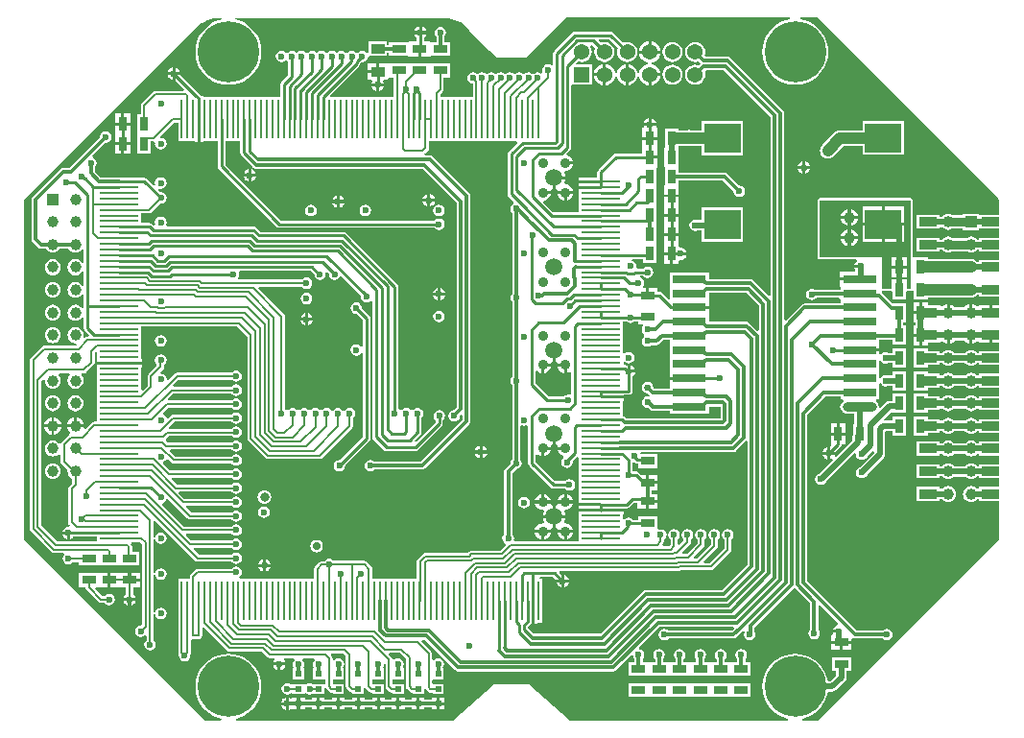
<source format=gtl>
G04*
G04 #@! TF.GenerationSoftware,Altium Limited,Altium Designer,22.1.2 (22)*
G04*
G04 Layer_Physical_Order=1*
G04 Layer_Color=5064179*
%FSAX42Y42*%
%MOMM*%
G71*
G04*
G04 #@! TF.SameCoordinates,034806BB-B1BB-4671-9D6B-E9DA0DB7271A*
G04*
G04*
G04 #@! TF.FilePolarity,Positive*
G04*
G01*
G75*
%ADD10C,1.00*%
%ADD13C,0.20*%
%ADD38R,3.50X0.25*%
%ADD39R,0.25X3.50*%
%ADD40O,0.25X3.50*%
%ADD41R,1.63X0.81*%
%ADD42R,1.50X0.50*%
%ADD43R,1.30X0.80*%
%ADD44R,1.27X0.89*%
%ADD45R,0.80X1.30*%
%ADD46R,3.20X2.60*%
%ADD47R,3.00X0.80*%
%ADD48O,3.00X0.80*%
%ADD49R,0.60X0.50*%
%ADD50C,0.25*%
%ADD51C,0.30*%
%ADD52C,0.51*%
%ADD53C,0.50*%
%ADD54C,0.75*%
%ADD55C,0.27*%
%ADD56C,1.00*%
%ADD57R,1.00X1.00*%
%ADD58C,1.50*%
%ADD59C,0.90*%
%ADD60C,1.37*%
%ADD61R,1.37X1.37*%
%ADD62C,0.60*%
%ADD63C,5.40*%
%ADD64C,0.70*%
%ADD65C,0.80*%
G36*
X006835Y006212D02*
X006837Y006197D01*
X006792Y006187D01*
X006750Y006169D01*
X006711Y006145D01*
X006677Y006116D01*
X006647Y006081D01*
X006623Y006042D01*
X006606Y006000D01*
X006595Y005955D01*
X006591Y005910D01*
X006595Y005864D01*
X006606Y005820D01*
X006623Y005778D01*
X006647Y005739D01*
X006677Y005704D01*
X006711Y005675D01*
X006750Y005651D01*
X006792Y005633D01*
X006837Y005623D01*
X006882Y005619D01*
X006928Y005623D01*
X006972Y005633D01*
X007014Y005651D01*
X007053Y005675D01*
X007088Y005704D01*
X007118Y005739D01*
X007142Y005778D01*
X007159Y005820D01*
X007170Y005864D01*
X007173Y005910D01*
X007170Y005955D01*
X007159Y006000D01*
X007142Y006042D01*
X007118Y006081D01*
X007088Y006116D01*
X007053Y006145D01*
X007014Y006169D01*
X006972Y006187D01*
X006928Y006197D01*
X006929Y006212D01*
X007080D01*
X008682Y004610D01*
Y004471D01*
X008506D01*
X008503Y004480D01*
X008362D01*
Y004468D01*
X008272D01*
X008268Y004471D01*
X008251Y004478D01*
X008232Y004481D01*
X008214Y004478D01*
X008197Y004471D01*
X008183Y004460D01*
X008179Y004455D01*
X008159D01*
Y004471D01*
X007956D01*
Y004349D01*
X008159D01*
Y004365D01*
X008179D01*
X008183Y004360D01*
X008197Y004349D01*
X008214Y004342D01*
X008232Y004339D01*
X008251Y004342D01*
X008268Y004349D01*
X008272Y004352D01*
X008362D01*
Y004340D01*
X008503D01*
X008506Y004349D01*
X008682D01*
Y004271D01*
X008506D01*
Y004255D01*
X008486D01*
X008482Y004260D01*
X008468Y004271D01*
X008451Y004278D01*
X008432Y004281D01*
X008414Y004278D01*
X008397Y004271D01*
X008393Y004268D01*
X008272D01*
X008268Y004271D01*
X008251Y004278D01*
X008232Y004281D01*
X008214Y004278D01*
X008197Y004271D01*
X008183Y004260D01*
X008179Y004255D01*
X008159D01*
Y004271D01*
X007956D01*
Y004149D01*
X008159D01*
Y004165D01*
X008179D01*
X008183Y004160D01*
X008197Y004149D01*
X008214Y004142D01*
X008232Y004139D01*
X008251Y004142D01*
X008268Y004149D01*
X008272Y004152D01*
X008393D01*
X008397Y004149D01*
X008414Y004142D01*
X008432Y004139D01*
X008451Y004142D01*
X008468Y004149D01*
X008482Y004160D01*
X008486Y004165D01*
X008506D01*
Y004149D01*
X008682D01*
Y004071D01*
X008506D01*
Y004055D01*
X008486D01*
X008482Y004060D01*
X008468Y004071D01*
X008451Y004078D01*
X008432Y004081D01*
X008233D01*
X008232Y004081D01*
X008050D01*
Y004095D01*
X007935D01*
X007930Y004095D01*
X007920Y004106D01*
Y004200D01*
Y004600D01*
X007919Y004608D01*
X007914Y004614D01*
X007908Y004619D01*
X007900Y004620D01*
X007100D01*
X007092Y004619D01*
X007086Y004614D01*
X007081Y004608D01*
X007080Y004600D01*
Y004100D01*
X007081Y004092D01*
X007086Y004086D01*
X007092Y004081D01*
X007100Y004080D01*
X007422D01*
X007427Y004065D01*
X007420Y004060D01*
X007412Y004048D01*
X007406Y004034D01*
X007406Y004033D01*
X007460D01*
Y004007D01*
X007406D01*
X007406Y004006D01*
X007412Y003992D01*
X007414Y003989D01*
Y003970D01*
X007275D01*
Y003918D01*
X007450D01*
Y003892D01*
X007275D01*
Y003840D01*
X007280D01*
Y003811D01*
X007059D01*
X007050Y003817D01*
X007030Y003821D01*
X007010Y003817D01*
X006994Y003806D01*
X006983Y003790D01*
X006979Y003770D01*
X006983Y003750D01*
X006994Y003734D01*
X007010Y003723D01*
X007030Y003719D01*
X007050Y003723D01*
X007066Y003734D01*
X007070Y003739D01*
X007269D01*
X007280Y003729D01*
Y003720D01*
X007280D01*
Y003715D01*
X007280D01*
Y003691D01*
X006966D01*
X006952Y003688D01*
X006941Y003680D01*
X006800Y003539D01*
X006786Y003545D01*
Y005371D01*
X006783Y005384D01*
X006775Y005396D01*
X006311Y005860D01*
X006299Y005868D01*
X006286Y005871D01*
X006095D01*
X006085Y005884D01*
X006086Y005887D01*
X006089Y005910D01*
X006086Y005933D01*
X006077Y005955D01*
X006063Y005973D01*
X006045Y005987D01*
X006023Y005996D01*
X006000Y005999D01*
X005977Y005996D01*
X005955Y005987D01*
X005937Y005973D01*
X005923Y005955D01*
X005914Y005933D01*
X005911Y005910D01*
X005914Y005887D01*
X005923Y005865D01*
X005937Y005847D01*
X005955Y005833D01*
X005977Y005824D01*
X006000Y005821D01*
X006023Y005824D01*
X006032Y005827D01*
X006050Y005810D01*
X006032Y005793D01*
X006023Y005796D01*
X006000Y005799D01*
X005977Y005796D01*
X005955Y005787D01*
X005937Y005773D01*
X005923Y005755D01*
X005914Y005733D01*
X005911Y005710D01*
X005914Y005687D01*
X005923Y005665D01*
X005937Y005647D01*
X005955Y005633D01*
X005977Y005624D01*
X006000Y005621D01*
X006023Y005624D01*
X006045Y005633D01*
X006063Y005647D01*
X006077Y005665D01*
X006086Y005687D01*
X006089Y005710D01*
X006086Y005733D01*
X006085Y005736D01*
X006095Y005749D01*
X006250D01*
X006664Y005335D01*
Y003764D01*
X006650Y003758D01*
X006516Y003893D01*
X006504Y003900D01*
X006491Y003903D01*
X006120D01*
Y003965D01*
X005780D01*
Y003845D01*
X005780D01*
Y003840D01*
X005780D01*
Y003732D01*
X005765Y003726D01*
X005707Y003783D01*
X005696Y003791D01*
X005684Y003793D01*
X005670D01*
Y003825D01*
X005593D01*
Y003760D01*
X005567D01*
Y003825D01*
X005548D01*
X005540Y003840D01*
X005547Y003850D01*
X005551Y003870D01*
X005547Y003890D01*
X005536Y003906D01*
X005520Y003917D01*
X005512Y003919D01*
X005513Y003934D01*
X005542D01*
X005544Y003931D01*
X005560Y003920D01*
X005580Y003916D01*
X005600Y003920D01*
X005616Y003931D01*
X005627Y003947D01*
X005631Y003967D01*
X005627Y003986D01*
X005616Y004003D01*
X005600Y004014D01*
X005580Y004018D01*
X005560Y004014D01*
X005544Y004003D01*
X005542Y004000D01*
X005492D01*
X005480Y004015D01*
X005481Y004020D01*
X005477Y004040D01*
X005466Y004056D01*
X005450Y004067D01*
X005442Y004069D01*
X005443Y004084D01*
X005540D01*
Y004046D01*
X005660D01*
Y004215D01*
Y004385D01*
Y004555D01*
Y004725D01*
Y004890D01*
X005665D01*
Y004967D01*
X005599D01*
Y004993D01*
X005665D01*
Y005057D01*
X005665D01*
Y005135D01*
X005535D01*
Y005070D01*
X005534D01*
Y005013D01*
X005300D01*
X005287Y005011D01*
X005277Y005003D01*
X005147Y004873D01*
X005139Y004863D01*
X005137Y004850D01*
Y004805D01*
X004970D01*
Y004779D01*
X005170D01*
Y004754D01*
X004970D01*
Y004729D01*
X005170D01*
Y004704D01*
X004970D01*
Y004679D01*
X004975D01*
Y004584D01*
Y004500D01*
X004747D01*
X004662Y004585D01*
X004667Y004601D01*
X004673Y004601D01*
X004691Y004609D01*
X004705Y004620D01*
X004716Y004634D01*
X004724Y004652D01*
X004724Y004657D01*
X004655D01*
Y004683D01*
X004724D01*
X004724Y004688D01*
X004725Y004691D01*
X004734Y004701D01*
X004742Y004700D01*
Y004800D01*
X004755D01*
Y004813D01*
X004855D01*
X004853Y004826D01*
X004845Y004845D01*
X004853Y004858D01*
X004855Y004859D01*
X004855Y004859D01*
X004873Y004861D01*
X004891Y004869D01*
X004905Y004880D01*
X004916Y004894D01*
X004924Y004912D01*
X004924Y004917D01*
X004855D01*
Y004943D01*
X004924D01*
X004924Y004948D01*
X004916Y004966D01*
X004905Y004980D01*
X004891Y004991D01*
X004873Y004999D01*
X004869Y004999D01*
X004864Y005015D01*
X004893Y005045D01*
X004901Y005056D01*
X004903Y005068D01*
Y005610D01*
X004911Y005621D01*
X005089D01*
Y005799D01*
X004955D01*
X004949Y005812D01*
X004965Y005828D01*
X004977Y005824D01*
X005000Y005821D01*
X005023Y005824D01*
X005045Y005833D01*
X005063Y005847D01*
X005077Y005865D01*
X005086Y005887D01*
X005089Y005910D01*
X005086Y005933D01*
X005077Y005955D01*
X005084Y005970D01*
X005092Y005971D01*
X005118Y005945D01*
X005114Y005933D01*
X005111Y005910D01*
X005114Y005887D01*
X005123Y005865D01*
X005137Y005847D01*
X005155Y005833D01*
X005177Y005824D01*
X005200Y005821D01*
X005223Y005824D01*
X005245Y005833D01*
X005263Y005847D01*
X005277Y005865D01*
X005286Y005887D01*
X005289Y005910D01*
X005286Y005933D01*
X005277Y005955D01*
X005263Y005973D01*
X005245Y005987D01*
X005223Y005996D01*
X005200Y005999D01*
X005177Y005996D01*
X005165Y005992D01*
X005148Y006009D01*
X005154Y006023D01*
X005240D01*
X005318Y005945D01*
X005314Y005933D01*
X005311Y005910D01*
X005314Y005887D01*
X005323Y005865D01*
X005337Y005847D01*
X005355Y005833D01*
X005377Y005824D01*
X005400Y005821D01*
X005423Y005824D01*
X005445Y005833D01*
X005463Y005847D01*
X005477Y005865D01*
X005486Y005887D01*
X005489Y005910D01*
X005486Y005933D01*
X005477Y005955D01*
X005463Y005973D01*
X005445Y005987D01*
X005423Y005996D01*
X005400Y005999D01*
X005377Y005996D01*
X005365Y005992D01*
X005277Y006080D01*
X005267Y006087D01*
X005254Y006089D01*
X004939D01*
X004927Y006087D01*
X004916Y006080D01*
X004757Y005920D01*
X004749Y005909D01*
X004747Y005897D01*
Y005795D01*
X004732Y005789D01*
X004720Y005797D01*
X004700Y005801D01*
X004680Y005797D01*
X004664Y005786D01*
X004653Y005770D01*
X004649Y005750D01*
X004653Y005730D01*
X004654Y005729D01*
X004643Y005718D01*
X004629Y005727D01*
X004610Y005731D01*
X004590Y005727D01*
X004580Y005720D01*
X004569Y005717D01*
X004559Y005720D01*
X004548Y005727D01*
X004529Y005731D01*
X004509Y005727D01*
X004493Y005716D01*
X004483D01*
X004467Y005727D01*
X004447Y005731D01*
X004428Y005727D01*
X004411Y005716D01*
X004402D01*
X004385Y005727D01*
X004366Y005731D01*
X004346Y005727D01*
X004330Y005716D01*
X004320D01*
X004304Y005727D01*
X004284Y005731D01*
X004265Y005727D01*
X004248Y005716D01*
X004239D01*
X004222Y005727D01*
X004203Y005731D01*
X004183Y005727D01*
X004167Y005716D01*
X004157D01*
X004141Y005727D01*
X004121Y005731D01*
X004102Y005727D01*
X004085Y005716D01*
X004076D01*
X004060Y005727D01*
X004040Y005731D01*
X004020Y005727D01*
X004004Y005716D01*
X003993Y005700D01*
X003989Y005680D01*
X003993Y005660D01*
X004004Y005644D01*
X004020Y005633D01*
X004039Y005629D01*
Y005512D01*
X003751D01*
Y005537D01*
X003772Y005558D01*
X003778Y005568D01*
X003781Y005580D01*
Y005685D01*
X003836D01*
Y005806D01*
X003666D01*
Y005806D01*
X003653D01*
Y005806D01*
X003485D01*
X003483Y005806D01*
Y005806D01*
X003470D01*
Y005806D01*
X003303D01*
X003289Y005807D01*
X003285Y005807D01*
X003213D01*
Y005737D01*
X003200D01*
Y005724D01*
X003111D01*
Y005667D01*
X003147D01*
X003155Y005652D01*
X003152Y005648D01*
X003146Y005634D01*
X003146Y005633D01*
X003254D01*
X003254Y005634D01*
X003248Y005648D01*
X003245Y005652D01*
X003253Y005667D01*
X003289D01*
Y005675D01*
X003300Y005685D01*
X003304Y005685D01*
X003339D01*
Y005512D01*
X002782D01*
X002776Y005526D01*
X003036Y005786D01*
X003044Y005797D01*
X003046Y005809D01*
X003057Y005820D01*
X003060Y005819D01*
X003080Y005823D01*
X003096Y005834D01*
X003107Y005850D01*
X003110Y005863D01*
X003114Y005871D01*
X003125Y005876D01*
X003283D01*
Y005902D01*
X003300D01*
Y005876D01*
X003465Y005876D01*
X003477Y005870D01*
X003482Y005870D01*
X003555D01*
Y005935D01*
X003581D01*
Y005870D01*
X003653D01*
X003658Y005870D01*
X003671Y005876D01*
X003673Y005876D01*
X003836D01*
Y005996D01*
X003787D01*
Y006044D01*
X003787Y006044D01*
X003798Y006060D01*
X003802Y006080D01*
X003798Y006100D01*
X003787Y006116D01*
X003771Y006127D01*
X003751Y006131D01*
X003732Y006127D01*
X003715Y006116D01*
X003704Y006100D01*
X003700Y006080D01*
X003704Y006060D01*
X003715Y006044D01*
X003716Y006044D01*
Y005996D01*
X003671Y005996D01*
X003658Y006001D01*
X003653Y006001D01*
X003609D01*
Y006036D01*
X003615Y006040D01*
X003624Y006052D01*
X003630Y006066D01*
X003630Y006067D01*
X003521D01*
X003522Y006066D01*
X003527Y006052D01*
X003536Y006040D01*
X003542Y006036D01*
Y006001D01*
X003482D01*
X003477Y006001D01*
X003465Y005996D01*
X003462Y005996D01*
X003300D01*
Y005973D01*
X003283D01*
Y006004D01*
X003117D01*
Y005902D01*
X003101Y005898D01*
X003096Y005906D01*
X003080Y005917D01*
X003060Y005921D01*
X003040Y005917D01*
X003024Y005906D01*
X003023Y005905D01*
X003008D01*
X003007Y005906D01*
X002991Y005917D01*
X002971Y005921D01*
X002952Y005917D01*
X002935Y005906D01*
X002935Y005905D01*
X002920D01*
X002919Y005906D01*
X002902Y005917D01*
X002883Y005921D01*
X002863Y005917D01*
X002848Y005907D01*
X002843Y005905D01*
X002834D01*
X002829Y005907D01*
X002814Y005917D01*
X002794Y005921D01*
X002775Y005917D01*
X002758Y005906D01*
X002757Y005905D01*
X002742D01*
X002742Y005906D01*
X002725Y005917D01*
X002706Y005921D01*
X002686Y005917D01*
X002671Y005907D01*
X002666Y005905D01*
X002657D01*
X002652Y005907D01*
X002637Y005917D01*
X002617Y005921D01*
X002598Y005917D01*
X002581Y005906D01*
X002580Y005905D01*
X002565D01*
X002565Y005906D01*
X002548Y005917D01*
X002529Y005921D01*
X002509Y005917D01*
X002494Y005907D01*
X002489Y005905D01*
X002480D01*
X002475Y005907D01*
X002460Y005917D01*
X002440Y005921D01*
X002420Y005917D01*
X002404Y005906D01*
X002401Y005904D01*
X002389D01*
X002386Y005906D01*
X002370Y005917D01*
X002350Y005921D01*
X002330Y005917D01*
X002314Y005906D01*
X002303Y005890D01*
X002299Y005870D01*
X002303Y005850D01*
X002314Y005834D01*
X002330Y005823D01*
X002350Y005819D01*
X002370Y005823D01*
X002386Y005834D01*
X002389Y005836D01*
X002394D01*
X002407Y005823D01*
Y005704D01*
X002347Y005643D01*
X002339Y005633D01*
X002337Y005620D01*
Y005512D01*
X001658D01*
Y005517D01*
X001648D01*
X001643Y005524D01*
X001619Y005548D01*
X001619Y005548D01*
X001460Y005707D01*
X001413D01*
Y005660D01*
X001494Y005579D01*
X001488Y005566D01*
X001235D01*
X001223Y005563D01*
X001213Y005557D01*
X001213Y005557D01*
X001118Y005462D01*
X001112Y005452D01*
X001109Y005440D01*
X001109Y005440D01*
Y005360D01*
X001080D01*
Y005190D01*
X001080D01*
Y005185D01*
X001080D01*
Y005015D01*
X001200D01*
Y005119D01*
X001220D01*
X001220Y005119D01*
X001222Y005120D01*
X001235Y005107D01*
X001234Y005102D01*
X001238Y005082D01*
X001249Y005066D01*
X001265Y005055D01*
X001285Y005051D01*
X001305Y005055D01*
X001321Y005066D01*
X001332Y005082D01*
X001336Y005102D01*
X001332Y005121D01*
X001321Y005138D01*
X001305Y005149D01*
X001287Y005152D01*
X001283Y005159D01*
X001280Y005167D01*
X001399Y005286D01*
X001438D01*
Y005122D01*
X001582D01*
Y005116D01*
X001607D01*
Y005317D01*
X001633D01*
Y005116D01*
X001658D01*
Y005122D01*
X001787D01*
Y004900D01*
X001789Y004887D01*
X001797Y004877D01*
X002307Y004367D01*
X002317Y004359D01*
X002330Y004357D01*
X003702D01*
X003704Y004354D01*
X003720Y004343D01*
X003740Y004339D01*
X003760Y004343D01*
X003776Y004354D01*
X003787Y004370D01*
X003791Y004390D01*
X003787Y004410D01*
X003776Y004426D01*
X003760Y004437D01*
X003740Y004441D01*
X003720Y004437D01*
X003704Y004426D01*
X003702Y004423D01*
X002344D01*
X001853Y004914D01*
Y005122D01*
X001987D01*
Y005019D01*
X001989Y005007D01*
X001997Y004996D01*
X002097Y004896D01*
X002104Y004885D01*
X002116Y004877D01*
X002129Y004874D01*
X003598D01*
X003897Y004575D01*
Y002774D01*
X003872Y002750D01*
X003872Y002750D01*
X003852Y002746D01*
X003836Y002735D01*
X003825Y002718D01*
X003821Y002699D01*
X003825Y002679D01*
X003836Y002663D01*
X003852Y002652D01*
X003872Y002648D01*
X003891Y002652D01*
X003908Y002663D01*
X003919Y002679D01*
X003923Y002699D01*
X003923Y002699D01*
X003933Y002709D01*
X003947Y002704D01*
Y002667D01*
X003575Y002296D01*
X003171D01*
X003170Y002296D01*
X003154Y002307D01*
X003134Y002311D01*
X003115Y002307D01*
X003098Y002296D01*
X003087Y002280D01*
X003083Y002260D01*
X003087Y002240D01*
X003098Y002224D01*
X003115Y002213D01*
X003134Y002209D01*
X003154Y002213D01*
X003170Y002224D01*
X003171Y002224D01*
X003590D01*
X003604Y002227D01*
X003615Y002235D01*
X004008Y002627D01*
X004015Y002639D01*
X004018Y002652D01*
Y004640D01*
X004015Y004654D01*
X004008Y004665D01*
X003688Y004985D01*
X003676Y004993D01*
X003662Y004996D01*
X003617D01*
X003613Y005011D01*
X003617Y005013D01*
X003642Y005038D01*
X003648Y005048D01*
X003651Y005060D01*
X003651Y005060D01*
Y005122D01*
X004425D01*
X004431Y005108D01*
X004357Y005033D01*
X004349Y005023D01*
X004347Y005010D01*
Y004656D01*
X004349Y004644D01*
X004357Y004633D01*
X004400Y004589D01*
X004396Y004572D01*
X004384Y004564D01*
X004373Y004548D01*
X004369Y004528D01*
X004373Y004509D01*
X004384Y004492D01*
X004384Y004492D01*
Y003777D01*
X004384Y003777D01*
X004373Y003761D01*
X004369Y003741D01*
X004373Y003722D01*
X004384Y003705D01*
X004384Y003705D01*
Y003046D01*
X004384Y003046D01*
X004373Y003030D01*
X004369Y003010D01*
X004373Y002990D01*
X004384Y002974D01*
X004384Y002974D01*
Y002316D01*
X004384Y002316D01*
X004373Y002300D01*
X004369Y002280D01*
X004369Y002280D01*
X004325Y002235D01*
X004317Y002224D01*
X004314Y002210D01*
Y001656D01*
X004314Y001656D01*
X004303Y001640D01*
X004299Y001620D01*
X004303Y001600D01*
X004314Y001584D01*
X004323Y001578D01*
X004326Y001560D01*
X004278Y001511D01*
X004027D01*
X004015Y001509D01*
X004005Y001502D01*
X004005Y001502D01*
X003994Y001491D01*
X003620D01*
X003620Y001491D01*
X003608Y001488D01*
X003598Y001482D01*
X003598Y001482D01*
X003551Y001434D01*
X003544Y001424D01*
X003542Y001413D01*
X003542Y001413D01*
Y001262D01*
X003151D01*
Y001350D01*
X003151Y001350D01*
X003148Y001362D01*
X003142Y001372D01*
X003102Y001412D01*
X003092Y001418D01*
X003080Y001421D01*
X003080Y001421D01*
X002970D01*
X002970Y001421D01*
X002970Y001421D01*
X002810D01*
X002806Y001426D01*
X002790Y001437D01*
X002770Y001441D01*
X002750Y001437D01*
X002734Y001426D01*
X002729Y001418D01*
X002706D01*
X002706Y001418D01*
X002694Y001416D01*
X002684Y001409D01*
X002684Y001409D01*
X002648Y001373D01*
X002642Y001363D01*
X002639Y001351D01*
X002639Y001351D01*
Y001262D01*
X001980D01*
X001975Y001277D01*
X001986Y001284D01*
X001997Y001300D01*
X002001Y001320D01*
X001997Y001340D01*
X001986Y001356D01*
X001970Y001367D01*
X001950Y001371D01*
X001930Y001367D01*
X001914Y001356D01*
X001910Y001351D01*
X001610D01*
X001598Y001348D01*
X001588Y001342D01*
X001588Y001342D01*
X001548Y001302D01*
X001542Y001292D01*
X001539Y001280D01*
X001539Y001280D01*
Y001262D01*
X001438D01*
Y000872D01*
X001439D01*
Y000610D01*
X001439Y000610D01*
X001442Y000598D01*
X001445Y000593D01*
X001444Y000585D01*
X001448Y000565D01*
X001459Y000549D01*
X001475Y000538D01*
X001495Y000534D01*
X001514Y000538D01*
X001531Y000549D01*
X001542Y000565D01*
X001546Y000585D01*
X001544Y000593D01*
X001548Y000599D01*
X001551Y000611D01*
Y000720D01*
X001566Y000730D01*
X001570Y000729D01*
X001620D01*
X001632Y000732D01*
X001642Y000738D01*
X001648Y000748D01*
X001651Y000760D01*
Y000830D01*
X001664Y000836D01*
X001842Y000658D01*
X001842Y000658D01*
X001842Y000658D01*
X001872Y000628D01*
X001882Y000622D01*
X001894Y000619D01*
X001894Y000619D01*
X002174D01*
X002223Y000571D01*
X002233Y000564D01*
X002245Y000562D01*
X002245Y000562D01*
X002282D01*
X002286Y000556D01*
X002289Y000547D01*
X002282Y000538D01*
X002276Y000524D01*
X002276Y000523D01*
X002384D01*
X002384Y000524D01*
X002378Y000538D01*
X002371Y000547D01*
X002374Y000556D01*
X002378Y000562D01*
X002461D01*
X002465Y000547D01*
X002464Y000546D01*
X002453Y000530D01*
X002449Y000510D01*
X002453Y000490D01*
X002460Y000480D01*
X002452Y000465D01*
X002450D01*
Y000375D01*
X002550D01*
Y000465D01*
X002548D01*
X002540Y000480D01*
X002547Y000490D01*
X002551Y000510D01*
X002547Y000530D01*
X002536Y000546D01*
X002535Y000547D01*
X002539Y000562D01*
X002637D01*
X002641Y000547D01*
X002640Y000546D01*
X002629Y000530D01*
X002625Y000510D01*
X002629Y000490D01*
X002636Y000480D01*
X002628Y000465D01*
X002626D01*
Y000375D01*
X002724D01*
X002726Y000375D01*
X002739Y000371D01*
Y000339D01*
X002726Y000335D01*
X002724Y000335D01*
X002626D01*
X002626Y000335D01*
X002621Y000336D01*
X002620Y000337D01*
X002600Y000341D01*
X002580Y000337D01*
X002565Y000327D01*
X002560Y000328D01*
X002550Y000332D01*
Y000335D01*
X002450D01*
Y000332D01*
X002440Y000328D01*
X002435Y000327D01*
X002420Y000337D01*
X002400Y000341D01*
X002380Y000337D01*
X002364Y000326D01*
X002353Y000310D01*
X002349Y000290D01*
X002353Y000270D01*
X002364Y000254D01*
X002380Y000243D01*
X002400Y000239D01*
X002420Y000243D01*
X002435Y000253D01*
X002440Y000252D01*
X002450Y000248D01*
Y000245D01*
X002550D01*
Y000248D01*
X002560Y000252D01*
X002565Y000253D01*
X002580Y000243D01*
X002600Y000239D01*
X002620Y000243D01*
X002626Y000245D01*
X002626Y000245D01*
X002626Y000245D01*
X002726D01*
Y000300D01*
X002741Y000302D01*
X002742Y000298D01*
X002748Y000288D01*
X002768Y000268D01*
X002778Y000262D01*
X002790Y000259D01*
X002802D01*
Y000245D01*
X002902D01*
Y000335D01*
X002802D01*
X002801Y000349D01*
Y000361D01*
X002802Y000375D01*
X002816Y000375D01*
X002902D01*
Y000465D01*
X002900D01*
X002892Y000480D01*
X002899Y000490D01*
X002903Y000510D01*
X002899Y000530D01*
X002888Y000546D01*
X002872Y000557D01*
X002852Y000561D01*
X002833Y000557D01*
X002816Y000546D01*
X002816Y000545D01*
X002801Y000550D01*
Y000560D01*
X002801Y000560D01*
X002798Y000572D01*
X002792Y000582D01*
X002792Y000582D01*
X002785Y000588D01*
X002791Y000602D01*
X002897D01*
X002919Y000580D01*
Y000310D01*
X002919Y000310D01*
X002922Y000298D01*
X002928Y000288D01*
X002948Y000268D01*
X002958Y000262D01*
X002970Y000259D01*
X002978D01*
Y000245D01*
X003078D01*
Y000294D01*
X003085Y000296D01*
X003093Y000296D01*
X003098Y000288D01*
X003118Y000268D01*
X003128Y000262D01*
X003140Y000259D01*
X003154D01*
Y000245D01*
X003254D01*
Y000335D01*
X003154D01*
X003151Y000349D01*
Y000361D01*
X003154Y000375D01*
X003166Y000375D01*
X003254D01*
Y000465D01*
X003252D01*
X003244Y000480D01*
X003251Y000490D01*
X003254Y000507D01*
X003269Y000505D01*
Y000310D01*
X003269Y000310D01*
X003272Y000298D01*
X003278Y000288D01*
X003298Y000268D01*
X003308Y000262D01*
X003320Y000259D01*
X003330D01*
Y000245D01*
X003430D01*
Y000335D01*
X003331D01*
Y000375D01*
X003430D01*
Y000465D01*
X003428D01*
X003420Y000480D01*
X003427Y000490D01*
X003431Y000510D01*
X003427Y000530D01*
X003416Y000546D01*
X003400Y000557D01*
X003380Y000561D01*
X003361Y000557D01*
X003346Y000547D01*
X003339Y000548D01*
X003330Y000552D01*
X003328Y000561D01*
X003322Y000571D01*
X003322Y000571D01*
X003297Y000596D01*
X003303Y000609D01*
X003397D01*
X003449Y000557D01*
Y000310D01*
X003449Y000310D01*
X003452Y000298D01*
X003458Y000288D01*
X003478Y000268D01*
X003488Y000262D01*
X003500Y000259D01*
X003506D01*
Y000245D01*
X003606D01*
Y000291D01*
X003621Y000293D01*
X003622Y000290D01*
X003628Y000280D01*
X003640Y000268D01*
X003640Y000268D01*
X003650Y000262D01*
X003662Y000259D01*
X003662Y000259D01*
X003682D01*
Y000245D01*
X003782D01*
Y000335D01*
X003682D01*
X003681Y000349D01*
Y000361D01*
X003682Y000375D01*
X003696Y000375D01*
X003782D01*
Y000465D01*
X003780D01*
X003772Y000480D01*
X003779Y000490D01*
X003783Y000510D01*
X003779Y000530D01*
X003768Y000546D01*
X003752Y000557D01*
X003732Y000561D01*
X003713Y000557D01*
X003696Y000546D01*
X003696Y000545D01*
X003681Y000550D01*
Y000600D01*
X003681Y000600D01*
X003678Y000612D01*
X003672Y000622D01*
X003672Y000622D01*
X003585Y000709D01*
X003591Y000724D01*
X003615D01*
X003884Y000455D01*
X003896Y000447D01*
X003909Y000444D01*
X005278D01*
X005291Y000447D01*
X005303Y000455D01*
X005434Y000586D01*
X005451Y000582D01*
X005453Y000570D01*
X005464Y000554D01*
X005464Y000554D01*
Y000530D01*
X005415D01*
Y000410D01*
X005581D01*
X005585Y000410D01*
X005596D01*
X005600Y000410D01*
X005762D01*
X005766Y000410D01*
X005777D01*
X005781Y000410D01*
X005944D01*
X005947Y000410D01*
X005959D01*
X005962Y000410D01*
X006125D01*
X006129Y000410D01*
X006140D01*
X006144Y000410D01*
X006306D01*
X006310Y000410D01*
X006321D01*
X006325Y000410D01*
X006491D01*
Y000530D01*
X006442D01*
Y000554D01*
X006442Y000554D01*
X006453Y000570D01*
X006457Y000590D01*
X006453Y000610D01*
X006442Y000626D01*
X006426Y000637D01*
X006406Y000641D01*
X006386Y000637D01*
X006370Y000626D01*
X006359Y000610D01*
X006355Y000590D01*
X006359Y000570D01*
X006370Y000554D01*
X006370Y000554D01*
Y000530D01*
X006325D01*
X006321Y000530D01*
X006310D01*
X006306Y000530D01*
X006260D01*
Y000554D01*
X006261Y000554D01*
X006272Y000570D01*
X006276Y000590D01*
X006272Y000610D01*
X006261Y000626D01*
X006244Y000637D01*
X006225Y000641D01*
X006205Y000637D01*
X006189Y000626D01*
X006178Y000610D01*
X006174Y000590D01*
X006178Y000570D01*
X006189Y000554D01*
X006189Y000554D01*
Y000530D01*
X006144D01*
X006140Y000530D01*
X006129D01*
X006125Y000530D01*
X006079D01*
Y000554D01*
X006080Y000554D01*
X006091Y000570D01*
X006095Y000590D01*
X006091Y000610D01*
X006080Y000626D01*
X006063Y000637D01*
X006044Y000641D01*
X006024Y000637D01*
X006008Y000626D01*
X005997Y000610D01*
X005993Y000590D01*
X005997Y000570D01*
X006008Y000554D01*
X006008Y000554D01*
Y000530D01*
X005962D01*
X005959Y000530D01*
X005947D01*
X005944Y000530D01*
X005898D01*
Y000554D01*
X005898Y000554D01*
X005909Y000570D01*
X005913Y000590D01*
X005909Y000610D01*
X005898Y000626D01*
X005882Y000637D01*
X005862Y000641D01*
X005843Y000637D01*
X005826Y000626D01*
X005815Y000610D01*
X005811Y000590D01*
X005815Y000570D01*
X005826Y000554D01*
X005827Y000554D01*
Y000530D01*
X005781D01*
X005777Y000530D01*
X005766D01*
X005762Y000530D01*
X005717D01*
Y000554D01*
X005717Y000554D01*
X005728Y000570D01*
X005732Y000590D01*
X005728Y000610D01*
X005717Y000626D01*
X005701Y000637D01*
X005681Y000641D01*
X005662Y000637D01*
X005645Y000626D01*
X005634Y000610D01*
X005630Y000590D01*
X005634Y000570D01*
X005645Y000554D01*
X005646Y000554D01*
Y000530D01*
X005600D01*
X005596Y000530D01*
X005585D01*
X005581Y000530D01*
X005536D01*
Y000554D01*
X005536Y000554D01*
X005547Y000570D01*
X005551Y000590D01*
X005547Y000610D01*
X005536Y000626D01*
X005520Y000637D01*
X005508Y000639D01*
X005504Y000656D01*
X005687Y000839D01*
X006338D01*
X006344Y000825D01*
X006324Y000806D01*
X005764D01*
X005764Y000806D01*
X005748Y000817D01*
X005728Y000821D01*
X005708Y000817D01*
X005692Y000806D01*
X005681Y000790D01*
X005677Y000770D01*
X005681Y000750D01*
X005692Y000734D01*
X005708Y000723D01*
X005728Y000719D01*
X005748Y000723D01*
X005764Y000734D01*
X005764Y000734D01*
X006339D01*
X006353Y000737D01*
X006364Y000745D01*
X006419Y000800D01*
X006419Y000800D01*
X006427Y000807D01*
X006439Y000798D01*
X006433Y000790D01*
X006429Y000770D01*
X006433Y000750D01*
X006444Y000734D01*
X006460Y000723D01*
X006480Y000719D01*
X006500Y000723D01*
X006516Y000734D01*
X006527Y000750D01*
X006531Y000770D01*
X006527Y000790D01*
X006520Y000800D01*
Y000830D01*
X006875Y001185D01*
X007014Y001045D01*
Y000816D01*
X007014Y000816D01*
X007003Y000800D01*
X006999Y000780D01*
X007003Y000760D01*
X007014Y000744D01*
X007030Y000733D01*
X007050Y000729D01*
X007070Y000733D01*
X007086Y000744D01*
X007097Y000760D01*
X007101Y000780D01*
X007097Y000800D01*
X007086Y000816D01*
X007086Y000816D01*
Y001025D01*
X007100Y001031D01*
X007153Y000977D01*
X007155Y000975D01*
X007260Y000870D01*
X007256Y000854D01*
X007242Y000848D01*
X007230Y000840D01*
X007222Y000828D01*
X007216Y000814D01*
X007216Y000813D01*
X007270D01*
Y000787D01*
X007216D01*
X007216Y000786D01*
X007218Y000780D01*
X007209Y000765D01*
X007200D01*
Y000713D01*
X007290D01*
X007380D01*
Y000730D01*
X007395Y000738D01*
X007396Y000737D01*
X007410Y000734D01*
X007654D01*
X007654Y000734D01*
X007670Y000723D01*
X007690Y000719D01*
X007710Y000723D01*
X007726Y000734D01*
X007737Y000750D01*
X007741Y000770D01*
X007737Y000790D01*
X007726Y000806D01*
X007710Y000817D01*
X007690Y000821D01*
X007670Y000817D01*
X007654Y000806D01*
X007654Y000806D01*
X007425D01*
X007207Y001024D01*
X007205Y001026D01*
X006986Y001245D01*
Y002705D01*
X007150Y002869D01*
X007280D01*
Y002845D01*
X007303D01*
X007303Y002844D01*
X007307Y002830D01*
X007297Y002823D01*
X007288Y002810D01*
X007282Y002796D01*
X007279Y002780D01*
X007282Y002764D01*
X007288Y002750D01*
X007297Y002737D01*
X007310Y002728D01*
X007324Y002722D01*
X007340Y002719D01*
X007404D01*
Y002625D01*
X007390D01*
Y002529D01*
X007389Y002525D01*
Y002484D01*
X007243Y002338D01*
X007230Y002346D01*
X007234Y002356D01*
X007234Y002357D01*
X007193D01*
Y002316D01*
X007194Y002316D01*
X007204Y002320D01*
X007212Y002307D01*
X007093Y002188D01*
X007090Y002187D01*
X007074Y002176D01*
X007063Y002160D01*
X007059Y002140D01*
X007063Y002120D01*
X007074Y002104D01*
X007090Y002093D01*
X007110Y002089D01*
X007130Y002093D01*
X007146Y002104D01*
X007157Y002120D01*
X007158Y002123D01*
X007406Y002371D01*
X007420Y002364D01*
X007419Y002360D01*
X007423Y002340D01*
X007434Y002324D01*
X007450Y002313D01*
X007470Y002309D01*
X007490Y002313D01*
X007506Y002324D01*
X007517Y002340D01*
X007518Y002343D01*
X007562Y002387D01*
X007578Y002382D01*
X007579Y002374D01*
X007453Y002248D01*
X007450Y002247D01*
X007434Y002236D01*
X007423Y002220D01*
X007419Y002200D01*
X007423Y002180D01*
X007434Y002164D01*
X007450Y002153D01*
X007470Y002149D01*
X007490Y002153D01*
X007506Y002164D01*
X007517Y002180D01*
X007518Y002183D01*
X007662Y002328D01*
X007672Y002342D01*
X007676Y002360D01*
Y002562D01*
X007678Y002564D01*
X007740D01*
Y002525D01*
X007861D01*
Y002695D01*
X007740D01*
Y002656D01*
X007672D01*
X007666Y002671D01*
X007725Y002731D01*
X007740Y002725D01*
Y002725D01*
X007861D01*
Y002895D01*
X007740D01*
Y002831D01*
X007715D01*
X007697Y002827D01*
X007682Y002817D01*
X007634Y002769D01*
X007620Y002776D01*
X007621Y002780D01*
X007618Y002796D01*
X007612Y002810D01*
X007603Y002823D01*
X007593Y002830D01*
X007597Y002844D01*
X007597Y002845D01*
X007620D01*
Y002965D01*
X007620D01*
Y002970D01*
X007620D01*
Y002984D01*
X007635Y002987D01*
X007644Y002974D01*
X007660Y002963D01*
X007680Y002959D01*
X007700Y002963D01*
X007701Y002964D01*
X007740D01*
Y002925D01*
X007861D01*
Y003095D01*
X007740D01*
Y003056D01*
X007701D01*
X007700Y003057D01*
X007680Y003061D01*
X007660Y003057D01*
X007644Y003046D01*
X007635Y003033D01*
X007620Y003036D01*
Y003090D01*
X007620D01*
Y003095D01*
X007620D01*
Y003184D01*
X007635Y003187D01*
X007644Y003174D01*
X007660Y003163D01*
X007680Y003159D01*
X007700Y003163D01*
X007701Y003164D01*
X007740D01*
Y003125D01*
X007861D01*
Y003295D01*
X007740D01*
Y003256D01*
X007701D01*
X007700Y003257D01*
X007680Y003261D01*
X007660Y003257D01*
X007644Y003246D01*
X007640Y003241D01*
X007625Y003245D01*
Y003267D01*
X007450D01*
Y003293D01*
X007625D01*
Y003345D01*
X007620D01*
Y003369D01*
X007740D01*
Y003325D01*
X007861D01*
Y003495D01*
X007836D01*
Y003525D01*
X007861D01*
Y003695D01*
X007741D01*
X007740Y003695D01*
Y003695D01*
X007729Y003702D01*
X007647Y003783D01*
X007644Y003786D01*
X007650Y003800D01*
X007650Y003800D01*
X007735D01*
X007740Y003795D01*
Y003725D01*
X007860D01*
Y003795D01*
X007865Y003800D01*
X007900D01*
X007908Y003801D01*
X007914Y003806D01*
X007915Y003806D01*
X007930Y003802D01*
Y003725D01*
X008050D01*
Y003744D01*
X008208D01*
X008214Y003742D01*
X008232Y003739D01*
X008432D01*
X008451Y003742D01*
X008468Y003749D01*
X008482Y003760D01*
X008486Y003765D01*
X008506D01*
Y003749D01*
X008682D01*
Y003676D01*
X008620D01*
Y003610D01*
X008595D01*
Y003676D01*
X008501D01*
Y003669D01*
X008488Y003664D01*
X008486Y003664D01*
X008471Y003676D01*
X008452Y003683D01*
X008445Y003684D01*
Y003610D01*
X008420D01*
Y003684D01*
X008413Y003683D01*
X008394Y003676D01*
X008379Y003664D01*
X008373Y003656D01*
X008292D01*
X008286Y003664D01*
X008271Y003676D01*
X008252Y003683D01*
X008245Y003684D01*
Y003610D01*
X008220D01*
Y003684D01*
X008213Y003683D01*
X008194Y003676D01*
X008179Y003664D01*
X008177Y003664D01*
X008164Y003669D01*
Y003676D01*
X008056D01*
Y003700D01*
X008003D01*
Y003610D01*
X007990D01*
Y003597D01*
X007925D01*
Y003520D01*
X007945D01*
Y003500D01*
X007925D01*
Y003423D01*
X007990D01*
Y003410D01*
X008003D01*
Y003320D01*
X008056D01*
Y003344D01*
X008164D01*
Y003351D01*
X008177Y003355D01*
X008179Y003356D01*
X008194Y003344D01*
X008213Y003336D01*
X008220Y003336D01*
Y003410D01*
X008245D01*
Y003336D01*
X008252Y003336D01*
X008271Y003344D01*
X008286Y003356D01*
X008292Y003364D01*
X008373D01*
X008379Y003356D01*
X008394Y003344D01*
X008413Y003336D01*
X008420Y003336D01*
Y003410D01*
X008445D01*
Y003336D01*
X008452Y003336D01*
X008471Y003344D01*
X008486Y003356D01*
X008488Y003355D01*
X008501Y003351D01*
Y003344D01*
X008595D01*
Y003410D01*
X008620D01*
Y003344D01*
X008682D01*
Y003271D01*
X008506D01*
Y003255D01*
X008486D01*
X008482Y003260D01*
X008468Y003271D01*
X008451Y003278D01*
X008432Y003281D01*
X008414Y003278D01*
X008397Y003271D01*
X008383Y003260D01*
X008379Y003256D01*
X008286D01*
X008282Y003260D01*
X008268Y003271D01*
X008251Y003278D01*
X008232Y003281D01*
X008214Y003278D01*
X008197Y003271D01*
X008183Y003260D01*
X008179Y003256D01*
X008159D01*
Y003271D01*
X008050D01*
Y003295D01*
X007931D01*
Y003125D01*
X008050D01*
Y003149D01*
X008159D01*
Y003164D01*
X008179D01*
X008183Y003160D01*
X008197Y003149D01*
X008214Y003142D01*
X008232Y003139D01*
X008251Y003142D01*
X008268Y003149D01*
X008282Y003160D01*
X008286Y003164D01*
X008379D01*
X008383Y003160D01*
X008397Y003149D01*
X008414Y003142D01*
X008432Y003139D01*
X008451Y003142D01*
X008468Y003149D01*
X008482Y003160D01*
X008486Y003165D01*
X008506D01*
Y003149D01*
X008682D01*
X008682Y003071D01*
X008506D01*
Y003055D01*
X008486D01*
X008482Y003060D01*
X008468Y003071D01*
X008451Y003078D01*
X008432Y003081D01*
X008414Y003078D01*
X008397Y003071D01*
X008383Y003060D01*
X008379Y003056D01*
X008286D01*
X008282Y003060D01*
X008268Y003071D01*
X008251Y003078D01*
X008232Y003081D01*
X008214Y003078D01*
X008197Y003071D01*
X008183Y003060D01*
X008179Y003056D01*
X008159D01*
Y003071D01*
X008050D01*
Y003095D01*
X007931D01*
Y002925D01*
X008050D01*
Y002949D01*
X008159D01*
Y002964D01*
X008179D01*
X008183Y002960D01*
X008197Y002949D01*
X008214Y002942D01*
X008232Y002939D01*
X008251Y002942D01*
X008268Y002949D01*
X008282Y002960D01*
X008286Y002964D01*
X008379D01*
X008383Y002960D01*
X008397Y002949D01*
X008414Y002942D01*
X008432Y002939D01*
X008451Y002942D01*
X008468Y002949D01*
X008482Y002960D01*
X008486Y002965D01*
X008506D01*
Y002949D01*
X008682D01*
Y002871D01*
X008506D01*
Y002855D01*
X008486D01*
X008482Y002860D01*
X008468Y002871D01*
X008451Y002878D01*
X008432Y002881D01*
X008414Y002878D01*
X008397Y002871D01*
X008383Y002860D01*
X008379Y002856D01*
X008286D01*
X008282Y002860D01*
X008268Y002871D01*
X008251Y002878D01*
X008232Y002881D01*
X008214Y002878D01*
X008197Y002871D01*
X008183Y002860D01*
X008179Y002856D01*
X008159D01*
Y002871D01*
X008050D01*
Y002895D01*
X007931D01*
Y002725D01*
X008050D01*
Y002749D01*
X008159D01*
Y002764D01*
X008179D01*
X008183Y002760D01*
X008197Y002749D01*
X008214Y002742D01*
X008232Y002739D01*
X008251Y002742D01*
X008268Y002749D01*
X008282Y002760D01*
X008286Y002764D01*
X008379D01*
X008383Y002760D01*
X008397Y002749D01*
X008414Y002742D01*
X008432Y002739D01*
X008451Y002742D01*
X008468Y002749D01*
X008482Y002760D01*
X008486Y002765D01*
X008506D01*
Y002749D01*
X008682D01*
Y002671D01*
X008506D01*
Y002655D01*
X008486D01*
X008482Y002660D01*
X008468Y002671D01*
X008451Y002678D01*
X008432Y002681D01*
X008414Y002678D01*
X008397Y002671D01*
X008383Y002660D01*
X008379Y002656D01*
X008286D01*
X008282Y002660D01*
X008268Y002671D01*
X008251Y002678D01*
X008232Y002681D01*
X008214Y002678D01*
X008197Y002671D01*
X008183Y002660D01*
X008179Y002656D01*
X008159D01*
Y002671D01*
X008050D01*
Y002695D01*
X007931D01*
Y002525D01*
X008050D01*
Y002549D01*
X008159D01*
Y002564D01*
X008179D01*
X008183Y002560D01*
X008197Y002549D01*
X008214Y002542D01*
X008232Y002539D01*
X008251Y002542D01*
X008268Y002549D01*
X008282Y002560D01*
X008286Y002564D01*
X008379D01*
X008383Y002560D01*
X008397Y002549D01*
X008414Y002542D01*
X008432Y002539D01*
X008451Y002542D01*
X008468Y002549D01*
X008482Y002560D01*
X008486Y002565D01*
X008506D01*
Y002549D01*
X008682D01*
Y002471D01*
X008506D01*
Y002455D01*
X008486D01*
X008482Y002460D01*
X008468Y002471D01*
X008451Y002478D01*
X008432Y002481D01*
X008414Y002478D01*
X008397Y002471D01*
X008383Y002460D01*
X008379Y002456D01*
X008286D01*
X008282Y002460D01*
X008268Y002471D01*
X008251Y002478D01*
X008232Y002481D01*
X008214Y002478D01*
X008197Y002471D01*
X008183Y002460D01*
X008179Y002455D01*
X008159D01*
Y002471D01*
X007956D01*
Y002349D01*
X008159D01*
Y002365D01*
X008179D01*
X008183Y002360D01*
X008197Y002349D01*
X008214Y002342D01*
X008232Y002339D01*
X008251Y002342D01*
X008268Y002349D01*
X008282Y002360D01*
X008286Y002364D01*
X008379D01*
X008383Y002360D01*
X008397Y002349D01*
X008414Y002342D01*
X008432Y002339D01*
X008451Y002342D01*
X008468Y002349D01*
X008482Y002360D01*
X008486Y002365D01*
X008506D01*
Y002349D01*
X008682D01*
Y002271D01*
X008506D01*
Y002255D01*
X008486D01*
X008482Y002260D01*
X008468Y002271D01*
X008451Y002278D01*
X008432Y002281D01*
X008414Y002278D01*
X008397Y002271D01*
X008383Y002260D01*
X008379Y002256D01*
X008286D01*
X008282Y002260D01*
X008268Y002271D01*
X008251Y002278D01*
X008232Y002281D01*
X008214Y002278D01*
X008197Y002271D01*
X008183Y002260D01*
X008179Y002255D01*
X008159D01*
Y002271D01*
X007956D01*
Y002149D01*
X008159D01*
Y002165D01*
X008179D01*
X008183Y002160D01*
X008197Y002149D01*
X008214Y002142D01*
X008232Y002139D01*
X008251Y002142D01*
X008268Y002149D01*
X008282Y002160D01*
X008286Y002164D01*
X008379D01*
X008383Y002160D01*
X008397Y002149D01*
X008414Y002142D01*
X008432Y002139D01*
X008451Y002142D01*
X008468Y002149D01*
X008482Y002160D01*
X008486Y002165D01*
X008506D01*
Y002149D01*
X008682D01*
Y002071D01*
X008506D01*
Y002055D01*
X008486D01*
X008482Y002060D01*
X008468Y002071D01*
X008451Y002078D01*
X008432Y002081D01*
X008414Y002078D01*
X008397Y002071D01*
X008383Y002060D01*
X008371Y002045D01*
X008364Y002028D01*
X008362Y002010D01*
X008364Y001992D01*
X008371Y001975D01*
X008383Y001960D01*
X008397Y001949D01*
X008414Y001942D01*
X008432Y001939D01*
X008451Y001942D01*
X008468Y001949D01*
X008482Y001960D01*
X008486Y001965D01*
X008506D01*
Y001949D01*
X008682D01*
Y001612D01*
X007082Y000012D01*
X006948D01*
X006946Y000027D01*
X006972Y000033D01*
X007014Y000051D01*
X007053Y000075D01*
X007088Y000104D01*
X007118Y000139D01*
X007142Y000178D01*
X007159Y000220D01*
X007170Y000264D01*
X007210D01*
X007228Y000268D01*
X007242Y000278D01*
X007322Y000358D01*
X007332Y000372D01*
X007336Y000390D01*
Y000450D01*
X007375D01*
Y000570D01*
X007205D01*
Y000450D01*
X007244D01*
Y000409D01*
X007191Y000356D01*
X007170D01*
X007159Y000400D01*
X007142Y000442D01*
X007118Y000481D01*
X007088Y000516D01*
X007053Y000545D01*
X007014Y000569D01*
X006972Y000587D01*
X006928Y000597D01*
X006882Y000601D01*
X006837Y000597D01*
X006792Y000587D01*
X006750Y000569D01*
X006711Y000545D01*
X006677Y000516D01*
X006647Y000481D01*
X006623Y000442D01*
X006606Y000400D01*
X006595Y000356D01*
X006591Y000310D01*
X006595Y000264D01*
X006606Y000220D01*
X006623Y000178D01*
X006647Y000139D01*
X006677Y000104D01*
X006711Y000075D01*
X006750Y000051D01*
X006792Y000033D01*
X006819Y000027D01*
X006817Y000012D01*
X004900D01*
X004529Y000332D01*
X004227Y000330D01*
X003865Y000012D01*
X001948D01*
X001946Y000027D01*
X001972Y000033D01*
X002014Y000051D01*
X002053Y000075D01*
X002088Y000104D01*
X002118Y000139D01*
X002142Y000178D01*
X002159Y000220D01*
X002170Y000264D01*
X002173Y000310D01*
X002170Y000356D01*
X002159Y000400D01*
X002142Y000442D01*
X002118Y000481D01*
X002088Y000516D01*
X002053Y000545D01*
X002014Y000569D01*
X001972Y000587D01*
X001928Y000597D01*
X001882Y000601D01*
X001837Y000597D01*
X001792Y000587D01*
X001750Y000569D01*
X001711Y000545D01*
X001677Y000516D01*
X001647Y000481D01*
X001623Y000442D01*
X001606Y000400D01*
X001595Y000356D01*
X001591Y000310D01*
X001595Y000264D01*
X001606Y000220D01*
X001623Y000178D01*
X001647Y000139D01*
X001677Y000104D01*
X001711Y000075D01*
X001750Y000051D01*
X001792Y000033D01*
X001819Y000027D01*
X001817Y000012D01*
X001682D01*
X000082Y001612D01*
X000082Y004610D01*
X001586Y006113D01*
X001596Y006124D01*
X001618Y006144D01*
X001641Y006161D01*
X001667Y006176D01*
X001694Y006189D01*
X001722Y006198D01*
X001750Y006205D01*
X001780Y006209D01*
X001794Y006210D01*
X001794Y006210D01*
X001825D01*
X001827Y006195D01*
X001792Y006187D01*
X001750Y006169D01*
X001711Y006145D01*
X001677Y006116D01*
X001647Y006081D01*
X001623Y006042D01*
X001606Y006000D01*
X001595Y005955D01*
X001591Y005910D01*
X001595Y005864D01*
X001606Y005820D01*
X001623Y005778D01*
X001647Y005739D01*
X001677Y005704D01*
X001711Y005675D01*
X001750Y005651D01*
X001792Y005633D01*
X001837Y005623D01*
X001882Y005619D01*
X001928Y005623D01*
X001972Y005633D01*
X002014Y005651D01*
X002053Y005675D01*
X002088Y005704D01*
X002118Y005739D01*
X002142Y005778D01*
X002159Y005820D01*
X002170Y005864D01*
X002173Y005910D01*
X002170Y005955D01*
X002159Y006000D01*
X002142Y006042D01*
X002118Y006081D01*
X002088Y006116D01*
X002053Y006145D01*
X002014Y006169D01*
X001972Y006187D01*
X001937Y006195D01*
X001939Y006210D01*
X002080Y006210D01*
X003770Y006210D01*
X003784Y006210D01*
X003798Y006210D01*
X003825Y006206D01*
X003853Y006201D01*
X003879Y006192D01*
X003905Y006182D01*
X003930Y006169D01*
X003953Y006154D01*
X003975Y006136D01*
X003985Y006127D01*
X003985D01*
X003985Y006127D01*
X004011Y006095D01*
X004065Y006035D01*
X004122Y005977D01*
X004183Y005923D01*
X004214Y005898D01*
X004214Y005898D01*
X004250Y005862D01*
X004515D01*
X004865Y006212D01*
X006835Y006212D01*
D02*
G37*
G36*
X007900Y004200D02*
Y003820D01*
X007865D01*
Y003900D01*
X007813D01*
Y003810D01*
X007787D01*
Y003900D01*
X007735D01*
Y003820D01*
X007650D01*
Y004100D01*
X007100D01*
Y004600D01*
X007900D01*
Y004200D01*
D02*
G37*
G36*
X005495Y003510D02*
X005538D01*
X005542Y003500D01*
X005543Y003495D01*
X005533Y003480D01*
X005529Y003460D01*
X005533Y003440D01*
X005544Y003424D01*
X005551Y003419D01*
Y003401D01*
X005544Y003396D01*
X005533Y003380D01*
X005529Y003360D01*
X005533Y003340D01*
X005544Y003324D01*
X005560Y003313D01*
X005580Y003309D01*
X005600Y003313D01*
X005616Y003324D01*
X005616Y003324D01*
X005660D01*
X005674Y003327D01*
X005685Y003335D01*
X005720Y003369D01*
X005780D01*
Y003345D01*
X005780D01*
Y003340D01*
X005780D01*
Y003220D01*
X005780D01*
Y003215D01*
X005780D01*
Y003095D01*
X005775D01*
Y003043D01*
X005950D01*
Y003017D01*
X005775D01*
Y002965D01*
X005780D01*
Y002941D01*
X005642D01*
X005631Y002950D01*
X005627Y002970D01*
X005616Y002986D01*
X005600Y002997D01*
X005580Y003001D01*
X005560Y002997D01*
X005544Y002986D01*
X005533Y002970D01*
X005529Y002950D01*
X005533Y002930D01*
X005544Y002914D01*
X005560Y002903D01*
X005580Y002899D01*
X005580Y002899D01*
X005597Y002883D01*
X005589Y002869D01*
X005580Y002871D01*
X005560Y002867D01*
X005544Y002856D01*
X005533Y002840D01*
X005529Y002820D01*
X005533Y002800D01*
X005544Y002784D01*
X005560Y002773D01*
X005580Y002769D01*
X005587Y002770D01*
X005603Y002755D01*
X005614Y002747D01*
X005628Y002744D01*
X005780D01*
Y002720D01*
X006120D01*
Y002782D01*
X006224D01*
Y002677D01*
X005390D01*
X005377Y002690D01*
X005366Y002697D01*
X005365Y002698D01*
Y002829D01*
X005370D01*
Y002854D01*
X005170D01*
Y002879D01*
X005370D01*
Y002884D01*
X005414D01*
X005426Y002886D01*
X005437Y002893D01*
X005444Y002904D01*
X005447Y002917D01*
Y003047D01*
X005453Y003052D01*
X005462Y003063D01*
X005468Y003077D01*
X005468Y003079D01*
X005414D01*
Y003091D01*
X005401D01*
Y003145D01*
X005399Y003145D01*
X005396Y003144D01*
X005391Y003147D01*
X005379Y003150D01*
X005366Y003163D01*
X005367Y003170D01*
X005371Y003172D01*
X005380Y003175D01*
X005394Y003166D01*
X005414Y003162D01*
X005433Y003166D01*
X005450Y003177D01*
X005461Y003193D01*
X005465Y003213D01*
X005461Y003232D01*
X005450Y003249D01*
X005433Y003260D01*
X005414Y003264D01*
X005394Y003260D01*
X005380Y003250D01*
X005371Y003253D01*
X005365Y003257D01*
Y003334D01*
Y003434D01*
Y003534D01*
X005392D01*
X005394Y003531D01*
X005410Y003520D01*
X005430Y003516D01*
X005450Y003520D01*
X005466Y003531D01*
X005468Y003534D01*
X005495D01*
Y003510D01*
D02*
G37*
G36*
X006564Y003673D02*
Y003456D01*
X006550Y003451D01*
X006483Y003518D01*
X006472Y003525D01*
X006458Y003528D01*
X006120D01*
Y003590D01*
X006125D01*
Y003642D01*
X005950D01*
Y003668D01*
X006125D01*
Y003720D01*
X006120D01*
Y003782D01*
X006455D01*
X006564Y003673D01*
D02*
G37*
G36*
X004768Y003177D02*
X004776Y003178D01*
X004785Y003168D01*
X004786Y003165D01*
X004786Y003159D01*
X004855D01*
Y003147D01*
X004868D01*
Y003077D01*
X004873Y003078D01*
X004891Y003085D01*
X004892Y003086D01*
X004907Y003079D01*
Y002892D01*
X004892Y002884D01*
X004876Y002887D01*
X004856Y002883D01*
X004840Y002872D01*
X004838Y002869D01*
X004707D01*
X004590Y002987D01*
Y003091D01*
X004605Y003096D01*
X004619Y003085D01*
X004637Y003078D01*
X004642Y003077D01*
Y003147D01*
X004655D01*
Y003159D01*
X004724D01*
X004724Y003165D01*
X004725Y003168D01*
X004734Y003178D01*
X004742Y003177D01*
Y003277D01*
X004768D01*
Y003177D01*
D02*
G37*
G36*
X004527Y002609D02*
Y002280D01*
X004529Y002267D01*
X004537Y002256D01*
X004727Y002067D01*
X004737Y002059D01*
X004750Y002057D01*
X004852D01*
X004854Y002054D01*
X004870Y002043D01*
X004890Y002039D01*
X004910Y002043D01*
X004926Y002054D01*
X004937Y002070D01*
X004941Y002090D01*
X004937Y002110D01*
X004926Y002126D01*
X004910Y002137D01*
X004890Y002141D01*
X004870Y002137D01*
X004854Y002126D01*
X004852Y002123D01*
X004764D01*
X004593Y002294D01*
Y002354D01*
X004597Y002357D01*
X004608Y002360D01*
X004619Y002352D01*
X004637Y002345D01*
X004642Y002344D01*
Y002413D01*
X004655D01*
Y002426D01*
X004724D01*
X004724Y002432D01*
X004725Y002434D01*
X004734Y002445D01*
X004742Y002444D01*
Y002543D01*
X004768D01*
Y002444D01*
X004776Y002445D01*
X004785Y002434D01*
X004786Y002432D01*
X004786Y002426D01*
X004855D01*
Y002401D01*
X004786D01*
X004786Y002395D01*
X004794Y002378D01*
X004805Y002363D01*
X004819Y002352D01*
X004835Y002345D01*
X004837Y002341D01*
X004839Y002329D01*
X004834Y002326D01*
X004823Y002310D01*
X004819Y002290D01*
X004823Y002271D01*
X004834Y002254D01*
X004850Y002243D01*
X004870Y002239D01*
X004890Y002243D01*
X004906Y002254D01*
X004917Y002271D01*
X004921Y002290D01*
X004919Y002302D01*
X004955Y002338D01*
X004970Y002332D01*
Y002329D01*
X004975D01*
Y002284D01*
Y002184D01*
Y002084D01*
Y001955D01*
X004970D01*
Y001929D01*
X005170D01*
Y001904D01*
X004970D01*
Y001879D01*
X005170D01*
X005370D01*
Y001884D01*
X005396D01*
X005408Y001886D01*
X005419Y001893D01*
X005457Y001931D01*
X005490D01*
Y001880D01*
X005567D01*
Y001945D01*
X005580D01*
Y001958D01*
X005670D01*
Y002010D01*
X005616D01*
Y002045D01*
X005670D01*
Y002097D01*
X005580D01*
Y002110D01*
X005567D01*
Y002175D01*
X005526D01*
X005501Y002201D01*
X005490Y002208D01*
X005478Y002211D01*
X005456D01*
X005450Y002220D01*
X005443Y002224D01*
Y002289D01*
X005458Y002296D01*
X005466Y002288D01*
X005467Y002287D01*
X005477Y002279D01*
X005490Y002277D01*
X005495D01*
Y002240D01*
X005665D01*
Y002360D01*
X005522D01*
X005518Y002366D01*
X005526Y002381D01*
X006338D01*
X006351Y002384D01*
X006363Y002392D01*
X006449Y002478D01*
X006464Y002472D01*
Y001386D01*
X006239Y001161D01*
X005564D01*
X005551Y001158D01*
X005539Y001150D01*
X005165Y000776D01*
X004574D01*
X004526Y000824D01*
Y000842D01*
X004543Y000860D01*
X004548Y000866D01*
X004557D01*
Y001067D01*
X004583D01*
Y000866D01*
X004608D01*
Y000872D01*
X004653D01*
Y001262D01*
X004624D01*
X004624Y001262D01*
X004635Y001277D01*
X004746D01*
X004770Y001253D01*
X004817D01*
Y001300D01*
X004801Y001316D01*
X004807Y001329D01*
X005849D01*
X005849Y001329D01*
X005860Y001332D01*
X005870Y001338D01*
X005871Y001339D01*
X006138D01*
X006138Y001339D01*
X006149Y001342D01*
X006159Y001348D01*
X006309Y001498D01*
X006309Y001498D01*
X006316Y001508D01*
X006318Y001520D01*
Y001610D01*
X006323Y001614D01*
X006334Y001630D01*
X006338Y001650D01*
X006334Y001670D01*
X006323Y001686D01*
X006307Y001697D01*
X006287Y001701D01*
X006268Y001697D01*
X006251Y001686D01*
X006240Y001670D01*
X006236Y001650D01*
X006240Y001630D01*
X006251Y001614D01*
X006257Y001610D01*
Y001532D01*
X006125Y001401D01*
X006078D01*
X006073Y001414D01*
X006191Y001532D01*
X006191Y001532D01*
X006197Y001542D01*
X006200Y001554D01*
X006200Y001554D01*
Y001610D01*
X006205Y001614D01*
X006216Y001630D01*
X006220Y001650D01*
X006216Y001670D01*
X006205Y001686D01*
X006189Y001697D01*
X006169Y001701D01*
X006150Y001697D01*
X006133Y001686D01*
X006122Y001670D01*
X006118Y001650D01*
X006122Y001630D01*
X006133Y001614D01*
X006138Y001610D01*
Y001567D01*
X006012Y001441D01*
X005991D01*
X005985Y001454D01*
X006072Y001542D01*
X006079Y001552D01*
X006081Y001563D01*
X006081Y001563D01*
Y001610D01*
X006087Y001614D01*
X006098Y001630D01*
X006102Y001650D01*
X006098Y001670D01*
X006087Y001686D01*
X006070Y001697D01*
X006051Y001701D01*
X006031Y001697D01*
X006015Y001686D01*
X006004Y001670D01*
X006000Y001650D01*
X006004Y001630D01*
X006015Y001614D01*
X006020Y001610D01*
Y001576D01*
X005925Y001481D01*
X005888D01*
X005883Y001494D01*
X005954Y001566D01*
X005954Y001566D01*
X005961Y001576D01*
X005963Y001587D01*
Y001610D01*
X005968Y001614D01*
X005980Y001630D01*
X005983Y001650D01*
X005980Y001670D01*
X005968Y001686D01*
X005952Y001697D01*
X005932Y001701D01*
X005913Y001697D01*
X005896Y001686D01*
X005885Y001670D01*
X005881Y001650D01*
X005885Y001630D01*
X005896Y001614D01*
X005897Y001613D01*
X005899Y001597D01*
X005860Y001558D01*
X005845Y001564D01*
Y001610D01*
X005850Y001614D01*
X005861Y001630D01*
X005865Y001650D01*
X005861Y001670D01*
X005850Y001686D01*
X005834Y001697D01*
X005814Y001701D01*
X005795Y001697D01*
X005778Y001686D01*
X005767Y001670D01*
X005763Y001650D01*
X005767Y001630D01*
X005778Y001614D01*
X005784Y001610D01*
Y001564D01*
X005770Y001551D01*
X005716D01*
X005710Y001564D01*
X005714Y001568D01*
X005721Y001578D01*
X005723Y001590D01*
Y001608D01*
X005732Y001614D01*
X005743Y001630D01*
X005747Y001650D01*
X005743Y001670D01*
X005732Y001686D01*
X005715Y001697D01*
X005696Y001701D01*
X005680Y001698D01*
X005669Y001704D01*
X005665Y001708D01*
Y001815D01*
X005495D01*
Y001783D01*
X005452D01*
X005450Y001786D01*
X005433Y001797D01*
X005414Y001801D01*
X005394Y001797D01*
X005380Y001788D01*
X005371Y001790D01*
X005365Y001794D01*
Y001829D01*
X005370D01*
Y001854D01*
X005170D01*
X004970D01*
Y001829D01*
X004975D01*
Y001784D01*
Y001684D01*
Y001591D01*
X004407D01*
X004398Y001606D01*
X004401Y001620D01*
X004397Y001640D01*
X004386Y001656D01*
X004386Y001656D01*
Y002195D01*
X004420Y002229D01*
X004420Y002229D01*
X004440Y002233D01*
X004456Y002244D01*
X004467Y002260D01*
X004471Y002280D01*
X004467Y002300D01*
X004456Y002316D01*
X004456Y002316D01*
Y002609D01*
X004469Y002616D01*
X004470Y002615D01*
X004490Y002612D01*
X004510Y002615D01*
X004512Y002617D01*
X004527Y002609D01*
D02*
G37*
%LPC*%
G36*
X003588Y006134D02*
Y006093D01*
X003630D01*
X003630Y006094D01*
X003624Y006108D01*
X003615Y006120D01*
X003604Y006128D01*
X003590Y006134D01*
X003588Y006134D01*
D02*
G37*
G36*
X003563D02*
X003561Y006134D01*
X003548Y006128D01*
X003536Y006120D01*
X003527Y006108D01*
X003522Y006094D01*
X003521Y006093D01*
X003563D01*
Y006134D01*
D02*
G37*
G36*
X005613Y006003D02*
Y005923D01*
X005693D01*
X005692Y005935D01*
X005682Y005957D01*
X005667Y005977D01*
X005647Y005992D01*
X005625Y006002D01*
X005613Y006003D01*
D02*
G37*
G36*
X005587Y006003D02*
X005575Y006002D01*
X005553Y005992D01*
X005533Y005977D01*
X005518Y005957D01*
X005508Y005935D01*
X005507Y005923D01*
X005587D01*
Y006003D01*
D02*
G37*
G36*
X005800Y005999D02*
X005777Y005996D01*
X005755Y005987D01*
X005737Y005973D01*
X005723Y005955D01*
X005714Y005933D01*
X005711Y005910D01*
X005714Y005887D01*
X005723Y005865D01*
X005737Y005847D01*
X005755Y005833D01*
X005777Y005824D01*
X005800Y005821D01*
X005823Y005824D01*
X005845Y005833D01*
X005863Y005847D01*
X005877Y005865D01*
X005886Y005887D01*
X005889Y005910D01*
X005886Y005933D01*
X005877Y005955D01*
X005863Y005973D01*
X005845Y005987D01*
X005823Y005996D01*
X005800Y005999D01*
D02*
G37*
G36*
X003187Y005807D02*
X003111D01*
Y005749D01*
X003187D01*
Y005807D01*
D02*
G37*
G36*
X001413Y005774D02*
Y005733D01*
X001454D01*
X001454Y005734D01*
X001448Y005748D01*
X001440Y005760D01*
X001428Y005768D01*
X001414Y005774D01*
X001413Y005774D01*
D02*
G37*
G36*
X001387D02*
X001386Y005774D01*
X001372Y005768D01*
X001360Y005760D01*
X001352Y005748D01*
X001346Y005734D01*
X001346Y005733D01*
X001387D01*
Y005774D01*
D02*
G37*
G36*
X005387Y005803D02*
X005375Y005802D01*
X005353Y005792D01*
X005333Y005777D01*
X005318Y005757D01*
X005308Y005735D01*
X005308Y005728D01*
X005292D01*
X005292Y005735D01*
X005282Y005757D01*
X005267Y005777D01*
X005247Y005792D01*
X005225Y005802D01*
X005213Y005803D01*
Y005710D01*
Y005617D01*
X005225Y005618D01*
X005247Y005628D01*
X005267Y005643D01*
X005282Y005663D01*
X005292Y005685D01*
X005292Y005692D01*
X005308D01*
X005308Y005685D01*
X005318Y005663D01*
X005333Y005643D01*
X005353Y005628D01*
X005375Y005618D01*
X005387Y005617D01*
Y005710D01*
Y005803D01*
D02*
G37*
G36*
X005693Y005897D02*
X005600D01*
X005507D01*
X005508Y005885D01*
X005518Y005863D01*
X005533Y005843D01*
X005553Y005828D01*
X005575Y005818D01*
X005582Y005818D01*
Y005802D01*
X005575Y005802D01*
X005553Y005792D01*
X005533Y005777D01*
X005518Y005757D01*
X005508Y005735D01*
X005508Y005728D01*
X005492D01*
X005492Y005735D01*
X005482Y005757D01*
X005467Y005777D01*
X005447Y005792D01*
X005425Y005802D01*
X005413Y005803D01*
Y005710D01*
Y005617D01*
X005425Y005618D01*
X005447Y005628D01*
X005467Y005643D01*
X005482Y005663D01*
X005492Y005685D01*
X005492Y005692D01*
X005508D01*
X005508Y005685D01*
X005518Y005663D01*
X005533Y005643D01*
X005553Y005628D01*
X005575Y005618D01*
X005587Y005617D01*
Y005710D01*
X005600D01*
Y005723D01*
X005693D01*
X005692Y005735D01*
X005682Y005757D01*
X005667Y005777D01*
X005647Y005792D01*
X005625Y005802D01*
X005618Y005802D01*
Y005818D01*
X005625Y005818D01*
X005647Y005828D01*
X005667Y005843D01*
X005682Y005863D01*
X005692Y005885D01*
X005693Y005897D01*
D02*
G37*
G36*
X005187Y005803D02*
X005175Y005802D01*
X005153Y005792D01*
X005133Y005777D01*
X005118Y005757D01*
X005108Y005735D01*
X005107Y005723D01*
X005187D01*
Y005803D01*
D02*
G37*
G36*
X001387Y005707D02*
X001346D01*
X001346Y005706D01*
X001352Y005692D01*
X001360Y005680D01*
X001372Y005672D01*
X001386Y005666D01*
X001387Y005666D01*
Y005707D01*
D02*
G37*
G36*
X005800Y005799D02*
X005777Y005796D01*
X005755Y005787D01*
X005737Y005773D01*
X005723Y005755D01*
X005714Y005733D01*
X005711Y005710D01*
X005714Y005687D01*
X005723Y005665D01*
X005737Y005647D01*
X005755Y005633D01*
X005777Y005624D01*
X005800Y005621D01*
X005823Y005624D01*
X005845Y005633D01*
X005863Y005647D01*
X005877Y005665D01*
X005886Y005687D01*
X005889Y005710D01*
X005886Y005733D01*
X005877Y005755D01*
X005863Y005773D01*
X005845Y005787D01*
X005823Y005796D01*
X005800Y005799D01*
D02*
G37*
G36*
X005693Y005697D02*
X005613D01*
Y005617D01*
X005625Y005618D01*
X005647Y005628D01*
X005667Y005643D01*
X005682Y005663D01*
X005692Y005685D01*
X005693Y005697D01*
D02*
G37*
G36*
X005187Y005697D02*
X005107D01*
X005108Y005685D01*
X005118Y005663D01*
X005133Y005643D01*
X005153Y005628D01*
X005175Y005618D01*
X005187Y005617D01*
Y005697D01*
D02*
G37*
G36*
X003254Y005607D02*
X003213D01*
Y005566D01*
X003214Y005566D01*
X003228Y005572D01*
X003240Y005580D01*
X003248Y005592D01*
X003254Y005606D01*
X003254Y005607D01*
D02*
G37*
G36*
X003187D02*
X003146D01*
X003146Y005606D01*
X003152Y005592D01*
X003160Y005580D01*
X003172Y005572D01*
X003186Y005566D01*
X003187Y005566D01*
Y005607D01*
D02*
G37*
G36*
X001015Y005365D02*
X000963D01*
Y005288D01*
X001015D01*
Y005365D01*
D02*
G37*
G36*
X000937D02*
X000885D01*
Y005288D01*
X000937D01*
Y005365D01*
D02*
G37*
G36*
X005613Y005323D02*
Y005282D01*
X005654D01*
X005654Y005283D01*
X005648Y005297D01*
X005640Y005308D01*
X005628Y005317D01*
X005614Y005323D01*
X005613Y005323D01*
D02*
G37*
G36*
X005587D02*
X005586Y005323D01*
X005572Y005317D01*
X005560Y005308D01*
X005552Y005297D01*
X005546Y005283D01*
X005546Y005282D01*
X005587D01*
Y005323D01*
D02*
G37*
G36*
X006420Y005300D02*
X006060D01*
Y005218D01*
X005969D01*
X005968Y005218D01*
X005950Y005221D01*
X005932Y005218D01*
X005931Y005218D01*
X005850D01*
Y005232D01*
X005730D01*
Y005065D01*
X005729D01*
Y004895D01*
X005730D01*
Y004731D01*
X005725D01*
Y004653D01*
X005790D01*
X005855D01*
Y004731D01*
X005850D01*
Y004774D01*
X006245D01*
X006339Y004680D01*
X006339Y004680D01*
X006343Y004660D01*
X006354Y004644D01*
X006370Y004633D01*
X006390Y004629D01*
X006410Y004633D01*
X006426Y004644D01*
X006437Y004660D01*
X006441Y004680D01*
X006437Y004700D01*
X006426Y004716D01*
X006410Y004727D01*
X006390Y004731D01*
X006390Y004731D01*
X006285Y004835D01*
X006274Y004843D01*
X006260Y004846D01*
X005850D01*
Y004895D01*
X005849D01*
Y005062D01*
X005850D01*
Y005077D01*
X006060D01*
Y005000D01*
X006420D01*
Y005300D01*
D02*
G37*
G36*
X005654Y005256D02*
X005546D01*
X005546Y005254D01*
X005547Y005253D01*
X005537Y005238D01*
X005535D01*
Y005160D01*
X005665D01*
Y005238D01*
X005663D01*
X005653Y005253D01*
X005654Y005254D01*
X005654Y005256D01*
D02*
G37*
G36*
X001015Y005262D02*
X000885D01*
Y005185D01*
Y005113D01*
X001015D01*
Y005185D01*
Y005262D01*
D02*
G37*
G36*
X000800Y005211D02*
X000780Y005207D01*
X000764Y005196D01*
X000753Y005180D01*
X000749Y005160D01*
X000749Y005160D01*
X000479Y004890D01*
X000424D01*
X000410Y004887D01*
X000399Y004879D01*
X000155Y004635D01*
X000147Y004624D01*
X000144Y004610D01*
Y004260D01*
X000147Y004246D01*
X000155Y004235D01*
X000205Y004185D01*
X000216Y004177D01*
X000230Y004174D01*
X000271D01*
X000282Y004160D01*
X000297Y004149D01*
X000314Y004142D01*
X000332Y004139D01*
X000350Y004142D01*
X000368Y004149D01*
X000382Y004160D01*
X000393Y004174D01*
X000471D01*
X000482Y004160D01*
X000497Y004149D01*
X000514Y004142D01*
X000532Y004139D01*
X000550Y004142D01*
X000568Y004149D01*
X000582Y004160D01*
X000592Y004173D01*
X000599Y004172D01*
X000607Y004169D01*
Y004051D01*
X000599Y004048D01*
X000592Y004047D01*
X000582Y004060D01*
X000568Y004071D01*
X000550Y004078D01*
X000532Y004081D01*
X000514Y004078D01*
X000497Y004071D01*
X000482Y004060D01*
X000471Y004045D01*
X000464Y004028D01*
X000462Y004010D01*
X000464Y003992D01*
X000471Y003975D01*
X000482Y003960D01*
X000497Y003949D01*
X000514Y003942D01*
X000532Y003939D01*
X000550Y003942D01*
X000568Y003949D01*
X000582Y003960D01*
X000592Y003973D01*
X000599Y003972D01*
X000607Y003969D01*
Y003851D01*
X000599Y003848D01*
X000592Y003847D01*
X000582Y003860D01*
X000568Y003871D01*
X000550Y003878D01*
X000532Y003881D01*
X000514Y003878D01*
X000497Y003871D01*
X000482Y003860D01*
X000471Y003845D01*
X000464Y003828D01*
X000462Y003810D01*
X000464Y003792D01*
X000471Y003775D01*
X000482Y003760D01*
X000497Y003749D01*
X000514Y003742D01*
X000532Y003739D01*
X000550Y003742D01*
X000568Y003749D01*
X000582Y003760D01*
X000592Y003773D01*
X000599Y003772D01*
X000607Y003769D01*
Y003651D01*
X000599Y003648D01*
X000592Y003647D01*
X000582Y003660D01*
X000568Y003671D01*
X000550Y003678D01*
X000532Y003681D01*
X000514Y003678D01*
X000497Y003671D01*
X000482Y003660D01*
X000471Y003645D01*
X000464Y003628D01*
X000462Y003610D01*
X000464Y003592D01*
X000471Y003575D01*
X000482Y003560D01*
X000497Y003549D01*
X000514Y003542D01*
X000532Y003539D01*
X000550Y003542D01*
X000568Y003549D01*
X000582Y003560D01*
X000592Y003573D01*
X000599Y003572D01*
X000607Y003569D01*
Y003470D01*
X000609Y003457D01*
X000617Y003447D01*
X000652Y003411D01*
X000646Y003397D01*
X000637D01*
X000625Y003395D01*
X000615Y003388D01*
X000614Y003388D01*
X000612Y003388D01*
X000601Y003395D01*
X000603Y003410D01*
X000600Y003428D01*
X000593Y003445D01*
X000582Y003460D01*
X000568Y003471D01*
X000550Y003478D01*
X000532Y003481D01*
X000514Y003478D01*
X000497Y003471D01*
X000482Y003460D01*
X000471Y003445D01*
X000464Y003428D01*
X000462Y003410D01*
X000464Y003392D01*
X000471Y003375D01*
X000482Y003360D01*
X000497Y003349D01*
X000514Y003342D01*
X000532Y003339D01*
X000538Y003340D01*
X000547Y003326D01*
X000545Y003322D01*
X000543Y003320D01*
X000260D01*
X000248Y003318D01*
X000238Y003312D01*
X000238Y003312D01*
X000138Y003212D01*
X000132Y003202D01*
X000129Y003190D01*
X000129Y003190D01*
Y001703D01*
X000129Y001703D01*
X000132Y001692D01*
X000138Y001682D01*
X000322Y001498D01*
X000332Y001492D01*
X000343Y001489D01*
X000343Y001489D01*
X000427D01*
X000431Y001482D01*
X000433Y001474D01*
X000423Y001460D01*
X000419Y001440D01*
X000423Y001420D01*
X000434Y001404D01*
X000450Y001393D01*
X000470Y001389D01*
X000490Y001393D01*
X000506Y001404D01*
X000510Y001409D01*
X000565D01*
Y001380D01*
X000730D01*
X000735Y001380D01*
Y001380D01*
X000745Y001381D01*
Y001381D01*
X000915D01*
Y001381D01*
X000925D01*
Y001381D01*
X001095D01*
Y001501D01*
X001031D01*
Y001548D01*
X001031Y001548D01*
X001028Y001560D01*
X001022Y001569D01*
X001023Y001572D01*
X001028Y001584D01*
X001102D01*
X001119Y001567D01*
Y000864D01*
X001110Y000851D01*
X001090Y000847D01*
X001074Y000836D01*
X001063Y000820D01*
X001059Y000800D01*
X001063Y000780D01*
X001074Y000764D01*
X001090Y000753D01*
X001110Y000749D01*
X001130Y000753D01*
X001144Y000763D01*
X001152Y000761D01*
X001159Y000757D01*
Y000720D01*
X001154Y000716D01*
X001143Y000700D01*
X001139Y000680D01*
X001143Y000660D01*
X001154Y000644D01*
X001170Y000633D01*
X001190Y000629D01*
X001210Y000633D01*
X001226Y000644D01*
X001237Y000660D01*
X001241Y000680D01*
X001237Y000700D01*
X001226Y000716D01*
X001221Y000720D01*
Y000945D01*
X001236Y000946D01*
X001238Y000935D01*
X001249Y000918D01*
X001265Y000907D01*
X001285Y000903D01*
X001305Y000907D01*
X001321Y000918D01*
X001332Y000935D01*
X001336Y000954D01*
X001332Y000974D01*
X001321Y000990D01*
X001305Y001001D01*
X001285Y001005D01*
X001265Y001001D01*
X001249Y000990D01*
X001238Y000974D01*
X001236Y000962D01*
X001221Y000964D01*
Y001295D01*
X001236Y001296D01*
X001238Y001285D01*
X001249Y001268D01*
X001265Y001257D01*
X001285Y001253D01*
X001305Y001257D01*
X001321Y001268D01*
X001332Y001285D01*
X001336Y001304D01*
X001332Y001324D01*
X001321Y001340D01*
X001305Y001351D01*
X001285Y001355D01*
X001265Y001351D01*
X001249Y001340D01*
X001238Y001324D01*
X001236Y001312D01*
X001221Y001314D01*
Y001611D01*
X001236Y001612D01*
X001238Y001600D01*
X001249Y001584D01*
X001265Y001573D01*
X001285Y001569D01*
X001305Y001573D01*
X001321Y001584D01*
X001332Y001600D01*
X001336Y001620D01*
X001332Y001640D01*
X001321Y001656D01*
X001305Y001667D01*
X001285Y001671D01*
X001265Y001667D01*
X001249Y001656D01*
X001238Y001640D01*
X001236Y001628D01*
X001221Y001629D01*
Y001767D01*
X001236Y001774D01*
X001587Y001422D01*
X001587Y001422D01*
X001597Y001415D01*
X001609Y001413D01*
X001609Y001413D01*
X001910D01*
X001914Y001408D01*
X001930Y001396D01*
X001950Y001393D01*
X001970Y001396D01*
X001986Y001408D01*
X001997Y001424D01*
X002001Y001444D01*
X001997Y001463D01*
X001986Y001480D01*
X001970Y001491D01*
X001950Y001495D01*
X001930Y001491D01*
X001914Y001480D01*
X001910Y001474D01*
X001622D01*
X001573Y001523D01*
X001579Y001537D01*
X001910D01*
X001914Y001531D01*
X001930Y001520D01*
X001950Y001516D01*
X001970Y001520D01*
X001986Y001531D01*
X001997Y001548D01*
X002001Y001567D01*
X001997Y001587D01*
X001986Y001603D01*
X001970Y001614D01*
X001950Y001618D01*
X001930Y001614D01*
X001914Y001603D01*
X001910Y001598D01*
X001555D01*
X001506Y001646D01*
X001512Y001660D01*
X001910D01*
X001914Y001655D01*
X001930Y001644D01*
X001950Y001640D01*
X001970Y001644D01*
X001986Y001655D01*
X001997Y001671D01*
X002001Y001691D01*
X001997Y001710D01*
X001986Y001727D01*
X001970Y001738D01*
X001950Y001742D01*
X001930Y001738D01*
X001914Y001727D01*
X001910Y001721D01*
X001492D01*
X001297Y001916D01*
X001302Y001932D01*
X001305Y001933D01*
X001321Y001944D01*
X001332Y001960D01*
X001333Y001963D01*
X001347Y001967D01*
X001522Y001793D01*
X001522Y001793D01*
X001532Y001786D01*
X001543Y001784D01*
X001910D01*
X001914Y001778D01*
X001930Y001767D01*
X001950Y001763D01*
X001970Y001767D01*
X001986Y001778D01*
X001997Y001795D01*
X002001Y001814D01*
X001997Y001834D01*
X001986Y001850D01*
X001970Y001861D01*
X001950Y001865D01*
X001930Y001861D01*
X001914Y001850D01*
X001910Y001845D01*
X001556D01*
X001507Y001893D01*
X001513Y001907D01*
X001910D01*
X001914Y001902D01*
X001930Y001891D01*
X001950Y001887D01*
X001970Y001891D01*
X001986Y001902D01*
X001997Y001918D01*
X002001Y001938D01*
X001997Y001957D01*
X001986Y001974D01*
X001970Y001985D01*
X001950Y001989D01*
X001930Y001985D01*
X001914Y001974D01*
X001910Y001968D01*
X001492D01*
X001444Y002017D01*
X001450Y002031D01*
X001910D01*
X001914Y002025D01*
X001930Y002014D01*
X001950Y002010D01*
X001970Y002014D01*
X001986Y002025D01*
X001997Y002042D01*
X002001Y002061D01*
X001997Y002081D01*
X001986Y002097D01*
X001970Y002109D01*
X001950Y002112D01*
X001930Y002109D01*
X001914Y002097D01*
X001910Y002092D01*
X001429D01*
X001380Y002141D01*
X001386Y002154D01*
X001910D01*
X001914Y002149D01*
X001930Y002138D01*
X001950Y002134D01*
X001970Y002138D01*
X001986Y002149D01*
X001997Y002165D01*
X002001Y002185D01*
X001997Y002205D01*
X001986Y002221D01*
X001970Y002232D01*
X001950Y002236D01*
X001930Y002232D01*
X001914Y002221D01*
X001910Y002216D01*
X001368D01*
X001304Y002279D01*
X001309Y002296D01*
X001321Y002304D01*
X001329Y002316D01*
X001346Y002321D01*
X001380Y002287D01*
X001380Y002287D01*
X001390Y002280D01*
X001401Y002278D01*
X001401Y002278D01*
X001910D01*
X001914Y002273D01*
X001930Y002261D01*
X001950Y002258D01*
X001970Y002261D01*
X001986Y002273D01*
X001997Y002289D01*
X002001Y002309D01*
X001997Y002328D01*
X001986Y002345D01*
X001970Y002356D01*
X001950Y002360D01*
X001930Y002356D01*
X001914Y002345D01*
X001910Y002339D01*
X001414D01*
X001366Y002388D01*
X001371Y002402D01*
X001910D01*
X001914Y002396D01*
X001930Y002385D01*
X001950Y002381D01*
X001970Y002385D01*
X001986Y002396D01*
X001997Y002413D01*
X002001Y002432D01*
X001997Y002452D01*
X001986Y002468D01*
X001970Y002479D01*
X001950Y002483D01*
X001930Y002479D01*
X001914Y002468D01*
X001910Y002463D01*
X001347D01*
X001331Y002479D01*
X001328Y002495D01*
X001355Y002522D01*
X001912D01*
X001914Y002520D01*
X001930Y002509D01*
X001950Y002505D01*
X001970Y002509D01*
X001986Y002520D01*
X001997Y002536D01*
X002001Y002556D01*
X001997Y002575D01*
X001986Y002592D01*
X001970Y002603D01*
X001950Y002607D01*
X001930Y002603D01*
X001914Y002592D01*
X001908Y002583D01*
X001360D01*
X001354Y002598D01*
X001404Y002649D01*
X001910D01*
X001914Y002643D01*
X001930Y002632D01*
X001950Y002628D01*
X001970Y002632D01*
X001986Y002643D01*
X001997Y002660D01*
X002001Y002679D01*
X001997Y002699D01*
X001986Y002715D01*
X001970Y002726D01*
X001950Y002730D01*
X001930Y002726D01*
X001914Y002715D01*
X001910Y002710D01*
X001392D01*
X001380Y002708D01*
X001370Y002701D01*
X001370Y002701D01*
X001347Y002677D01*
X001335Y002681D01*
X001331Y002683D01*
X001321Y002699D01*
X001309Y002707D01*
X001305Y002724D01*
X001353Y002772D01*
X001910D01*
X001914Y002767D01*
X001930Y002756D01*
X001950Y002752D01*
X001970Y002756D01*
X001986Y002767D01*
X001997Y002783D01*
X002001Y002803D01*
X001997Y002822D01*
X001986Y002839D01*
X001970Y002850D01*
X001950Y002854D01*
X001930Y002850D01*
X001914Y002839D01*
X001910Y002833D01*
X001352D01*
X001346Y002848D01*
X001393Y002896D01*
X001910D01*
X001914Y002890D01*
X001930Y002879D01*
X001950Y002875D01*
X001970Y002879D01*
X001986Y002890D01*
X001997Y002907D01*
X002001Y002926D01*
X001997Y002946D01*
X001986Y002962D01*
X001970Y002974D01*
X001950Y002977D01*
X001930Y002974D01*
X001914Y002962D01*
X001910Y002957D01*
X001401D01*
X001395Y002972D01*
X001443Y003019D01*
X001910D01*
X001914Y003014D01*
X001930Y003003D01*
X001950Y002999D01*
X001970Y003003D01*
X001986Y003014D01*
X001997Y003030D01*
X002001Y003050D01*
X001997Y003070D01*
X001986Y003086D01*
X001970Y003097D01*
X001950Y003101D01*
X001930Y003097D01*
X001914Y003086D01*
X001910Y003081D01*
X001430D01*
X001430Y003081D01*
X001418Y003078D01*
X001408Y003072D01*
X001408Y003072D01*
X001350Y003013D01*
X001338Y003019D01*
X001336Y003020D01*
X001332Y003040D01*
X001321Y003056D01*
X001305Y003067D01*
X001289Y003070D01*
X001283Y003081D01*
X001283Y003086D01*
X001306Y003109D01*
X001313Y003119D01*
X001315Y003131D01*
X001315Y003131D01*
Y003150D01*
X001321Y003155D01*
X001332Y003171D01*
X001336Y003191D01*
X001332Y003210D01*
X001321Y003227D01*
X001305Y003238D01*
X001285Y003242D01*
X001265Y003238D01*
X001249Y003227D01*
X001238Y003210D01*
X001234Y003191D01*
X001238Y003171D01*
X001249Y003155D01*
X001249Y003138D01*
X001178Y003068D01*
X001172Y003058D01*
X001169Y003046D01*
X001169Y003046D01*
Y002965D01*
X001129Y002925D01*
X001115Y002930D01*
Y003034D01*
Y003129D01*
X001120D01*
Y003154D01*
X000920D01*
X000720D01*
Y003129D01*
X000725D01*
Y003034D01*
Y002934D01*
Y002834D01*
Y002734D01*
Y002647D01*
X000697D01*
X000697Y002647D01*
X000685Y002645D01*
X000675Y002638D01*
X000675Y002638D01*
X000618Y002582D01*
X000606Y002590D01*
X000606Y002590D01*
X000607Y002597D01*
X000532D01*
X000458D01*
X000459Y002590D01*
X000466Y002572D01*
X000478Y002556D01*
X000481Y002554D01*
X000482Y002550D01*
X000479Y002537D01*
X000473Y002533D01*
X000473Y002533D01*
X000408Y002468D01*
X000402Y002458D01*
X000386Y002455D01*
X000382Y002460D01*
X000368Y002471D01*
X000350Y002478D01*
X000332Y002481D01*
X000314Y002478D01*
X000297Y002471D01*
X000282Y002460D01*
X000271Y002445D01*
X000264Y002428D01*
X000262Y002410D01*
X000264Y002392D01*
X000271Y002375D01*
X000282Y002360D01*
X000297Y002349D01*
X000314Y002342D01*
X000332Y002339D01*
X000350Y002342D01*
X000368Y002349D01*
X000382Y002360D01*
X000384Y002363D01*
X000399Y002358D01*
Y002299D01*
X000399Y002299D01*
X000402Y002287D01*
X000408Y002277D01*
X000463Y002222D01*
X000462Y002210D01*
X000464Y002192D01*
X000471Y002175D01*
X000482Y002160D01*
X000497Y002149D01*
X000502Y002147D01*
Y002101D01*
X000478Y002078D01*
X000472Y002068D01*
X000469Y002056D01*
X000469Y002056D01*
Y001761D01*
X000469Y001761D01*
X000472Y001749D01*
X000478Y001739D01*
X000481Y001736D01*
X000474Y001722D01*
X000470Y001723D01*
X000456Y001721D01*
X000442Y001715D01*
X000430Y001706D01*
X000422Y001695D01*
X000416Y001681D01*
X000416Y001680D01*
X000470D01*
Y001667D01*
X000483D01*
Y001613D01*
X000484Y001613D01*
X000498Y001618D01*
X000510Y001627D01*
X000514Y001634D01*
X000720D01*
Y001629D01*
X000725D01*
Y001591D01*
X000373D01*
X000231Y001733D01*
Y003004D01*
X000248Y003022D01*
X000262Y003015D01*
X000262Y003010D01*
X000264Y002992D01*
X000271Y002975D01*
X000282Y002960D01*
X000297Y002949D01*
X000314Y002942D01*
X000332Y002939D01*
X000350Y002942D01*
X000368Y002949D01*
X000382Y002960D01*
X000393Y002975D01*
X000400Y002992D01*
X000403Y003010D01*
X000400Y003028D01*
X000393Y003045D01*
X000382Y003059D01*
X000383Y003062D01*
X000388Y003074D01*
X000477D01*
X000482Y003062D01*
X000482Y003059D01*
X000471Y003045D01*
X000464Y003028D01*
X000462Y003010D01*
X000464Y002992D01*
X000471Y002975D01*
X000482Y002960D01*
X000497Y002949D01*
X000514Y002942D01*
X000532Y002939D01*
X000550Y002942D01*
X000568Y002949D01*
X000582Y002960D01*
X000593Y002975D01*
X000600Y002992D01*
X000603Y003010D01*
X000600Y003028D01*
X000593Y003045D01*
X000582Y003059D01*
X000583Y003062D01*
X000588Y003074D01*
X000605D01*
X000605Y003074D01*
X000617Y003077D01*
X000627Y003083D01*
X000692Y003148D01*
X000692Y003148D01*
X000698Y003158D01*
X000701Y003170D01*
X000701Y003170D01*
Y003255D01*
X000711Y003265D01*
X000725Y003260D01*
Y003205D01*
X000720D01*
Y003179D01*
X000920D01*
X001120D01*
Y003205D01*
X001115D01*
Y003284D01*
Y003384D01*
Y003486D01*
X001962D01*
X002049Y003399D01*
Y002502D01*
X002049Y002502D01*
X002052Y002491D01*
X002058Y002481D01*
X002211Y002328D01*
X002211Y002328D01*
X002221Y002322D01*
X002232Y002319D01*
X002690D01*
X002690Y002319D01*
X002702Y002322D01*
X002712Y002328D01*
X002972Y002588D01*
X002972Y002588D01*
X002978Y002598D01*
X002981Y002610D01*
Y002680D01*
X002986Y002684D01*
X002997Y002700D01*
X003001Y002720D01*
X002997Y002740D01*
X002986Y002756D01*
X002970Y002767D01*
X002950Y002771D01*
X002930Y002767D01*
X002914Y002756D01*
X002908Y002747D01*
X002890D01*
X002884Y002756D01*
X002868Y002767D01*
X002848Y002771D01*
X002829Y002767D01*
X002812Y002756D01*
X002807Y002748D01*
X002789D01*
X002784Y002756D01*
X002767Y002767D01*
X002747Y002771D01*
X002728Y002767D01*
X002711Y002756D01*
X002708Y002751D01*
X002690D01*
X002686Y002756D01*
X002670Y002767D01*
X002650Y002771D01*
X002630Y002767D01*
X002614Y002756D01*
X002609Y002749D01*
X002591D01*
X002586Y002756D01*
X002570Y002767D01*
X002550Y002771D01*
X002530Y002767D01*
X002514Y002756D01*
X002509Y002749D01*
X002491D01*
X002486Y002756D01*
X002470Y002767D01*
X002450Y002771D01*
X002430Y002767D01*
X002414Y002756D01*
X002409Y002749D01*
X002391D01*
X002386Y002756D01*
X002381Y002760D01*
Y003577D01*
X002381Y003578D01*
X002378Y003589D01*
X002372Y003599D01*
X002372Y003599D01*
X002145Y003826D01*
X002151Y003839D01*
X002530D01*
X002534Y003834D01*
X002550Y003823D01*
X002570Y003819D01*
X002590Y003823D01*
X002606Y003834D01*
X002617Y003850D01*
X002621Y003870D01*
X002617Y003890D01*
X002606Y003906D01*
X002590Y003917D01*
X002570Y003921D01*
X002550Y003917D01*
X002534Y003906D01*
X002530Y003901D01*
X001970D01*
X001964Y003916D01*
X001972Y003928D01*
X001976Y003947D01*
X001973Y003962D01*
X001982Y003977D01*
X002607D01*
X002640Y003943D01*
X002643Y003930D01*
X002654Y003914D01*
X002670Y003903D01*
X002690Y003899D01*
X002710Y003903D01*
X002726Y003914D01*
X002737Y003930D01*
X002741Y003950D01*
X002738Y003964D01*
X002752Y003971D01*
X002770Y003953D01*
X002769Y003950D01*
X002773Y003930D01*
X002784Y003914D01*
X002800Y003903D01*
X002820Y003899D01*
X002840Y003903D01*
X002856Y003914D01*
X002864Y003926D01*
X002881Y003930D01*
X003051Y003760D01*
X003049Y003750D01*
X003053Y003730D01*
X003064Y003714D01*
X003080Y003703D01*
X003100Y003699D01*
X003120Y003703D01*
X003136Y003714D01*
X003137Y003715D01*
X003152Y003711D01*
Y002515D01*
X003154Y002502D01*
X003162Y002492D01*
X003254Y002399D01*
X003265Y002392D01*
X003278Y002389D01*
X003532D01*
X003545Y002392D01*
X003556Y002399D01*
X003765Y002608D01*
X003772Y002619D01*
X003774Y002631D01*
Y002659D01*
X003780Y002663D01*
X003791Y002679D01*
X003795Y002699D01*
X003791Y002718D01*
X003780Y002735D01*
X003764Y002746D01*
X003744Y002750D01*
X003725Y002746D01*
X003708Y002735D01*
X003697Y002718D01*
X003693Y002699D01*
X003697Y002679D01*
X003708Y002663D01*
Y002645D01*
X003530Y002467D01*
X003530Y002467D01*
X003525Y002483D01*
X003573Y002532D01*
X003581Y002542D01*
X003583Y002555D01*
Y002682D01*
X003586Y002684D01*
X003597Y002700D01*
X003601Y002720D01*
X003597Y002740D01*
X003586Y002756D01*
X003570Y002767D01*
X003550Y002771D01*
X003530Y002767D01*
X003514Y002756D01*
X003509Y002749D01*
X003491D01*
X003486Y002756D01*
X003470Y002767D01*
X003450Y002771D01*
X003430Y002767D01*
X003414Y002756D01*
X003409Y002749D01*
X003394D01*
X003383Y002760D01*
Y003840D01*
X003381Y003853D01*
X003373Y003863D01*
X002923Y004313D01*
X002913Y004321D01*
X002900Y004323D01*
X002165D01*
X002129Y004358D01*
X002119Y004366D01*
X002106Y004368D01*
X001338D01*
X001330Y004383D01*
X001332Y004386D01*
X001336Y004406D01*
X001332Y004425D01*
X001321Y004442D01*
X001305Y004453D01*
X001285Y004457D01*
X001265Y004453D01*
X001249Y004442D01*
X001238Y004425D01*
X001234Y004406D01*
X001236Y004396D01*
X001226Y004380D01*
X001225Y004380D01*
X001221Y004379D01*
X001209Y004390D01*
X001198Y004397D01*
X001186Y004400D01*
X001115D01*
Y004486D01*
X001182D01*
X001182Y004486D01*
X001194Y004489D01*
X001203Y004495D01*
X001279Y004570D01*
X001285Y004569D01*
X001305Y004573D01*
X001321Y004584D01*
X001332Y004600D01*
X001336Y004620D01*
X001332Y004640D01*
X001321Y004656D01*
X001305Y004667D01*
X001285Y004671D01*
X001282Y004670D01*
X001262Y004690D01*
X001266Y004706D01*
X001267Y004706D01*
X001285Y004703D01*
X001305Y004707D01*
X001321Y004718D01*
X001332Y004734D01*
X001336Y004754D01*
X001332Y004773D01*
X001321Y004790D01*
X001305Y004801D01*
X001285Y004805D01*
X001265Y004801D01*
X001249Y004790D01*
X001238Y004773D01*
X001234Y004754D01*
X001238Y004735D01*
X001237Y004735D01*
X001221Y004731D01*
X001162Y004790D01*
X001151Y004797D01*
X001138Y004800D01*
X000933D01*
X000920Y004802D01*
X000758D01*
X000706Y004855D01*
Y004894D01*
X000706Y004894D01*
X000717Y004910D01*
X000721Y004930D01*
X000717Y004950D01*
X000706Y004966D01*
X000690Y004977D01*
X000687Y004978D01*
X000682Y004992D01*
X000800Y005109D01*
X000800Y005109D01*
X000820Y005113D01*
X000836Y005124D01*
X000847Y005140D01*
X000851Y005160D01*
X000847Y005180D01*
X000836Y005196D01*
X000820Y005207D01*
X000800Y005211D01*
D02*
G37*
G36*
X001015Y005087D02*
X000963D01*
Y005010D01*
X001015D01*
Y005087D01*
D02*
G37*
G36*
X000937D02*
X000885D01*
Y005010D01*
X000937D01*
Y005087D01*
D02*
G37*
G36*
X007840Y005302D02*
X007480D01*
Y005218D01*
X007277D01*
X007259Y005216D01*
X007242Y005209D01*
X007228Y005197D01*
X007120Y005090D01*
X007109Y005075D01*
X007102Y005058D01*
X007099Y005040D01*
X007102Y005022D01*
X007109Y005005D01*
X007120Y004990D01*
X007135Y004979D01*
X007152Y004972D01*
X007170Y004969D01*
X007188Y004972D01*
X007205Y004979D01*
X007220Y004990D01*
X007307Y005077D01*
X007480D01*
Y005002D01*
X007840D01*
Y005302D01*
D02*
G37*
G36*
X006973Y004944D02*
Y004903D01*
X007014D01*
X007014Y004904D01*
X007008Y004918D01*
X007000Y004930D01*
X006988Y004938D01*
X006974Y004944D01*
X006973Y004944D01*
D02*
G37*
G36*
X006947D02*
X006946Y004944D01*
X006932Y004938D01*
X006920Y004930D01*
X006912Y004918D01*
X006906Y004904D01*
X006906Y004903D01*
X006947D01*
Y004944D01*
D02*
G37*
G36*
X007014Y004877D02*
X006973D01*
Y004836D01*
X006974Y004836D01*
X006988Y004842D01*
X007000Y004850D01*
X007008Y004862D01*
X007014Y004876D01*
X007014Y004877D01*
D02*
G37*
G36*
X006947D02*
X006906D01*
X006906Y004876D01*
X006912Y004862D01*
X006920Y004850D01*
X006932Y004842D01*
X006946Y004836D01*
X006947Y004836D01*
Y004877D01*
D02*
G37*
G36*
X002083Y004874D02*
Y004833D01*
X002124D01*
X002124Y004834D01*
X002118Y004848D01*
X002110Y004860D01*
X002098Y004868D01*
X002084Y004874D01*
X002083Y004874D01*
D02*
G37*
G36*
X002057D02*
X002056Y004874D01*
X002042Y004868D01*
X002030Y004860D01*
X002022Y004848D01*
X002016Y004834D01*
X002016Y004833D01*
X002057D01*
Y004874D01*
D02*
G37*
G36*
X002124Y004807D02*
X002083D01*
Y004766D01*
X002084Y004766D01*
X002098Y004772D01*
X002110Y004780D01*
X002118Y004792D01*
X002124Y004806D01*
X002124Y004807D01*
D02*
G37*
G36*
X002057D02*
X002016D01*
X002016Y004806D01*
X002022Y004792D01*
X002030Y004780D01*
X002042Y004772D01*
X002056Y004766D01*
X002057Y004766D01*
Y004807D01*
D02*
G37*
G36*
X004855Y004787D02*
X004768D01*
Y004700D01*
X004776Y004701D01*
X004785Y004691D01*
X004786Y004688D01*
X004786Y004683D01*
X004855D01*
X004924D01*
X004924Y004688D01*
X004916Y004706D01*
X004905Y004720D01*
X004891Y004731D01*
X004873Y004739D01*
X004855Y004741D01*
X004855Y004741D01*
X004853Y004742D01*
X004845Y004755D01*
X004853Y004774D01*
X004855Y004787D01*
D02*
G37*
G36*
X003663Y004654D02*
Y004613D01*
X003704D01*
X003704Y004614D01*
X003698Y004628D01*
X003690Y004640D01*
X003678Y004648D01*
X003664Y004654D01*
X003663Y004654D01*
D02*
G37*
G36*
X003637D02*
X003636Y004654D01*
X003622Y004648D01*
X003610Y004640D01*
X003602Y004628D01*
X003596Y004614D01*
X003596Y004613D01*
X003637D01*
Y004654D01*
D02*
G37*
G36*
X002863Y004644D02*
Y004603D01*
X002904D01*
X002904Y004604D01*
X002898Y004618D01*
X002890Y004630D01*
X002878Y004638D01*
X002864Y004644D01*
X002863Y004644D01*
D02*
G37*
G36*
X002837D02*
X002836Y004644D01*
X002822Y004638D01*
X002810Y004630D01*
X002802Y004618D01*
X002796Y004604D01*
X002796Y004603D01*
X002837D01*
Y004644D01*
D02*
G37*
G36*
X004924Y004657D02*
X004868D01*
Y004601D01*
X004873Y004601D01*
X004891Y004609D01*
X004905Y004620D01*
X004916Y004634D01*
X004924Y004652D01*
X004924Y004657D01*
D02*
G37*
G36*
X004842D02*
X004786D01*
X004786Y004652D01*
X004794Y004634D01*
X004805Y004620D01*
X004819Y004609D01*
X004837Y004601D01*
X004842Y004601D01*
Y004657D01*
D02*
G37*
G36*
X003704Y004587D02*
X003663D01*
Y004546D01*
X003664Y004546D01*
X003678Y004552D01*
X003690Y004560D01*
X003698Y004572D01*
X003704Y004586D01*
X003704Y004587D01*
D02*
G37*
G36*
X003637D02*
X003596D01*
X003596Y004586D01*
X003602Y004572D01*
X003610Y004560D01*
X003622Y004552D01*
X003636Y004546D01*
X003637Y004546D01*
Y004587D01*
D02*
G37*
G36*
X002904Y004577D02*
X002863D01*
Y004536D01*
X002864Y004536D01*
X002878Y004542D01*
X002890Y004550D01*
X002898Y004562D01*
X002904Y004576D01*
X002904Y004577D01*
D02*
G37*
G36*
X002837D02*
X002796D01*
X002796Y004576D01*
X002802Y004562D01*
X002810Y004550D01*
X002822Y004542D01*
X002836Y004536D01*
X002837Y004536D01*
Y004577D01*
D02*
G37*
G36*
X005855Y004628D02*
X005790D01*
X005725D01*
Y004550D01*
Y004483D01*
X005790D01*
X005855D01*
Y004550D01*
Y004628D01*
D02*
G37*
G36*
X003740Y004561D02*
X003720Y004557D01*
X003704Y004546D01*
X003693Y004530D01*
X003689Y004510D01*
X003693Y004490D01*
X003704Y004474D01*
X003720Y004463D01*
X003740Y004459D01*
X003760Y004463D01*
X003776Y004474D01*
X003787Y004490D01*
X003791Y004510D01*
X003787Y004530D01*
X003776Y004546D01*
X003760Y004557D01*
X003740Y004561D01*
D02*
G37*
G36*
X003090D02*
X003070Y004557D01*
X003054Y004546D01*
X003043Y004530D01*
X003039Y004510D01*
X003043Y004490D01*
X003054Y004474D01*
X003070Y004463D01*
X003090Y004459D01*
X003110Y004463D01*
X003126Y004474D01*
X003137Y004490D01*
X003141Y004510D01*
X003137Y004530D01*
X003126Y004546D01*
X003110Y004557D01*
X003090Y004561D01*
D02*
G37*
G36*
X002610D02*
X002590Y004557D01*
X002574Y004546D01*
X002563Y004530D01*
X002559Y004510D01*
X002563Y004490D01*
X002574Y004474D01*
X002590Y004463D01*
X002610Y004459D01*
X002630Y004463D01*
X002646Y004474D01*
X002657Y004490D01*
X002661Y004510D01*
X002657Y004530D01*
X002646Y004546D01*
X002630Y004557D01*
X002610Y004561D01*
D02*
G37*
G36*
X006420Y004538D02*
X006060D01*
Y004426D01*
X006021D01*
X006020Y004427D01*
X006000Y004431D01*
X005980Y004427D01*
X005964Y004416D01*
X005953Y004400D01*
X005949Y004380D01*
X005953Y004360D01*
X005964Y004344D01*
X005980Y004333D01*
X006000Y004329D01*
X006020Y004333D01*
X006021Y004334D01*
X006060D01*
Y004238D01*
X006420D01*
Y004538D01*
D02*
G37*
G36*
X005855Y004458D02*
X005790D01*
X005725D01*
Y004380D01*
Y004313D01*
X005790D01*
X005855D01*
Y004380D01*
Y004458D01*
D02*
G37*
G36*
Y004288D02*
X005790D01*
X005725D01*
Y004210D01*
Y004143D01*
X005790D01*
Y004131D01*
X005803D01*
Y004040D01*
X005855D01*
Y004061D01*
X005870Y004074D01*
X005884Y004076D01*
X005898Y004082D01*
X005910Y004090D01*
X005918Y004102D01*
X005924Y004116D01*
X005924Y004117D01*
X005870D01*
Y004143D01*
X005924D01*
X005924Y004144D01*
X005918Y004158D01*
X005910Y004170D01*
X005898Y004178D01*
X005884Y004184D01*
X005870Y004186D01*
X005855Y004199D01*
Y004288D01*
D02*
G37*
G36*
X005777Y004118D02*
X005725D01*
Y004040D01*
X005777D01*
Y004118D01*
D02*
G37*
G36*
X000332Y004081D02*
X000314Y004078D01*
X000297Y004071D01*
X000282Y004060D01*
X000271Y004045D01*
X000264Y004028D01*
X000262Y004010D01*
X000264Y003992D01*
X000271Y003975D01*
X000282Y003960D01*
X000297Y003949D01*
X000314Y003942D01*
X000332Y003939D01*
X000350Y003942D01*
X000368Y003949D01*
X000382Y003960D01*
X000393Y003975D01*
X000400Y003992D01*
X000403Y004010D01*
X000400Y004028D01*
X000393Y004045D01*
X000382Y004060D01*
X000368Y004071D01*
X000350Y004078D01*
X000332Y004081D01*
D02*
G37*
G36*
X003753Y003829D02*
Y003788D01*
X003794D01*
X003794Y003789D01*
X003788Y003803D01*
X003780Y003815D01*
X003768Y003823D01*
X003754Y003829D01*
X003753Y003829D01*
D02*
G37*
G36*
X003727D02*
X003726Y003829D01*
X003712Y003823D01*
X003700Y003815D01*
X003692Y003803D01*
X003686Y003789D01*
X003686Y003788D01*
X003727D01*
Y003829D01*
D02*
G37*
G36*
X000332Y003881D02*
X000314Y003878D01*
X000297Y003871D01*
X000282Y003860D01*
X000271Y003845D01*
X000264Y003828D01*
X000262Y003810D01*
X000264Y003792D01*
X000271Y003775D01*
X000282Y003760D01*
X000297Y003749D01*
X000314Y003742D01*
X000332Y003739D01*
X000350Y003742D01*
X000368Y003749D01*
X000382Y003760D01*
X000393Y003775D01*
X000400Y003792D01*
X000403Y003810D01*
X000400Y003828D01*
X000393Y003845D01*
X000382Y003860D01*
X000368Y003871D01*
X000350Y003878D01*
X000332Y003881D01*
D02*
G37*
G36*
X003794Y003762D02*
X003753D01*
Y003721D01*
X003754Y003721D01*
X003768Y003727D01*
X003780Y003735D01*
X003788Y003747D01*
X003794Y003761D01*
X003794Y003762D01*
D02*
G37*
G36*
X003727D02*
X003686D01*
X003686Y003761D01*
X003692Y003747D01*
X003700Y003735D01*
X003712Y003727D01*
X003726Y003721D01*
X003727Y003721D01*
Y003762D01*
D02*
G37*
G36*
X002570Y003786D02*
X002550Y003782D01*
X002534Y003771D01*
X002523Y003755D01*
X002519Y003735D01*
X002523Y003715D01*
X002534Y003699D01*
X002550Y003688D01*
X002570Y003684D01*
X002590Y003688D01*
X002606Y003699D01*
X002617Y003715D01*
X002621Y003735D01*
X002617Y003755D01*
X002606Y003771D01*
X002590Y003782D01*
X002570Y003786D01*
D02*
G37*
G36*
X007978Y003700D02*
X007925D01*
Y003623D01*
X007978D01*
Y003700D01*
D02*
G37*
G36*
X002583Y003604D02*
Y003563D01*
X002624D01*
X002624Y003564D01*
X002618Y003578D01*
X002610Y003590D01*
X002598Y003598D01*
X002584Y003604D01*
X002583Y003604D01*
D02*
G37*
G36*
X002557D02*
X002556Y003604D01*
X002542Y003598D01*
X002530Y003590D01*
X002522Y003578D01*
X002516Y003564D01*
X002516Y003563D01*
X002557D01*
Y003604D01*
D02*
G37*
G36*
X000332Y003681D02*
X000314Y003678D01*
X000297Y003671D01*
X000282Y003660D01*
X000271Y003645D01*
X000264Y003628D01*
X000262Y003610D01*
X000264Y003592D01*
X000271Y003575D01*
X000282Y003560D01*
X000297Y003549D01*
X000314Y003542D01*
X000332Y003539D01*
X000350Y003542D01*
X000368Y003549D01*
X000382Y003560D01*
X000393Y003575D01*
X000400Y003592D01*
X000403Y003610D01*
X000400Y003628D01*
X000393Y003645D01*
X000382Y003660D01*
X000368Y003671D01*
X000350Y003678D01*
X000332Y003681D01*
D02*
G37*
G36*
X003740Y003626D02*
X003720Y003622D01*
X003704Y003611D01*
X003693Y003595D01*
X003689Y003575D01*
X003693Y003555D01*
X003704Y003539D01*
X003720Y003528D01*
X003740Y003524D01*
X003760Y003528D01*
X003776Y003539D01*
X003787Y003555D01*
X003791Y003575D01*
X003787Y003595D01*
X003776Y003611D01*
X003760Y003622D01*
X003740Y003626D01*
D02*
G37*
G36*
X002624Y003537D02*
X002583D01*
Y003496D01*
X002584Y003496D01*
X002598Y003502D01*
X002610Y003510D01*
X002618Y003522D01*
X002624Y003536D01*
X002624Y003537D01*
D02*
G37*
G36*
X002557D02*
X002516D01*
X002516Y003536D01*
X002522Y003522D01*
X002530Y003510D01*
X002542Y003502D01*
X002556Y003496D01*
X002557Y003496D01*
Y003537D01*
D02*
G37*
G36*
X000332Y003481D02*
X000314Y003478D01*
X000297Y003471D01*
X000282Y003460D01*
X000271Y003445D01*
X000264Y003428D01*
X000262Y003410D01*
X000264Y003392D01*
X000271Y003375D01*
X000282Y003360D01*
X000297Y003349D01*
X000314Y003342D01*
X000332Y003339D01*
X000350Y003342D01*
X000368Y003349D01*
X000382Y003360D01*
X000393Y003375D01*
X000400Y003392D01*
X000403Y003410D01*
X000400Y003428D01*
X000393Y003445D01*
X000382Y003460D01*
X000368Y003471D01*
X000350Y003478D01*
X000332Y003481D01*
D02*
G37*
G36*
X007978Y003397D02*
X007925D01*
Y003320D01*
X007978D01*
Y003397D01*
D02*
G37*
G36*
X001285Y003412D02*
X001265Y003408D01*
X001249Y003397D01*
X001238Y003381D01*
X001234Y003361D01*
X001238Y003342D01*
X001249Y003325D01*
X001265Y003314D01*
X001285Y003310D01*
X001305Y003314D01*
X001321Y003325D01*
X001332Y003342D01*
X001336Y003361D01*
X001332Y003381D01*
X001321Y003397D01*
X001305Y003408D01*
X001285Y003412D01*
D02*
G37*
G36*
X003010Y003701D02*
X002990Y003697D01*
X002974Y003686D01*
X002963Y003670D01*
X002959Y003650D01*
X002963Y003630D01*
X002974Y003614D01*
X002990Y003603D01*
X003010Y003599D01*
X003013Y003600D01*
X003067Y003546D01*
Y003312D01*
X003052Y003307D01*
X003046Y003316D01*
X003030Y003327D01*
X003010Y003331D01*
X002990Y003327D01*
X002974Y003316D01*
X002963Y003300D01*
X002959Y003280D01*
X002963Y003260D01*
X002974Y003244D01*
X002990Y003233D01*
X003010Y003229D01*
X003030Y003233D01*
X003046Y003244D01*
X003052Y003253D01*
X003067Y003248D01*
Y002514D01*
X002863Y002310D01*
X002860Y002311D01*
X002840Y002307D01*
X002824Y002296D01*
X002813Y002280D01*
X002809Y002260D01*
X002813Y002240D01*
X002824Y002224D01*
X002840Y002213D01*
X002860Y002209D01*
X002880Y002213D01*
X002896Y002224D01*
X002907Y002240D01*
X002911Y002260D01*
X002910Y002263D01*
X003123Y002477D01*
X003131Y002487D01*
X003133Y002500D01*
Y003560D01*
X003131Y003573D01*
X003123Y003583D01*
X003060Y003647D01*
X003061Y003650D01*
X003057Y003670D01*
X003046Y003686D01*
X003030Y003697D01*
X003010Y003701D01*
D02*
G37*
G36*
X000532Y002881D02*
X000514Y002878D01*
X000497Y002871D01*
X000482Y002860D01*
X000471Y002845D01*
X000464Y002828D01*
X000462Y002810D01*
X000464Y002792D01*
X000471Y002775D01*
X000482Y002760D01*
X000497Y002749D01*
X000514Y002742D01*
X000532Y002739D01*
X000550Y002742D01*
X000568Y002749D01*
X000582Y002760D01*
X000593Y002775D01*
X000600Y002792D01*
X000603Y002810D01*
X000600Y002828D01*
X000593Y002845D01*
X000582Y002860D01*
X000568Y002871D01*
X000550Y002878D01*
X000532Y002881D01*
D02*
G37*
G36*
X000332D02*
X000314Y002878D01*
X000297Y002871D01*
X000282Y002860D01*
X000271Y002845D01*
X000264Y002828D01*
X000262Y002810D01*
X000264Y002792D01*
X000271Y002775D01*
X000282Y002760D01*
X000297Y002749D01*
X000314Y002742D01*
X000332Y002739D01*
X000350Y002742D01*
X000368Y002749D01*
X000382Y002760D01*
X000393Y002775D01*
X000400Y002792D01*
X000403Y002810D01*
X000400Y002828D01*
X000393Y002845D01*
X000382Y002860D01*
X000368Y002871D01*
X000350Y002878D01*
X000332Y002881D01*
D02*
G37*
G36*
X000545Y002684D02*
Y002623D01*
X000607D01*
X000606Y002630D01*
X000598Y002648D01*
X000586Y002664D01*
X000570Y002676D01*
X000552Y002683D01*
X000545Y002684D01*
D02*
G37*
G36*
X000345D02*
Y002623D01*
X000407D01*
X000406Y002630D01*
X000398Y002648D01*
X000386Y002664D01*
X000370Y002676D01*
X000352Y002683D01*
X000345Y002684D01*
D02*
G37*
G36*
X000320D02*
X000313Y002683D01*
X000294Y002676D01*
X000278Y002664D01*
X000266Y002648D01*
X000259Y002630D01*
X000258Y002623D01*
X000320D01*
Y002684D01*
D02*
G37*
G36*
X000520D02*
X000513Y002683D01*
X000494Y002676D01*
X000478Y002664D01*
X000466Y002648D01*
X000459Y002630D01*
X000458Y002623D01*
X000520D01*
Y002684D01*
D02*
G37*
G36*
X007325Y002630D02*
X007273D01*
Y002553D01*
X007325D01*
Y002630D01*
D02*
G37*
G36*
X007247D02*
X007195D01*
Y002553D01*
X007247D01*
Y002630D01*
D02*
G37*
G36*
X000407Y002597D02*
X000345D01*
Y002536D01*
X000352Y002536D01*
X000370Y002544D01*
X000386Y002556D01*
X000398Y002572D01*
X000406Y002590D01*
X000407Y002597D01*
D02*
G37*
G36*
X000320D02*
X000258D01*
X000259Y002590D01*
X000266Y002572D01*
X000278Y002556D01*
X000294Y002544D01*
X000313Y002536D01*
X000320Y002536D01*
Y002597D01*
D02*
G37*
G36*
X007325Y002527D02*
X007195D01*
Y002450D01*
X007195D01*
X007200Y002437D01*
X007193Y002430D01*
Y002383D01*
X007240D01*
X007284Y002427D01*
X007291Y002437D01*
X007293Y002450D01*
X007325D01*
Y002527D01*
D02*
G37*
G36*
X004123Y002434D02*
Y002393D01*
X004164D01*
X004164Y002394D01*
X004158Y002408D01*
X004150Y002420D01*
X004138Y002428D01*
X004124Y002434D01*
X004123Y002434D01*
D02*
G37*
G36*
X004097D02*
X004096Y002434D01*
X004082Y002428D01*
X004070Y002420D01*
X004062Y002408D01*
X004056Y002394D01*
X004056Y002393D01*
X004097D01*
Y002434D01*
D02*
G37*
G36*
X007167Y002424D02*
X007166Y002424D01*
X007152Y002418D01*
X007140Y002410D01*
X007132Y002398D01*
X007126Y002384D01*
X007126Y002383D01*
X007167D01*
Y002424D01*
D02*
G37*
G36*
X004164Y002367D02*
X004123D01*
Y002326D01*
X004124Y002326D01*
X004138Y002332D01*
X004150Y002340D01*
X004158Y002352D01*
X004164Y002366D01*
X004164Y002367D01*
D02*
G37*
G36*
X004097D02*
X004056D01*
X004056Y002366D01*
X004062Y002352D01*
X004070Y002340D01*
X004082Y002332D01*
X004096Y002326D01*
X004097Y002326D01*
Y002367D01*
D02*
G37*
G36*
X007167Y002357D02*
X007126D01*
X007126Y002356D01*
X007132Y002342D01*
X007140Y002330D01*
X007152Y002322D01*
X007166Y002316D01*
X007167Y002316D01*
Y002357D01*
D02*
G37*
G36*
X000332Y002281D02*
X000314Y002278D01*
X000297Y002271D01*
X000282Y002260D01*
X000271Y002245D01*
X000264Y002228D01*
X000262Y002210D01*
X000264Y002192D01*
X000271Y002175D01*
X000282Y002160D01*
X000297Y002149D01*
X000314Y002142D01*
X000332Y002139D01*
X000350Y002142D01*
X000368Y002149D01*
X000382Y002160D01*
X000393Y002175D01*
X000400Y002192D01*
X000403Y002210D01*
X000400Y002228D01*
X000393Y002245D01*
X000382Y002260D01*
X000368Y002271D01*
X000350Y002278D01*
X000332Y002281D01*
D02*
G37*
G36*
X008232Y002081D02*
X008214Y002078D01*
X008197Y002071D01*
X008183Y002060D01*
X008179Y002055D01*
X008159D01*
Y002071D01*
X007956D01*
Y001949D01*
X008159D01*
Y001965D01*
X008179D01*
X008183Y001960D01*
X008197Y001949D01*
X008214Y001942D01*
X008232Y001939D01*
X008251Y001942D01*
X008268Y001949D01*
X008282Y001960D01*
X008294Y001975D01*
X008301Y001992D01*
X008303Y002010D01*
X008301Y002028D01*
X008294Y002045D01*
X008282Y002060D01*
X008268Y002071D01*
X008251Y002078D01*
X008232Y002081D01*
D02*
G37*
G36*
X002200Y002045D02*
X002184Y002042D01*
X002170Y002036D01*
X002157Y002027D01*
X002148Y002014D01*
X002142Y002000D01*
X002139Y001984D01*
X002142Y001968D01*
X002148Y001954D01*
X002157Y001941D01*
X002170Y001932D01*
X002184Y001926D01*
X002200Y001923D01*
X002216Y001926D01*
X002230Y001932D01*
X002243Y001941D01*
X002252Y001954D01*
X002258Y001968D01*
X002261Y001984D01*
X002258Y002000D01*
X002252Y002014D01*
X002243Y002027D01*
X002230Y002036D01*
X002216Y002042D01*
X002200Y002045D01*
D02*
G37*
G36*
X002195Y001901D02*
X002176Y001897D01*
X002159Y001886D01*
X002148Y001870D01*
X002144Y001850D01*
X002148Y001830D01*
X002159Y001814D01*
X002176Y001803D01*
X002195Y001799D01*
X002215Y001803D01*
X002231Y001814D01*
X002242Y001830D01*
X002246Y001850D01*
X002242Y001870D01*
X002231Y001886D01*
X002215Y001897D01*
X002195Y001901D01*
D02*
G37*
G36*
X000457Y001654D02*
X000416D01*
X000416Y001652D01*
X000422Y001639D01*
X000430Y001627D01*
X000442Y001618D01*
X000456Y001613D01*
X000457Y001613D01*
Y001654D01*
D02*
G37*
G36*
X002660Y001605D02*
X002646Y001604D01*
X002632Y001598D01*
X002621Y001589D01*
X002612Y001578D01*
X002606Y001564D01*
X002605Y001550D01*
X002606Y001536D01*
X002612Y001522D01*
X002621Y001511D01*
X002632Y001502D01*
X002646Y001496D01*
X002660Y001495D01*
X002674Y001496D01*
X002688Y001502D01*
X002699Y001511D01*
X002708Y001522D01*
X002714Y001536D01*
X002715Y001550D01*
X002714Y001564D01*
X002708Y001578D01*
X002699Y001589D01*
X002688Y001598D01*
X002674Y001604D01*
X002660Y001605D01*
D02*
G37*
G36*
X002213Y001434D02*
Y001393D01*
X002254D01*
X002254Y001394D01*
X002248Y001408D01*
X002240Y001420D01*
X002228Y001428D01*
X002214Y001434D01*
X002213Y001434D01*
D02*
G37*
G36*
X002187D02*
X002186Y001434D01*
X002172Y001428D01*
X002160Y001420D01*
X002152Y001408D01*
X002146Y001394D01*
X002146Y001393D01*
X002187D01*
Y001434D01*
D02*
G37*
G36*
X002254Y001367D02*
X002213D01*
Y001326D01*
X002214Y001326D01*
X002228Y001332D01*
X002240Y001340D01*
X002248Y001352D01*
X002254Y001366D01*
X002254Y001367D01*
D02*
G37*
G36*
X002187D02*
X002146D01*
X002146Y001366D01*
X002152Y001352D01*
X002160Y001340D01*
X002172Y001332D01*
X002186Y001326D01*
X002187Y001326D01*
Y001367D01*
D02*
G37*
G36*
X001023Y001316D02*
Y001263D01*
X001100D01*
Y001316D01*
X001023D01*
D02*
G37*
G36*
X000740Y001316D02*
X000727Y001310D01*
X000565D01*
Y001190D01*
X000619D01*
X000622Y001178D01*
X000628Y001168D01*
X000738Y001058D01*
X000738Y001058D01*
X000748Y001052D01*
X000760Y001049D01*
X000760Y001049D01*
X000790D01*
X000794Y001044D01*
X000810Y001033D01*
X000830Y001029D01*
X000850Y001033D01*
X000866Y001044D01*
X000877Y001060D01*
X000881Y001080D01*
X000877Y001100D01*
X000866Y001116D01*
X000850Y001127D01*
X000830Y001131D01*
X000810Y001127D01*
X000794Y001116D01*
X000790Y001111D01*
X000773D01*
X000707Y001176D01*
X000713Y001190D01*
X000727D01*
X000740Y001185D01*
X000748Y001185D01*
X000817D01*
Y001251D01*
Y001316D01*
X000742D01*
X000740D01*
D02*
G37*
G36*
X000843D02*
Y001251D01*
Y001185D01*
X000979D01*
Y001126D01*
X000970Y001120D01*
X000962Y001108D01*
X000956Y001094D01*
X000956Y001093D01*
X001064D01*
X001064Y001094D01*
X001058Y001108D01*
X001050Y001120D01*
X001041Y001126D01*
Y001185D01*
X001100D01*
Y001238D01*
X001010D01*
Y001251D01*
X000997D01*
Y001316D01*
X000843Y001316D01*
D02*
G37*
G36*
X001064Y001067D02*
X001023D01*
Y001026D01*
X001024Y001026D01*
X001038Y001032D01*
X001050Y001040D01*
X001058Y001052D01*
X001064Y001066D01*
X001064Y001067D01*
D02*
G37*
G36*
X000997D02*
X000956D01*
X000956Y001066D01*
X000962Y001052D01*
X000970Y001040D01*
X000982Y001032D01*
X000996Y001026D01*
X000997Y001026D01*
Y001067D01*
D02*
G37*
G36*
X007380Y000687D02*
X007303D01*
Y000635D01*
X007380D01*
Y000687D01*
D02*
G37*
G36*
X007277D02*
X007200D01*
Y000635D01*
X007277D01*
Y000687D01*
D02*
G37*
G36*
X002384Y000497D02*
X002343D01*
Y000456D01*
X002344Y000456D01*
X002358Y000462D01*
X002370Y000470D01*
X002378Y000482D01*
X002384Y000496D01*
X002384Y000497D01*
D02*
G37*
G36*
X002317D02*
X002276D01*
X002276Y000496D01*
X002282Y000482D01*
X002290Y000470D01*
X002302Y000462D01*
X002316Y000456D01*
X002317Y000456D01*
Y000497D01*
D02*
G37*
G36*
X006321Y000340D02*
X006310D01*
X006306Y000340D01*
X006144D01*
X006140Y000340D01*
X006129D01*
X006125Y000340D01*
X005962D01*
X005959Y000340D01*
X005947D01*
X005944Y000340D01*
X005781D01*
X005777Y000340D01*
X005766D01*
X005762Y000340D01*
X005600D01*
X005596Y000340D01*
X005585D01*
X005581Y000340D01*
X005415D01*
Y000220D01*
X005581D01*
X005585Y000220D01*
X005596D01*
X005600Y000220D01*
X005762D01*
X005766Y000220D01*
X005777D01*
X005781Y000220D01*
X005944D01*
X005947Y000220D01*
X005959D01*
X005962Y000220D01*
X006125D01*
X006129Y000220D01*
X006140D01*
X006144Y000220D01*
X006306D01*
X006310Y000220D01*
X006321D01*
X006325Y000220D01*
X006491D01*
Y000340D01*
X006325D01*
X006321Y000340D01*
D02*
G37*
G36*
X003720Y000210D02*
X003677D01*
Y000196D01*
X003612D01*
Y000210D01*
X003569D01*
Y000160D01*
Y000110D01*
X003612D01*
Y000124D01*
X003677D01*
Y000110D01*
X003720D01*
Y000160D01*
Y000210D01*
D02*
G37*
G36*
X003543D02*
X003501D01*
Y000196D01*
X003436D01*
Y000210D01*
X003393D01*
Y000160D01*
Y000110D01*
X003436D01*
Y000124D01*
X003501D01*
Y000110D01*
X003543D01*
Y000160D01*
Y000210D01*
D02*
G37*
G36*
X003367D02*
X003325D01*
Y000196D01*
X003260D01*
Y000210D01*
X003217D01*
Y000160D01*
Y000110D01*
X003260D01*
Y000124D01*
X003325D01*
Y000110D01*
X003367D01*
Y000160D01*
Y000210D01*
D02*
G37*
G36*
X003191D02*
X003149D01*
Y000196D01*
X003083D01*
Y000210D01*
X003041D01*
Y000160D01*
Y000110D01*
X003083D01*
Y000124D01*
X003149D01*
Y000110D01*
X003191D01*
Y000160D01*
Y000210D01*
D02*
G37*
G36*
X003015D02*
X002973D01*
Y000196D01*
X002907D01*
Y000210D01*
X002865D01*
Y000160D01*
Y000110D01*
X002907D01*
Y000124D01*
X002973D01*
Y000110D01*
X003015D01*
Y000160D01*
Y000210D01*
D02*
G37*
G36*
X002839D02*
X002797D01*
Y000196D01*
X002731D01*
Y000210D01*
X002689D01*
Y000160D01*
Y000110D01*
X002731D01*
Y000124D01*
X002797D01*
Y000110D01*
X002839D01*
Y000160D01*
Y000210D01*
D02*
G37*
G36*
X002663D02*
X002621D01*
Y000196D01*
X002555D01*
Y000210D01*
X002513D01*
Y000160D01*
Y000110D01*
X002555D01*
Y000124D01*
X002621D01*
Y000110D01*
X002663D01*
Y000160D01*
Y000210D01*
D02*
G37*
G36*
X003788D02*
X003745D01*
Y000173D01*
X003788D01*
Y000210D01*
D02*
G37*
G36*
X002387Y000214D02*
X002386Y000214D01*
X002372Y000208D01*
X002360Y000200D01*
X002352Y000188D01*
X002346Y000174D01*
X002346Y000173D01*
X002387D01*
Y000214D01*
D02*
G37*
G36*
X003788Y000147D02*
X003745D01*
Y000110D01*
X003788D01*
Y000147D01*
D02*
G37*
G36*
X002413Y000214D02*
Y000160D01*
Y000106D01*
X002414Y000106D01*
X002428Y000112D01*
X002430Y000113D01*
X002445Y000110D01*
Y000110D01*
X002487D01*
Y000160D01*
Y000210D01*
X002445D01*
Y000210D01*
X002430Y000207D01*
X002428Y000208D01*
X002414Y000214D01*
X002413Y000214D01*
D02*
G37*
G36*
X002387Y000147D02*
X002346D01*
X002346Y000146D01*
X002352Y000132D01*
X002360Y000120D01*
X002372Y000112D01*
X002386Y000106D01*
X002387Y000106D01*
Y000147D01*
D02*
G37*
G36*
X007373Y004524D02*
Y004463D01*
X007434D01*
X007433Y004470D01*
X007426Y004488D01*
X007414Y004504D01*
X007398Y004516D01*
X007380Y004523D01*
X007373Y004524D01*
D02*
G37*
G36*
X007347D02*
X007340Y004523D01*
X007322Y004516D01*
X007306Y004504D01*
X007294Y004488D01*
X007287Y004470D01*
X007286Y004463D01*
X007347D01*
Y004524D01*
D02*
G37*
G36*
X007845Y004545D02*
X007673D01*
Y004403D01*
X007845D01*
Y004545D01*
D02*
G37*
G36*
X007647D02*
X007475D01*
Y004403D01*
X007647D01*
Y004545D01*
D02*
G37*
G36*
X007434Y004437D02*
X007373D01*
Y004376D01*
X007380Y004377D01*
X007398Y004384D01*
X007414Y004396D01*
X007426Y004412D01*
X007433Y004430D01*
X007434Y004437D01*
D02*
G37*
G36*
X007347D02*
X007286D01*
X007287Y004430D01*
X007294Y004412D01*
X007306Y004396D01*
X007322Y004384D01*
X007340Y004377D01*
X007347Y004376D01*
Y004437D01*
D02*
G37*
G36*
X007373Y004344D02*
Y004283D01*
X007434D01*
X007433Y004290D01*
X007426Y004308D01*
X007414Y004324D01*
X007398Y004336D01*
X007380Y004343D01*
X007373Y004344D01*
D02*
G37*
G36*
X007347D02*
X007340Y004343D01*
X007322Y004336D01*
X007306Y004324D01*
X007294Y004308D01*
X007287Y004290D01*
X007286Y004283D01*
X007347D01*
Y004344D01*
D02*
G37*
G36*
X007845Y004377D02*
X007673D01*
Y004235D01*
X007845D01*
Y004377D01*
D02*
G37*
G36*
X007647D02*
X007475D01*
Y004235D01*
X007647D01*
Y004377D01*
D02*
G37*
G36*
X007434Y004257D02*
X007373D01*
Y004196D01*
X007380Y004197D01*
X007398Y004204D01*
X007414Y004216D01*
X007426Y004232D01*
X007433Y004250D01*
X007434Y004257D01*
D02*
G37*
G36*
X007347D02*
X007286D01*
X007287Y004250D01*
X007294Y004232D01*
X007306Y004216D01*
X007322Y004204D01*
X007340Y004197D01*
X007347Y004196D01*
Y004257D01*
D02*
G37*
G36*
X007865Y004100D02*
X007813D01*
Y004023D01*
X007865D01*
Y004100D01*
D02*
G37*
G36*
X007787D02*
X007735D01*
Y004023D01*
X007787D01*
Y004100D01*
D02*
G37*
G36*
X007865Y003997D02*
X007813D01*
Y003920D01*
X007865D01*
Y003997D01*
D02*
G37*
G36*
X007787D02*
X007735D01*
Y003920D01*
X007787D01*
Y003997D01*
D02*
G37*
G36*
X005426Y003145D02*
Y003104D01*
X005468D01*
X005468Y003106D01*
X005462Y003119D01*
X005453Y003131D01*
X005442Y003140D01*
X005428Y003145D01*
X005426Y003145D01*
D02*
G37*
G36*
X004842Y003134D02*
X004786D01*
X004786Y003128D01*
X004794Y003111D01*
X004805Y003096D01*
X004819Y003085D01*
X004837Y003078D01*
X004842Y003077D01*
Y003134D01*
D02*
G37*
G36*
X004724Y003134D02*
X004668D01*
Y003077D01*
X004673Y003078D01*
X004691Y003085D01*
X004705Y003096D01*
X004716Y003111D01*
X004724Y003128D01*
X004724Y003134D01*
D02*
G37*
G36*
Y002401D02*
X004668D01*
Y002344D01*
X004673Y002345D01*
X004691Y002352D01*
X004705Y002363D01*
X004716Y002378D01*
X004724Y002395D01*
X004724Y002401D01*
D02*
G37*
G36*
X005670Y002175D02*
X005593D01*
Y002123D01*
X005670D01*
Y002175D01*
D02*
G37*
G36*
X004868Y002009D02*
Y001953D01*
X004924D01*
X004924Y001958D01*
X004916Y001976D01*
X004905Y001990D01*
X004891Y002001D01*
X004873Y002009D01*
X004868Y002009D01*
D02*
G37*
G36*
X004842D02*
X004837Y002009D01*
X004819Y002001D01*
X004805Y001990D01*
X004794Y001976D01*
X004786Y001958D01*
X004786Y001953D01*
X004842D01*
Y002009D01*
D02*
G37*
G36*
X004668D02*
Y001953D01*
X004724D01*
X004724Y001958D01*
X004716Y001976D01*
X004705Y001990D01*
X004691Y002001D01*
X004673Y002009D01*
X004668Y002009D01*
D02*
G37*
G36*
X004642D02*
X004637Y002009D01*
X004619Y002001D01*
X004605Y001990D01*
X004594Y001976D01*
X004586Y001958D01*
X004586Y001953D01*
X004642D01*
Y002009D01*
D02*
G37*
G36*
X004924Y001927D02*
X004855D01*
X004786D01*
X004786Y001922D01*
X004785Y001919D01*
X004776Y001909D01*
X004768Y001910D01*
Y001823D01*
X004855D01*
X004853Y001836D01*
X004845Y001855D01*
X004853Y001868D01*
X004855Y001869D01*
X004855Y001869D01*
X004873Y001871D01*
X004891Y001879D01*
X004905Y001890D01*
X004916Y001904D01*
X004924Y001922D01*
X004924Y001927D01*
D02*
G37*
G36*
X004490Y001985D02*
X004470Y001982D01*
X004454Y001971D01*
X004443Y001954D01*
X004439Y001934D01*
X004443Y001915D01*
X004454Y001898D01*
X004470Y001887D01*
X004490Y001884D01*
X004510Y001887D01*
X004526Y001898D01*
X004537Y001915D01*
X004541Y001934D01*
X004537Y001954D01*
X004526Y001971D01*
X004510Y001982D01*
X004490Y001985D01*
D02*
G37*
G36*
X005670Y001932D02*
X005593D01*
Y001880D01*
X005670D01*
Y001932D01*
D02*
G37*
G36*
X004724Y001927D02*
X004655D01*
X004586D01*
X004586Y001922D01*
X004594Y001904D01*
X004605Y001890D01*
X004619Y001879D01*
X004637Y001871D01*
X004655Y001869D01*
X004655Y001869D01*
X004657Y001868D01*
X004665Y001855D01*
X004657Y001836D01*
X004655Y001823D01*
X004742D01*
Y001910D01*
X004734Y001909D01*
X004725Y001919D01*
X004724Y001922D01*
X004724Y001927D01*
D02*
G37*
G36*
X004742Y001797D02*
X004655D01*
X004657Y001784D01*
X004665Y001765D01*
X004657Y001752D01*
X004655Y001751D01*
X004655Y001751D01*
X004637Y001749D01*
X004619Y001741D01*
X004605Y001730D01*
X004594Y001716D01*
X004586Y001698D01*
X004586Y001693D01*
X004655D01*
X004724D01*
X004724Y001698D01*
X004725Y001701D01*
X004734Y001711D01*
X004742Y001710D01*
Y001797D01*
D02*
G37*
G36*
X004855D02*
X004768D01*
Y001710D01*
X004776Y001711D01*
X004785Y001701D01*
X004786Y001698D01*
X004786Y001693D01*
X004855D01*
X004924D01*
X004924Y001698D01*
X004916Y001716D01*
X004905Y001730D01*
X004891Y001741D01*
X004873Y001749D01*
X004855Y001751D01*
X004855Y001751D01*
X004853Y001752D01*
X004845Y001765D01*
X004853Y001784D01*
X004855Y001797D01*
D02*
G37*
G36*
X004642Y001667D02*
X004586D01*
X004586Y001662D01*
X004594Y001644D01*
X004605Y001630D01*
X004619Y001619D01*
X004637Y001611D01*
X004642Y001611D01*
Y001667D01*
D02*
G37*
G36*
X004924Y001667D02*
X004868D01*
Y001611D01*
X004873Y001611D01*
X004891Y001619D01*
X004905Y001630D01*
X004916Y001644D01*
X004924Y001662D01*
X004924Y001667D01*
D02*
G37*
G36*
X004842D02*
X004786D01*
X004786Y001662D01*
X004794Y001644D01*
X004805Y001630D01*
X004819Y001619D01*
X004837Y001611D01*
X004842Y001611D01*
Y001667D01*
D02*
G37*
G36*
X004724Y001667D02*
X004668D01*
Y001611D01*
X004673Y001611D01*
X004691Y001619D01*
X004705Y001630D01*
X004716Y001644D01*
X004724Y001662D01*
X004724Y001667D01*
D02*
G37*
G36*
X004843Y001294D02*
Y001253D01*
X004884D01*
X004884Y001254D01*
X004878Y001268D01*
X004870Y001280D01*
X004858Y001288D01*
X004844Y001294D01*
X004843Y001294D01*
D02*
G37*
G36*
X004884Y001227D02*
X004843D01*
Y001186D01*
X004844Y001186D01*
X004858Y001192D01*
X004870Y001200D01*
X004878Y001212D01*
X004884Y001226D01*
X004884Y001227D01*
D02*
G37*
G36*
X004817D02*
X004776D01*
X004776Y001226D01*
X004782Y001212D01*
X004790Y001200D01*
X004802Y001192D01*
X004816Y001186D01*
X004817Y001186D01*
Y001227D01*
D02*
G37*
%LPD*%
D10*
X008024Y003815D02*
X008227D01*
X008006Y004010D02*
X008232D01*
X008232Y003810D02*
X008432D01*
X008232Y004010D02*
X008432D01*
X007170Y005040D02*
X007277Y005147D01*
X007660D01*
X005820D02*
X006237D01*
X008002Y004013D02*
X008006Y004010D01*
X008227Y003815D02*
X008232Y003810D01*
D13*
X000919Y004267D02*
X000920Y004267D01*
X000690Y004308D02*
X000731Y004267D01*
X000690Y004567D02*
Y004581D01*
Y004308D02*
Y004567D01*
X000731Y004267D02*
X000919D01*
X000692Y004567D02*
X000920D01*
X000430Y002299D02*
X000532Y002197D01*
X000720Y003317D02*
X000919D01*
X000670Y003268D02*
X000720Y003317D01*
X000670Y003170D02*
Y003268D01*
X000605Y003105D02*
X000670Y003170D01*
X000288Y003105D02*
X000605D01*
X000200Y003017D02*
X000288Y003105D01*
X000200Y001720D02*
Y003017D01*
X000560Y003290D02*
X000637Y003367D01*
X000920D01*
X000260Y003290D02*
X000560D01*
X000160Y003190D02*
X000260Y003290D01*
X000160Y001703D02*
Y003190D01*
X000690Y004581D02*
Y004717D01*
X000430Y002446D02*
X000495Y002511D01*
X000430Y002299D02*
Y002446D01*
X000591Y002511D02*
X000697Y002617D01*
X000495Y002511D02*
X000591D01*
X000697Y002617D02*
X000920D01*
X000541Y002410D02*
X000584Y002367D01*
X000532Y002410D02*
X000541D01*
X000584Y002367D02*
X000920D01*
X001927Y000730D02*
X002220D01*
X001770Y000887D02*
X001927Y000730D01*
X001864Y000680D02*
X001894Y000650D01*
X002245Y000593D02*
X002737D01*
X001670Y000874D02*
X001864Y000680D01*
X002187Y000650D02*
X002245Y000593D01*
X001864Y000680D02*
X001864D01*
X001894Y000650D02*
X002187D01*
X001720Y000880D02*
X001910Y000690D01*
X002204D02*
X002261Y000633D01*
X001910Y000690D02*
X002204D01*
X002220Y000730D02*
X002278Y000673D01*
X001957Y000770D02*
X002237D01*
X001870Y000857D02*
X001957Y000770D01*
X002237D02*
X002294Y000713D01*
X002253Y000810D02*
X002311Y000753D01*
X001973Y000810D02*
X002253D01*
X001920Y000863D02*
X001973Y000810D01*
X001970Y000870D02*
X001990Y000850D01*
X002270D02*
X002327Y000793D01*
X001990Y000850D02*
X002270D01*
X002053Y003657D02*
X002200Y003510D01*
X001315Y003650D02*
X001322Y003657D01*
X001265Y003650D02*
X001315D01*
X001322Y003657D02*
X002053D01*
X000920Y003617D02*
X001242D01*
X001249Y003610D02*
X002025D01*
X001242Y003617D02*
X001249Y003610D01*
X001258Y003657D02*
X001265Y003650D01*
X001196Y003657D02*
X001258D01*
X001135Y003717D02*
X001196Y003657D01*
X000532Y002088D02*
Y002197D01*
X000500Y002056D02*
X000532Y002088D01*
X000500Y001761D02*
Y002056D01*
Y001761D02*
X000544Y001717D01*
X000920D01*
X000650Y001190D02*
Y001250D01*
Y001190D02*
X000760Y001080D01*
X000830D01*
X001387Y005317D02*
X001470D01*
X001140Y005150D02*
X001220D01*
X001387Y005317D01*
X001235Y005535D02*
X001508D01*
X001140Y005275D02*
Y005440D01*
X001235Y005535D01*
X000708Y002117D02*
X000920D01*
X000630Y001990D02*
Y002039D01*
X000708Y002117D01*
X000160Y001703D02*
X000343Y001520D01*
X000200Y001720D02*
X000360Y001560D01*
X000818Y001520D02*
X000830Y001508D01*
X000343Y001520D02*
X000818D01*
X000830Y001440D02*
Y001508D01*
X000360Y001560D02*
X000988D01*
X001000Y001456D02*
Y001548D01*
X000988Y001560D02*
X001000Y001548D01*
X000920Y004517D02*
X001182D01*
X000470Y001440D02*
X000650D01*
X001182Y004517D02*
X001285Y004620D01*
X000590Y001785D02*
X000601D01*
X000590D02*
X000590D01*
X000601D02*
X000619Y001767D01*
X000622Y001817D02*
X000920D01*
X000590Y001785D02*
X000622Y001817D01*
X000619Y001767D02*
X000920D01*
X001010Y001080D02*
Y001251D01*
X000830D02*
X001010D01*
X002025Y003610D02*
X002160Y003475D01*
X001625Y003890D02*
X001645Y003870D01*
X001186Y003890D02*
X001625D01*
X001608Y003850D02*
X001628Y003830D01*
X001592Y003810D02*
X001612Y003790D01*
X001575Y003770D02*
X001595Y003750D01*
X001143Y003867D02*
X001160Y003850D01*
X000920Y003867D02*
X001143D01*
X001160Y003850D02*
X001608D01*
X001102Y003769D02*
X001103Y003770D01*
X001084Y003819D02*
X001094Y003810D01*
X000923Y003819D02*
X001084D01*
X001159Y003917D02*
X001186Y003890D01*
X000920Y003917D02*
X001159D01*
X001103Y003770D02*
X001575D01*
X001094Y003810D02*
X001592D01*
X000920Y003567D02*
X001998D01*
X000923Y003769D02*
X001102D01*
X000921Y003717D02*
X001135D01*
X000920Y003817D02*
X000923Y003819D01*
X000985Y001440D02*
X001000Y001456D01*
X000985Y001440D02*
X001010D01*
X000919Y003317D02*
X000920Y003317D01*
X001110Y000800D02*
X001150Y000840D01*
X000920Y001617D02*
X001113D01*
X000918D02*
X000920D01*
X001190Y000680D02*
Y001777D01*
X001102Y001864D02*
X001190Y001777D01*
X001150Y000840D02*
Y001580D01*
X001113Y001617D02*
X001150Y001580D01*
X002350Y002720D02*
Y003578D01*
Y002710D02*
Y002720D01*
X002567Y002430D02*
X002747Y002610D01*
Y002710D01*
X002650Y002603D02*
Y002710D01*
X002517Y002470D02*
X002650Y002603D01*
X002446Y002510D02*
X002550Y002614D01*
Y002710D01*
X002098Y003830D02*
X002350Y003578D01*
X002950Y002610D02*
Y002710D01*
X002446Y002618D02*
Y002710D01*
X002377Y002550D02*
X002446Y002618D01*
X002848Y002606D02*
Y002710D01*
X002690Y002350D02*
X002950Y002610D01*
X002632Y002390D02*
X002848Y002606D01*
X002315Y002550D02*
X002377D01*
X002280Y002585D02*
Y003567D01*
Y002585D02*
X002315Y002550D01*
X002058Y003790D02*
X002280Y003567D01*
X000923Y001864D02*
X001102D01*
X000920Y001867D02*
X000923Y001864D01*
X003513Y005715D02*
X003543Y005746D01*
X003445Y005647D02*
X003513Y005715D01*
X003445Y005577D02*
Y005647D01*
X003543Y005746D02*
X003568D01*
X003513Y005715D02*
Y005715D01*
X003445Y005566D02*
Y005577D01*
X003720Y005317D02*
Y005550D01*
X003750Y005580D02*
Y005746D01*
X003720Y005550D02*
X003750Y005580D01*
X003370Y005317D02*
Y005731D01*
X003385Y005746D01*
X001284Y003190D02*
X001285Y003191D01*
X001284Y003131D02*
Y003190D01*
X001200Y003046D02*
X001284Y003131D01*
X001200Y002952D02*
Y003046D01*
X001114Y002867D02*
X001200Y002952D01*
X000920Y002867D02*
X001114D01*
X004370Y005317D02*
Y005518D01*
X004529Y005677D01*
X004468Y005553D02*
X004487D01*
X004420Y005317D02*
X004420Y005317D01*
Y005506D01*
X004468Y005553D01*
X004520Y005317D02*
Y005505D01*
X005680Y000472D02*
X005682Y000470D01*
X003020Y001067D02*
Y001274D01*
X003047Y001302D01*
Y001306D01*
X002864D02*
X002870Y001300D01*
Y001067D02*
Y001300D01*
X001975Y003517D02*
X002080Y003412D01*
Y002502D02*
Y003412D01*
X001570Y001067D02*
Y001280D01*
X001610Y001320D02*
X001950D01*
X001570Y001280D02*
X001610Y001320D01*
X000926Y003517D02*
X001975D01*
X001998Y003567D02*
X002120Y003445D01*
X001945Y001325D02*
X001950Y001320D01*
X001609Y001444D02*
X001950D01*
X001542Y001567D02*
X001950D01*
X001479Y001691D02*
X001950D01*
X001543Y001814D02*
X001950D01*
X001480Y001938D02*
X001950D01*
X001416Y002061D02*
X001950D01*
X001355Y002185D02*
X001950D01*
X001950Y002185D01*
X001401Y002309D02*
X001950D01*
X001334Y002432D02*
X001950D01*
X001343Y002552D02*
X001947D01*
X001950Y002556D01*
X001392Y002679D02*
X001950D01*
X001341Y002803D02*
X001950D01*
X001380Y002926D02*
X001950D01*
X001430Y003050D02*
X001950D01*
X000920Y002767D02*
X001147D01*
X001430Y003050D01*
X001171Y002717D02*
X001380Y002926D01*
X001204Y002667D02*
X001341Y002803D01*
X000920Y002717D02*
X001171D01*
X001142Y001967D02*
X001542Y001567D01*
X000920Y001967D02*
X001142D01*
X000922Y001915D02*
X001138D01*
X001609Y001444D01*
X000920Y002017D02*
X001153D01*
X001479Y001691D01*
X000920Y002167D02*
X001191D01*
X001543Y001814D01*
X001201Y002217D02*
X001480Y001938D01*
X000920Y002217D02*
X001201D01*
X000920Y002267D02*
X001211D01*
X001416Y002061D01*
X000920Y001917D02*
X000922Y001915D01*
X000920Y003767D02*
X000923Y003769D01*
X000920Y003717D02*
X000921Y003717D01*
X001612Y003790D02*
X002058D01*
X001628Y003830D02*
X002098D01*
X001595Y003750D02*
X002035D01*
X002240Y002569D02*
Y003545D01*
X002035Y003750D02*
X002240Y003545D01*
X002120Y002519D02*
Y003445D01*
X002160Y002535D02*
Y003475D01*
X002200Y002552D02*
Y003510D01*
X001645Y003870D02*
X002570D01*
X000920Y002317D02*
X001223D01*
X001355Y002185D01*
X001293Y002417D02*
X001401Y002309D01*
X001300Y002467D02*
X001334Y002432D01*
X001307Y002517D02*
X001343Y002552D01*
X000920Y002517D02*
X001307D01*
X001279Y002567D02*
X001392Y002679D01*
X000920Y002567D02*
X001279D01*
X000920Y002667D02*
X001204D01*
X002265Y002430D02*
X002567D01*
X002232Y002350D02*
X002690D01*
X002080Y002502D02*
X002232Y002350D01*
X002249Y002390D02*
X002632D01*
X002120Y002519D02*
X002249Y002390D01*
X002160Y002535D02*
X002265Y002430D01*
X002200Y002552D02*
X002282Y002470D01*
X002517D01*
X002299Y002510D02*
X002446D01*
X002240Y002569D02*
X002299Y002510D01*
X002670Y001067D02*
Y001351D01*
X002706Y001388D01*
X002768D01*
X002770Y001390D01*
X002970D02*
X003080D01*
X002770D02*
X002970D01*
X002970Y001067D02*
Y001390D01*
X002970Y001390D02*
X002970Y001390D01*
X003120Y001067D02*
Y001350D01*
X003080Y001390D02*
X003120Y001350D01*
X002770Y001067D02*
Y001390D01*
X001770Y000887D02*
Y001067D01*
X001720Y000880D02*
Y001067D01*
X001670Y000874D02*
Y001067D01*
X002790Y000290D02*
X002852D01*
X002770Y000310D02*
X002790Y000290D01*
X002770Y000310D02*
Y000560D01*
X002737Y000593D02*
X002770Y000560D01*
X002970Y000290D02*
X003028D01*
X002950Y000310D02*
Y000593D01*
Y000310D02*
X002970Y000290D01*
X002910Y000633D02*
X002950Y000593D01*
X002261Y000633D02*
X002910D01*
X002278Y000673D02*
X003067D01*
X003120Y000620D01*
X003137Y000713D02*
X003300Y000549D01*
X002294Y000713D02*
X003137D01*
X002311Y000753D02*
X003153D01*
X002327Y000793D02*
X003170D01*
X003140Y000290D02*
X003204D01*
X003120Y000310D02*
X003140Y000290D01*
X003120Y000310D02*
Y000620D01*
X003320Y000290D02*
X003380D01*
X003300Y000310D02*
X003320Y000290D01*
X003300Y000310D02*
Y000549D01*
X001870Y000857D02*
Y001067D01*
X001920Y000863D02*
Y001067D01*
X001920Y001067D01*
X003266Y000640D02*
X003410D01*
X003153Y000753D02*
X003266Y000640D01*
X003410D02*
X003480Y000570D01*
Y000310D02*
Y000570D01*
X003500Y000290D02*
X003556D01*
X003480Y000310D02*
X003500Y000290D01*
X003650Y000302D02*
Y000600D01*
X003263Y000700D02*
X003550D01*
X003650Y000600D01*
X001970Y000870D02*
Y001067D01*
X003170Y000793D02*
X003263Y000700D01*
X003730Y000510D02*
X003732D01*
X004520Y005505D02*
X004700Y005685D01*
Y005750D01*
X004620Y005317D02*
Y005600D01*
X004453Y001360D02*
X005849D01*
X004373Y001281D02*
X004453Y001360D01*
X004132Y001281D02*
X004373D01*
X004436Y001400D02*
X005832D01*
X004357Y001321D02*
X004436Y001400D01*
X004093Y001321D02*
X004357D01*
X004420Y001440D02*
X005816D01*
X004340Y001361D02*
X004420Y001440D01*
X004077Y001361D02*
X004340D01*
X004324Y001401D02*
X004403Y001480D01*
X005799D01*
X004060Y001401D02*
X004324D01*
X004387Y001520D02*
X005782D01*
X004307Y001441D02*
X004387Y001520D01*
X004044Y001441D02*
X004307D01*
X004370Y001560D02*
X005663D01*
X004027Y001481D02*
X004291D01*
X004370Y001560D01*
X006138Y001370D02*
X006287Y001520D01*
X004120Y001067D02*
Y001269D01*
X004132Y001281D01*
X005859Y001370D02*
X006138D01*
X005849Y001360D02*
X005859Y001370D01*
X006025Y001410D02*
X006169Y001554D01*
X005842Y001410D02*
X006025D01*
X005832Y001400D02*
X005842Y001410D01*
X005826Y001450D02*
X005938D01*
X006051Y001563D01*
X005816Y001440D02*
X005826Y001450D01*
X005835Y001490D02*
X005932Y001587D01*
X005809Y001490D02*
X005835D01*
X005799Y001480D02*
X005809Y001490D01*
X005814Y001552D02*
Y001650D01*
X005782Y001520D02*
X005814Y001552D01*
X005663Y001560D02*
X005693Y001590D01*
X004070Y001297D02*
X004093Y001321D01*
X004070Y001067D02*
Y001297D01*
X006169Y001554D02*
Y001650D01*
X004020Y001304D02*
X004077Y001361D01*
X004020Y001067D02*
Y001304D01*
X006051Y001563D02*
Y001650D01*
X003970Y001310D02*
X004060Y001401D01*
X003970Y001067D02*
Y001310D01*
X005932Y001587D02*
Y001650D01*
X004023Y001420D02*
X004044Y001441D01*
X004006Y001460D02*
X004027Y001481D01*
X003620Y001460D02*
X004006D01*
X003573Y001413D02*
X003620Y001460D01*
X005693Y001590D02*
Y001647D01*
X005696Y001650D01*
X003637Y001420D02*
X004023D01*
X003620Y001403D02*
X003637Y001420D01*
X003620Y001067D02*
Y001403D01*
X003573Y001069D02*
Y001413D01*
X005586Y004117D02*
X005600Y004131D01*
X003620Y005060D02*
Y005317D01*
X004170Y005636D02*
X004203Y005669D01*
X004120Y005680D02*
X004120Y005680D01*
X004220Y005317D02*
Y005612D01*
X004320Y005317D02*
X004323Y005319D01*
X001620Y000760D02*
Y001067D01*
X004170Y005317D02*
Y005636D01*
X003595Y005035D02*
X003620Y005060D01*
X004610Y005677D02*
Y005680D01*
X001495Y000585D02*
Y000585D01*
X003570Y001067D02*
X003573Y001069D01*
X004120Y005317D02*
Y005680D01*
X004366Y005677D02*
Y005680D01*
X004447Y005677D02*
Y005680D01*
X004040Y005675D02*
Y005680D01*
X001470Y000610D02*
X001495Y000585D01*
X003420Y005055D02*
Y005317D01*
X004070D02*
Y005645D01*
X004220Y005612D02*
X004284Y005677D01*
X001520Y000611D02*
Y001067D01*
X000920Y002417D02*
X001293D01*
X000920Y002467D02*
X001300D01*
X004529Y005677D02*
Y005680D01*
X004270Y005317D02*
Y005581D01*
X003420Y005317D02*
Y005542D01*
X004487Y005553D02*
X004610Y005677D01*
X001495Y000585D02*
X001520Y000611D01*
X004203Y005669D02*
Y005680D01*
X003420Y005055D02*
X003440Y005035D01*
X001570Y000760D02*
X001620D01*
X003420Y005542D02*
X003445Y005566D01*
X004040Y005675D02*
X004070Y005645D01*
X004284Y005677D02*
Y005680D01*
X003440Y005035D02*
X003595D01*
X004320Y005549D02*
X004447Y005677D01*
X004270Y005581D02*
X004366Y005677D01*
X001570Y000760D02*
Y001067D01*
X006287Y001520D02*
Y001650D01*
X004320Y005319D02*
Y005549D01*
X003620Y005317D02*
X003670D01*
X003445Y005566D02*
X003470Y005541D01*
Y005317D02*
Y005541D01*
X001470Y000610D02*
Y001067D01*
X001520Y005317D02*
Y005523D01*
X001508Y005535D02*
X001520Y005523D01*
Y005317D02*
X001520Y005317D01*
X002852Y000508D02*
Y000510D01*
X006228Y000470D02*
X006230Y000472D01*
X002670Y000426D02*
X002676Y000420D01*
X002400Y000290D02*
X002500D01*
X002600D02*
X002676D01*
X003662D02*
X003732D01*
X003650Y000302D02*
X003662Y000290D01*
D38*
X005170Y004767D02*
D03*
Y004717D02*
D03*
Y004667D02*
D03*
Y004617D02*
D03*
Y004567D02*
D03*
Y004517D02*
D03*
Y004467D02*
D03*
Y004417D02*
D03*
Y004367D02*
D03*
Y004317D02*
D03*
Y004267D02*
D03*
Y004217D02*
D03*
Y004167D02*
D03*
Y004117D02*
D03*
Y004067D02*
D03*
Y004017D02*
D03*
Y003967D02*
D03*
Y003917D02*
D03*
Y003867D02*
D03*
Y003817D02*
D03*
Y003767D02*
D03*
Y003717D02*
D03*
Y003667D02*
D03*
Y003617D02*
D03*
Y003567D02*
D03*
Y003517D02*
D03*
Y003467D02*
D03*
Y003417D02*
D03*
Y003367D02*
D03*
Y003317D02*
D03*
Y003267D02*
D03*
Y003217D02*
D03*
Y003167D02*
D03*
Y003117D02*
D03*
Y003067D02*
D03*
Y003017D02*
D03*
Y002967D02*
D03*
Y002917D02*
D03*
Y002867D02*
D03*
Y002817D02*
D03*
Y002767D02*
D03*
Y002717D02*
D03*
Y002667D02*
D03*
Y002617D02*
D03*
Y002567D02*
D03*
Y002517D02*
D03*
Y002467D02*
D03*
Y002417D02*
D03*
Y002367D02*
D03*
Y002317D02*
D03*
Y002267D02*
D03*
Y002217D02*
D03*
Y002167D02*
D03*
Y002117D02*
D03*
Y002067D02*
D03*
Y002017D02*
D03*
Y001967D02*
D03*
Y001917D02*
D03*
Y001867D02*
D03*
Y001817D02*
D03*
Y001767D02*
D03*
Y001717D02*
D03*
Y001667D02*
D03*
Y001617D02*
D03*
X000920D02*
D03*
Y001667D02*
D03*
Y001717D02*
D03*
Y001767D02*
D03*
Y001817D02*
D03*
Y001867D02*
D03*
Y001917D02*
D03*
Y001967D02*
D03*
Y002017D02*
D03*
Y002067D02*
D03*
Y002117D02*
D03*
Y002167D02*
D03*
Y002217D02*
D03*
Y002267D02*
D03*
Y002317D02*
D03*
Y002367D02*
D03*
Y002417D02*
D03*
Y002467D02*
D03*
Y002517D02*
D03*
Y002567D02*
D03*
Y002617D02*
D03*
Y002667D02*
D03*
Y002717D02*
D03*
Y002767D02*
D03*
Y002817D02*
D03*
Y002867D02*
D03*
Y002917D02*
D03*
Y002967D02*
D03*
Y003017D02*
D03*
Y003067D02*
D03*
Y003117D02*
D03*
Y003167D02*
D03*
Y003217D02*
D03*
Y003267D02*
D03*
Y003317D02*
D03*
Y003367D02*
D03*
Y003417D02*
D03*
Y003467D02*
D03*
Y003517D02*
D03*
Y003567D02*
D03*
Y003617D02*
D03*
Y003667D02*
D03*
Y003717D02*
D03*
Y003767D02*
D03*
Y003817D02*
D03*
Y003867D02*
D03*
Y003917D02*
D03*
Y003967D02*
D03*
Y004017D02*
D03*
Y004067D02*
D03*
Y004117D02*
D03*
Y004167D02*
D03*
Y004217D02*
D03*
Y004267D02*
D03*
Y004317D02*
D03*
Y004367D02*
D03*
Y004417D02*
D03*
Y004467D02*
D03*
Y004517D02*
D03*
Y004567D02*
D03*
Y004617D02*
D03*
Y004667D02*
D03*
Y004717D02*
D03*
Y004767D02*
D03*
D39*
X004620Y001067D02*
D03*
X004570D02*
D03*
X004520D02*
D03*
X004470D02*
D03*
X004420D02*
D03*
X004370D02*
D03*
X004320D02*
D03*
X004270D02*
D03*
X004220D02*
D03*
X004170D02*
D03*
X004120D02*
D03*
X004070D02*
D03*
X004020D02*
D03*
X003970D02*
D03*
X003920D02*
D03*
X003870D02*
D03*
X003820D02*
D03*
X003770D02*
D03*
X003720D02*
D03*
X003670D02*
D03*
X003620D02*
D03*
X003570D02*
D03*
X003520D02*
D03*
X003470D02*
D03*
X003420D02*
D03*
X003370D02*
D03*
X003320D02*
D03*
X003270D02*
D03*
X003220D02*
D03*
X003170D02*
D03*
X003120D02*
D03*
X003070D02*
D03*
X003020D02*
D03*
X002970D02*
D03*
X002920D02*
D03*
X002870D02*
D03*
X002820D02*
D03*
X002770D02*
D03*
X002720D02*
D03*
X002670D02*
D03*
X002620D02*
D03*
X002570D02*
D03*
X002520D02*
D03*
X002470D02*
D03*
X002420D02*
D03*
X002370D02*
D03*
X002320D02*
D03*
X002270D02*
D03*
X002220D02*
D03*
X002170D02*
D03*
X002120D02*
D03*
X002070D02*
D03*
X002020D02*
D03*
X001970D02*
D03*
X001920D02*
D03*
X001870D02*
D03*
X001820D02*
D03*
X001770D02*
D03*
X001720D02*
D03*
X001670D02*
D03*
X001620D02*
D03*
X001570D02*
D03*
X001520D02*
D03*
X001470D02*
D03*
Y005317D02*
D03*
X001520D02*
D03*
X001570D02*
D03*
X001620D02*
D03*
X001670D02*
D03*
X001720D02*
D03*
X001770D02*
D03*
X001820D02*
D03*
X001870D02*
D03*
X001920D02*
D03*
X001970D02*
D03*
X002020D02*
D03*
X002070D02*
D03*
X002120D02*
D03*
X002170D02*
D03*
X002220D02*
D03*
X002270D02*
D03*
X002320D02*
D03*
X002370D02*
D03*
X002420D02*
D03*
X002470D02*
D03*
X002520D02*
D03*
X002570D02*
D03*
X002620D02*
D03*
X002670D02*
D03*
X002720D02*
D03*
X002770D02*
D03*
X002820D02*
D03*
X002870D02*
D03*
X002920D02*
D03*
X002970D02*
D03*
X003020D02*
D03*
X003070D02*
D03*
X003120D02*
D03*
X003170D02*
D03*
X003220D02*
D03*
X003270D02*
D03*
X003320D02*
D03*
X003370D02*
D03*
X003420D02*
D03*
X003470D02*
D03*
X003520D02*
D03*
X003570D02*
D03*
X003620D02*
D03*
X003670D02*
D03*
X003720D02*
D03*
X003770D02*
D03*
X003820D02*
D03*
X003870D02*
D03*
X003920D02*
D03*
X003970D02*
D03*
X004020D02*
D03*
X004070D02*
D03*
X004120D02*
D03*
X004170D02*
D03*
X004220D02*
D03*
X004270D02*
D03*
X004320D02*
D03*
X004370D02*
D03*
X004420D02*
D03*
X004470D02*
D03*
X004520D02*
D03*
X004570D02*
D03*
D40*
X004620D02*
D03*
D41*
X008057Y002410D02*
D03*
Y002010D02*
D03*
Y002210D02*
D03*
X008607Y002410D02*
D03*
Y002010D02*
D03*
Y002210D02*
D03*
X008057Y003010D02*
D03*
Y002610D02*
D03*
Y002810D02*
D03*
Y003210D02*
D03*
Y004010D02*
D03*
Y003610D02*
D03*
Y003410D02*
D03*
Y003810D02*
D03*
Y004410D02*
D03*
Y004210D02*
D03*
X008607D02*
D03*
Y003610D02*
D03*
Y003410D02*
D03*
Y003810D02*
D03*
Y004010D02*
D03*
Y003210D02*
D03*
Y003010D02*
D03*
Y002610D02*
D03*
Y002810D02*
D03*
Y004410D02*
D03*
D42*
X008167Y002410D02*
D03*
Y002210D02*
D03*
X008497Y002410D02*
D03*
Y002210D02*
D03*
Y002010D02*
D03*
X008167D02*
D03*
X008168Y004410D02*
D03*
Y004210D02*
D03*
Y004010D02*
D03*
Y003810D02*
D03*
Y003610D02*
D03*
Y003410D02*
D03*
Y003210D02*
D03*
Y003010D02*
D03*
Y002810D02*
D03*
X008497Y004410D02*
D03*
Y004210D02*
D03*
Y004010D02*
D03*
Y003810D02*
D03*
Y003610D02*
D03*
Y003410D02*
D03*
Y003210D02*
D03*
Y003010D02*
D03*
Y002810D02*
D03*
Y002610D02*
D03*
X008168D02*
D03*
D43*
X000650Y001250D02*
D03*
Y001440D02*
D03*
X000830Y001251D02*
D03*
Y001440D02*
D03*
X001010Y001251D02*
D03*
Y001440D02*
D03*
X003385Y005935D02*
D03*
Y005746D02*
D03*
X003751D02*
D03*
Y005935D02*
D03*
X003568Y005746D02*
D03*
Y005935D02*
D03*
X005580Y001945D02*
D03*
Y001755D02*
D03*
Y002110D02*
D03*
Y002300D02*
D03*
Y003760D02*
D03*
Y003570D02*
D03*
X007290Y000510D02*
D03*
Y000700D02*
D03*
X005500Y000470D02*
D03*
Y000280D02*
D03*
X005681Y000470D02*
D03*
Y000280D02*
D03*
X006044Y000470D02*
D03*
Y000280D02*
D03*
X006225Y000470D02*
D03*
Y000280D02*
D03*
X006406D02*
D03*
Y000470D02*
D03*
X005862D02*
D03*
Y000280D02*
D03*
D44*
X003200Y005737D02*
D03*
Y005940D02*
D03*
D45*
X007800Y003610D02*
D03*
X007990D02*
D03*
X007450Y002540D02*
D03*
X007260D02*
D03*
X007800Y003410D02*
D03*
X007990D02*
D03*
X007800Y002610D02*
D03*
X007990D02*
D03*
X007990Y003810D02*
D03*
X007800D02*
D03*
X007990Y004010D02*
D03*
X007800D02*
D03*
X007800Y002810D02*
D03*
X007990D02*
D03*
X007800Y003210D02*
D03*
X007990D02*
D03*
Y003010D02*
D03*
X007800D02*
D03*
X005600Y005147D02*
D03*
X005790D02*
D03*
X005599Y004980D02*
D03*
X005790D02*
D03*
X000950Y005100D02*
D03*
X001140D02*
D03*
X000950Y005275D02*
D03*
X001140D02*
D03*
X005790Y004300D02*
D03*
X005600D02*
D03*
X005790Y004470D02*
D03*
X005600D02*
D03*
X005790Y004131D02*
D03*
X005600D02*
D03*
Y004810D02*
D03*
X005790D02*
D03*
Y004640D02*
D03*
X005600D02*
D03*
D46*
X006240Y005150D02*
D03*
Y004388D02*
D03*
X007660Y005152D02*
D03*
Y004390D02*
D03*
D47*
X005950Y003655D02*
D03*
X007450Y003405D02*
D03*
X005950Y003280D02*
D03*
Y002780D02*
D03*
Y003155D02*
D03*
Y002905D02*
D03*
Y003030D02*
D03*
Y003405D02*
D03*
X007450Y002905D02*
D03*
Y003030D02*
D03*
Y003155D02*
D03*
Y003280D02*
D03*
Y003530D02*
D03*
Y003655D02*
D03*
Y003780D02*
D03*
X005950Y003530D02*
D03*
Y003780D02*
D03*
Y003905D02*
D03*
X007450D02*
D03*
D48*
Y002780D02*
D03*
D49*
X003732Y000160D02*
D03*
Y000420D02*
D03*
Y000290D02*
D03*
X003556Y000160D02*
D03*
Y000420D02*
D03*
Y000290D02*
D03*
X003380Y000160D02*
D03*
Y000420D02*
D03*
Y000290D02*
D03*
X003204Y000160D02*
D03*
Y000420D02*
D03*
Y000290D02*
D03*
X003028Y000160D02*
D03*
Y000420D02*
D03*
Y000290D02*
D03*
X002852Y000160D02*
D03*
Y000420D02*
D03*
Y000290D02*
D03*
X002676D02*
D03*
Y000420D02*
D03*
Y000160D02*
D03*
X002500D02*
D03*
Y000420D02*
D03*
Y000290D02*
D03*
D50*
X000640Y003667D02*
Y004650D01*
Y003470D02*
Y003667D01*
Y003470D02*
X000693Y003417D01*
X003741Y002631D02*
Y002696D01*
X003532Y002422D02*
X003741Y002631D01*
Y002696D02*
X003744Y002699D01*
X000614Y004790D02*
X000617D01*
X000690Y004717D01*
X000598Y004807D02*
X000614Y004790D01*
X000588Y004807D02*
X000598D01*
X000690Y004717D02*
X000920D01*
X000530Y004760D02*
X000640Y004650D01*
X000450Y004760D02*
X000530D01*
X001620Y005317D02*
Y005500D01*
X001596Y005524D02*
X001596D01*
X001620Y005500D01*
X001400Y005720D02*
X001596Y005524D01*
X000925Y005100D02*
X000950Y005125D01*
X000925Y005100D02*
X000950D01*
X000693Y003417D02*
X000920D01*
X000640Y003667D02*
X000920D01*
X000476Y001667D02*
X000920D01*
X000470Y001673D02*
X000476Y001667D01*
X000930Y005120D02*
X000950Y005100D01*
X002330Y004390D02*
X003740D01*
X001820Y004900D02*
X002330Y004390D01*
X001820Y004900D02*
Y005317D01*
X002621Y004010D02*
X002681Y003950D01*
X001381Y004010D02*
X002621D01*
X001348Y003978D02*
X001381Y004010D01*
X002715Y004055D02*
X002820Y003950D01*
X001362Y004055D02*
X002715D01*
X001330Y004022D02*
X001362Y004055D01*
X001311Y004067D02*
X001353Y004110D01*
X001169Y003967D02*
X001203Y003933D01*
X000920Y003967D02*
X001169D01*
X001183Y004017D02*
X001222Y003978D01*
X000920Y004017D02*
X001183D01*
X001196Y004067D02*
X001240Y004022D01*
X000920Y004067D02*
X001196D01*
X003100Y003750D02*
Y003758D01*
X002748Y004110D02*
X003100Y003758D01*
X001353Y004110D02*
X002748D01*
X000920Y004117D02*
X001210D01*
X001259Y004067D01*
X001311D01*
X001382Y003947D02*
X001925D01*
X001367Y003933D02*
X001382Y003947D01*
X001203Y003933D02*
X001367D01*
X001222Y003978D02*
X001348D01*
X001240Y004022D02*
X001330D01*
X001224Y004200D02*
X002050D01*
X001205Y004245D02*
X002069D01*
X001193Y004290D02*
X002087D01*
X001218Y004335D02*
X002106D01*
X001186Y004367D02*
X001218Y004335D01*
X001191Y004167D02*
X001224Y004200D01*
X000920Y004167D02*
X001191D01*
X001177Y004217D02*
X001205Y004245D01*
X000920Y004217D02*
X001177D01*
X001166Y004317D02*
X001193Y004290D01*
X000920Y004367D02*
X001186D01*
X002844Y004155D02*
X003185Y003814D01*
X002863Y004200D02*
X003235Y003828D01*
X002881Y004245D02*
X003285Y003841D01*
X002900Y004290D02*
X003350Y003840D01*
X002151Y004290D02*
X002900D01*
X003350Y002720D02*
Y003840D01*
X002132Y004245D02*
X002881D01*
X003285Y002583D02*
Y003841D01*
X002114Y004200D02*
X002863D01*
X003235Y002535D02*
Y003828D01*
X002095Y004155D02*
X002844D01*
X003185Y002515D02*
Y003814D01*
X003285Y002583D02*
X003323Y002545D01*
X003435D01*
X003450Y002560D01*
Y002720D01*
X003235Y002535D02*
X003285Y002485D01*
X003480D01*
X003550Y002555D01*
Y002720D01*
X003185Y002515D02*
X003278Y002422D01*
X003532D01*
X002050Y004200D02*
X002095Y004155D01*
X002106Y004335D02*
X002151Y004290D01*
X002087Y004290D02*
X002132Y004245D01*
X002069Y004245D02*
X002114Y004200D01*
X003010Y003650D02*
X003100Y003560D01*
Y002500D02*
Y003560D01*
X002860Y002260D02*
X003100Y002500D01*
X000920Y004767D02*
X001138D01*
X001285Y004620D01*
X007260Y002450D02*
Y002540D01*
X007180Y002370D02*
X007260Y002450D01*
X007260Y002540D02*
X007260Y002540D01*
X002370Y005620D02*
X002440Y005690D01*
Y005870D01*
X002370Y005317D02*
Y005620D01*
X002420Y005606D02*
X002529Y005715D01*
Y005870D01*
X002420Y005317D02*
Y005606D01*
X002470Y005590D02*
X002617Y005737D01*
Y005870D01*
X002470Y005317D02*
Y005590D01*
X002706Y005757D02*
Y005870D01*
X002525Y005576D02*
X002706Y005757D01*
X002525Y005575D02*
Y005576D01*
X002520Y005570D02*
X002525Y005575D01*
X002520Y005317D02*
Y005570D01*
X002794Y005782D02*
Y005870D01*
X002570Y005557D02*
X002794Y005782D01*
X002570Y005317D02*
Y005557D01*
X002883Y005806D02*
Y005870D01*
X002620Y005317D02*
Y005544D01*
X002883Y005806D01*
X002968Y005828D02*
Y005867D01*
X002971Y005870D01*
X002670Y005317D02*
Y005530D01*
X002968Y005828D01*
X002370Y005317D02*
X002370Y005317D01*
X002720D02*
Y005516D01*
X003013Y005809D02*
Y005823D01*
X002720Y005516D02*
X003013Y005809D01*
Y005823D02*
X003060Y005870D01*
X003200Y005620D02*
Y005737D01*
X003576Y005935D02*
Y006080D01*
X004560Y002280D02*
X004750Y002090D01*
X004560Y002700D02*
X004625Y002765D01*
X004560Y002280D02*
Y002700D01*
X004557Y002973D02*
X004694Y002836D01*
X004557Y002973D02*
Y003457D01*
X004620Y003520D01*
X004868Y003732D02*
X004892D01*
X004928Y003767D02*
X005170D01*
X004892Y003732D02*
X004928Y003767D01*
X004870Y005068D02*
Y005780D01*
X004570Y004965D02*
X004622Y005017D01*
X004819D01*
X004870Y005068D01*
X004784Y005062D02*
X004825Y005103D01*
X004425Y004991D02*
X004496Y005062D01*
X004784D01*
X004825Y005103D02*
Y005878D01*
X004380Y005010D02*
X004477Y005107D01*
X004765D01*
X004780Y005122D02*
Y005897D01*
X004765Y005107D02*
X004780Y005122D01*
X004570Y004791D02*
X004570Y004792D01*
Y004965D01*
X004570Y004630D02*
X004733Y004467D01*
X004570Y004630D02*
Y004791D01*
X005469Y003967D02*
X005580D01*
X005403Y003955D02*
X005457D01*
X005469Y003967D01*
X005391D02*
X005403Y003955D01*
X005414Y002917D02*
Y003091D01*
X005170Y003117D02*
X005379D01*
X005404Y003091D01*
X005414D01*
X000920Y002067D02*
X001198D01*
X001285Y001980D01*
X005600Y005264D02*
X005605Y005269D01*
X005599Y004980D02*
Y005147D01*
X005570Y003767D02*
X005580Y003757D01*
X005428Y003767D02*
Y003769D01*
X000950Y005275D02*
Y005305D01*
Y005125D02*
Y005275D01*
X005430Y003567D02*
X005580D01*
X000920Y004317D02*
X001166D01*
X002681Y003950D02*
X002690D01*
X007220Y003280D02*
X007450D01*
X004780Y005897D02*
X004939Y006056D01*
X004825Y005878D02*
X004958Y006011D01*
X004870Y005780D02*
X005000Y005910D01*
X005950Y003030D02*
X006220D01*
X005170Y002917D02*
X005414D01*
X005430Y003767D02*
X005570D01*
X005170Y003567D02*
X005430D01*
X004520Y000883D02*
Y001067D01*
X004492Y000856D02*
X004520Y000883D01*
X004492Y000810D02*
X004563Y000740D01*
X004492Y000810D02*
Y000856D01*
X004475Y000760D02*
Y000760D01*
X004447Y000788D02*
Y000856D01*
Y000788D02*
X004475Y000760D01*
Y000760D02*
X004545Y000690D01*
X004420Y000883D02*
Y001067D01*
Y000883D02*
X004447Y000856D01*
X004490Y001310D02*
X004760D01*
X004570Y001067D02*
Y001300D01*
X004760Y001310D02*
X004830Y001240D01*
X004470Y001290D02*
X004490Y001310D01*
X004470Y001067D02*
Y001290D01*
X005555Y002100D02*
X005580D01*
X005478Y002177D02*
X005555Y002100D01*
X005412Y002177D02*
X005478D01*
X005410Y002180D02*
X005412Y002177D01*
X005789Y003655D02*
X005950D01*
X005684Y003760D02*
X005789Y003655D01*
X005580Y003760D02*
X005684D01*
X005600Y005147D02*
Y005264D01*
X004893Y003669D02*
X004941Y003717D01*
X004980Y003667D02*
X005170D01*
X004833Y003520D02*
X004980Y003667D01*
X004829Y003693D02*
X004868Y003732D01*
X004594Y003693D02*
X004829D01*
X004620Y003520D02*
X004833D01*
X004941Y003717D02*
X005170D01*
X004558Y003730D02*
X004594Y003693D01*
X004558Y003730D02*
Y004288D01*
X004567Y004297D01*
X005170Y002417D02*
X005333D01*
X005170Y002467D02*
X005333D01*
X005566Y002310D02*
X005580Y002296D01*
X005490Y002310D02*
X005566D01*
X005490D02*
Y002311D01*
X005460Y002341D02*
Y002350D01*
Y002341D02*
X005490Y002311D01*
X005410Y002180D02*
Y002310D01*
X005353Y002367D02*
X005410Y002310D01*
X005170Y002367D02*
X005353D01*
X005353Y002567D02*
X005381Y002594D01*
X005170Y002567D02*
X005353D01*
X005170Y002667D02*
X005353D01*
X005381Y002639D01*
X005383Y002642D01*
X005381Y002594D02*
X005383Y002592D01*
X005170Y001867D02*
Y001917D01*
X005443Y001964D02*
X005559D01*
X005396Y001917D02*
X005443Y001964D01*
X005170Y001917D02*
X005396D01*
X005414Y001750D02*
X005540D01*
X005407Y001743D02*
X005414Y001750D01*
X005790Y004131D02*
X005791Y004130D01*
X005870D01*
X005790Y004470D02*
Y004640D01*
Y004300D02*
Y004470D01*
Y004131D02*
Y004300D01*
X005300Y004980D02*
X005599D01*
X005170Y004767D02*
Y004850D01*
Y004717D02*
Y004767D01*
Y004850D02*
X005300Y004980D01*
X005380Y003817D02*
X005428Y003769D01*
X005170Y003817D02*
X005380D01*
X005170D02*
Y003867D01*
Y003917D02*
X005374D01*
X005421Y003870D01*
X005500D01*
X005170Y003967D02*
X005391D01*
X005520Y004810D02*
X005600D01*
X005500Y004790D02*
X005520Y004810D01*
X005500Y004680D02*
Y004790D01*
X005387Y004567D02*
X005500Y004680D01*
X005170Y004567D02*
X005387D01*
X005170Y004517D02*
X005421D01*
X005484Y004580D01*
X005572D01*
X005600Y004608D01*
Y004633D01*
X005170Y004417D02*
X005572D01*
X005600Y004444D01*
Y004465D01*
X005170Y004117D02*
X005586D01*
X005170Y001667D02*
X005353D01*
X005407Y001720D01*
Y001743D01*
X005170Y001617D02*
Y001667D01*
X004880Y002310D02*
Y002310D01*
X004870Y002300D02*
X004880Y002310D01*
X004870Y002290D02*
Y002300D01*
X004955Y002617D02*
X005170D01*
X004940Y002602D02*
X004955Y002617D01*
X004940Y002370D02*
Y002602D01*
X004880Y002310D02*
X004940Y002370D01*
X004625Y002765D02*
X004895D01*
X004940Y002810D01*
Y003490D01*
X004750Y002090D02*
X004890D01*
X005170Y002867D02*
Y002917D01*
Y003567D02*
Y003617D01*
X004380Y004656D02*
Y005010D01*
Y004656D02*
X004483Y004554D01*
Y004554D02*
Y004554D01*
X004739Y004297D02*
X004930D01*
X004483Y004554D02*
X004739Y004297D01*
X004694Y002836D02*
X004876D01*
X004967Y003517D02*
X005170D01*
X004940Y003490D02*
X004967Y003517D01*
X004425Y004695D02*
Y004991D01*
Y004695D02*
X004753Y004367D01*
X005170Y004667D02*
X005353D01*
X005414Y004727D01*
Y004736D01*
X004939Y006056D02*
X005254D01*
X005400Y005910D01*
X005099Y006011D02*
X005200Y005910D01*
X004958Y006011D02*
X005099D01*
X004930Y004297D02*
X004960Y004267D01*
X005167D01*
X004753Y004367D02*
X005170D01*
X004733Y004467D02*
X005170D01*
X002020Y005019D02*
Y005317D01*
X003520D02*
Y005543D01*
X003545Y005568D02*
X003570Y005543D01*
X003520Y005543D02*
X003545Y005568D01*
Y005577D01*
X003570Y005317D02*
Y005543D01*
X002141Y004962D02*
X002145D01*
X004948Y004017D02*
X005170D01*
X002070Y005033D02*
X002141Y004962D01*
X004942Y004067D02*
X005170D01*
X002070Y005033D02*
Y005314D01*
X002020Y005019D02*
X002129Y004910D01*
X004320Y000650D02*
Y001067D01*
X004270Y000629D02*
Y001067D01*
D51*
X003933Y002759D02*
Y004590D01*
X003872Y002699D02*
X003933Y002759D01*
X003590Y002260D02*
X003983Y002652D01*
X003137Y002260D02*
X003590D01*
X003612Y004910D02*
X003933Y004590D01*
X000180Y004260D02*
Y004610D01*
X000424Y004854D01*
X000230Y004210D02*
X000332D01*
X000180Y004260D02*
X000230Y004210D01*
X000332D02*
X000483D01*
X000670Y004840D02*
Y004930D01*
Y004840D02*
X000743Y004767D01*
X000920D01*
X000424Y004854D02*
X000494D01*
X000800Y005160D01*
X003983Y002652D02*
Y004640D01*
X007050Y000780D02*
Y001060D01*
X006900Y001210D02*
X007050Y001060D01*
X007472Y003758D02*
X007622D01*
X007733Y003647D02*
X007775D01*
X007450Y003780D02*
X007472Y003758D01*
X007622D02*
X007733Y003647D01*
X007775D02*
X007800Y003622D01*
Y003410D02*
Y003622D01*
X007450Y003405D02*
X007796D01*
X007800Y003410D01*
X007035Y003775D02*
X007445D01*
X007030Y003770D02*
X007035Y003775D01*
X007445D02*
X007450Y003780D01*
X007030Y003330D02*
X007105Y003405D01*
X007450D01*
X007030Y003330D02*
X007205Y003155D01*
X007450D01*
X003382Y005938D02*
X003385Y005935D01*
X003200Y005940D02*
X003202Y005938D01*
X003382D01*
X003751Y005935D02*
Y006080D01*
X004867Y003779D02*
X004935Y003847D01*
X004626Y003762D02*
X004650D01*
X004667Y003779D02*
X004867D01*
X004620Y003756D02*
X004626Y003762D01*
X004650D02*
X004667Y003779D01*
X004930Y003918D02*
Y003999D01*
Y003918D02*
X004935Y003913D01*
Y003847D02*
Y003913D01*
X004942Y004067D02*
Y004218D01*
X004707Y004250D02*
X004910D01*
X004942Y004218D01*
X008168Y004010D02*
X008168Y004010D01*
X006406Y000470D02*
Y000590D01*
X006225Y000473D02*
X006228Y000470D01*
X006225Y000473D02*
Y000590D01*
X006044Y000470D02*
Y000590D01*
X005862Y000470D02*
Y000590D01*
X005680Y000472D02*
X005681Y000473D01*
Y000590D01*
X005500Y000470D02*
Y000590D01*
X003220Y000806D02*
X003267Y000759D01*
X003630D01*
X003220Y000806D02*
Y001067D01*
X003630Y000759D02*
X003909Y000480D01*
X003270Y000827D02*
Y001067D01*
X003651Y000809D02*
X003930Y000530D01*
X003270Y000827D02*
X003288Y000809D01*
X003651D01*
X003732Y000422D02*
Y000510D01*
X003556Y000420D02*
Y000509D01*
X003556Y000509D02*
X003556Y000509D01*
X005628Y002780D02*
X005950D01*
X005588Y002820D02*
X005628Y002780D01*
X005580Y002820D02*
X005588D01*
X005580Y002950D02*
X005580D01*
X005625Y002905D02*
X005950D01*
X005580Y002950D02*
X005625Y002905D01*
X005950D02*
X006060D01*
X005565Y002950D02*
X005573D01*
X005718Y003530D02*
X005950D01*
X005580Y003460D02*
X005648D01*
X005718Y003530D01*
X005580Y003360D02*
X005660D01*
X005705Y003405D01*
X005950D01*
X004563Y000740D02*
X005179D01*
X005200Y000690D02*
X005585Y001075D01*
X005179Y000740D02*
X005564Y001125D01*
X006097Y003492D02*
X006458D01*
X005950Y003530D02*
X006060D01*
X006550Y001351D02*
Y003401D01*
X006274Y001075D02*
X006550Y001351D01*
X006060Y003530D02*
X006097Y003492D01*
X006458D02*
X006550Y003401D01*
X005585Y001075D02*
X006274D01*
X006060Y003405D02*
X006097Y003442D01*
X006438D01*
X005950Y003405D02*
X006060D01*
X006500Y001371D02*
Y003380D01*
X006254Y001125D02*
X006500Y001371D01*
X006438Y003442D02*
X006500Y003380D01*
X005564Y001125D02*
X006254D01*
X004567Y000690D02*
X005200D01*
X004350Y001620D02*
Y002210D01*
X004420Y002280D01*
X005580Y001964D02*
Y002100D01*
X005790Y004810D02*
X006260D01*
X006390Y004680D01*
X006430Y002509D02*
Y003131D01*
X006317Y002467D02*
X006380Y002530D01*
X006097Y003242D02*
X006318D01*
X006430Y003131D01*
X006060Y003280D02*
X006097Y003242D01*
X005950Y003280D02*
X006060D01*
X006097Y003192D02*
X006297D01*
X006380Y003110D01*
X006060Y003155D02*
X006097Y003192D01*
X006380Y002530D02*
Y003110D01*
X005950Y003155D02*
X006060D01*
X005333Y002467D02*
X006317D01*
X005333Y002417D02*
X006338D01*
X006430Y002509D01*
X005383Y002642D02*
X006242D01*
X006260Y002659D02*
Y002800D01*
X006242Y002642D02*
X006260Y002659D01*
X006097Y002817D02*
X006242D01*
X006260Y002800D01*
X006097Y002867D02*
X006272D01*
X006310Y002630D02*
Y002830D01*
X006272Y002867D02*
X006310Y002830D01*
X005383Y002592D02*
X006272D01*
X006310Y002630D01*
X006060Y002905D02*
X006097Y002867D01*
X006060Y002780D02*
X006097Y002817D01*
X005950Y002780D02*
X006060D01*
X005600Y004298D02*
Y004444D01*
X006480Y000770D02*
X006485Y000775D01*
Y000845D01*
X004534Y004423D02*
X004534D01*
X004420Y004528D02*
X004428D01*
X004443Y004513D01*
X004444D02*
X004534Y004423D01*
X004443Y004513D02*
X004444D01*
X004534Y004423D02*
X004632Y004324D01*
Y004324D02*
Y004324D01*
Y004324D02*
X004707Y004250D01*
X004420Y003741D02*
Y004528D01*
Y003010D02*
Y003741D01*
X005408Y004730D02*
X005414Y004736D01*
X004420Y002280D02*
Y003010D01*
X004930Y003999D02*
X004948Y004017D01*
X003662Y004960D02*
X003983Y004640D01*
X002145Y004962D02*
X002146Y004960D01*
X002129Y004910D02*
X003612D01*
X002146Y004960D02*
X003662D01*
X007410Y000770D02*
X007690D01*
X007180Y001000D02*
Y001001D01*
Y001000D02*
X007410Y000770D01*
X006950Y001231D02*
Y002720D01*
Y001231D02*
X007180Y001001D01*
X006900Y001210D02*
Y002810D01*
X006950Y002720D02*
X007135Y002905D01*
X006900Y002810D02*
X007120Y003030D01*
X006394Y000825D02*
X006394D01*
X005728Y000770D02*
X006339D01*
X006394Y000825D01*
X006485Y000845D02*
X006850Y001210D01*
Y003370D01*
X006394Y000825D02*
X006800Y001231D01*
Y003489D01*
X006850Y003370D02*
X007010Y003530D01*
X006800Y003489D02*
X006966Y003655D01*
X007135Y002905D02*
X007300D01*
X007120Y003030D02*
X007300D01*
X007010Y003530D02*
X007300D01*
X006966Y003655D02*
X007300D01*
X006097Y003867D02*
X006491D01*
X006650Y003708D01*
X006060Y003905D02*
X006097Y003867D01*
X005950Y003905D02*
X006060D01*
X006097Y003817D02*
X006470D01*
X006600Y003688D01*
X006060Y003780D02*
X006097Y003817D01*
X006600Y001330D02*
Y003688D01*
X005950Y003780D02*
X006060D01*
X004320Y000650D02*
X004340Y000630D01*
X004270Y000629D02*
X004319Y000580D01*
X005236D02*
X005631Y000975D01*
X004340Y000630D02*
X005215D01*
X004319Y000580D02*
X005236D01*
X005215Y000630D02*
X005610Y001025D01*
X006295D01*
X006600Y001330D01*
X005631Y000975D02*
X006316D01*
X006650Y001309D01*
Y003708D01*
X006700Y001273D02*
Y005350D01*
X006265Y005785D02*
X006700Y005350D01*
X006353Y000925D02*
X006700Y001273D01*
X006750Y001252D02*
Y005371D01*
X006286Y005835D02*
X006750Y005371D01*
X006373Y000875D02*
X006750Y001252D01*
X005672Y000875D02*
X006373D01*
X005652Y000925D02*
X006353D01*
X005257Y000530D02*
X005652Y000925D01*
X003930Y000530D02*
X005257D01*
X005278Y000480D02*
X005672Y000875D01*
X003909Y000480D02*
X005278D01*
X002400Y000160D02*
X002500D01*
X003556D02*
X003732D01*
X003380D02*
X003556D01*
X003204D02*
X003380D01*
X003028D02*
X003204D01*
X002852D02*
X003028D01*
X002676D02*
X002852D01*
X002500D02*
X002676D01*
X003380Y000420D02*
Y000510D01*
X003204Y000420D02*
Y000510D01*
X003028Y000420D02*
Y000510D01*
X002852Y000420D02*
Y000508D01*
X002670Y000426D02*
X002672D01*
X002676Y000430D01*
Y000510D01*
X002500Y000420D02*
Y000510D01*
X006000Y005910D02*
X006075Y005835D01*
X006286D01*
X006000Y005710D02*
X006075Y005785D01*
X006265D01*
D52*
X007990Y003410D02*
X008432D01*
D53*
X007990Y003610D02*
X008432D01*
X008232Y002210D02*
X008432D01*
X008232Y002410D02*
X008432D01*
X007990Y002610D02*
X008232D01*
X008232Y002610D02*
X008432D01*
X007990Y002810D02*
X008232D01*
X008232Y002810D02*
X008432D01*
X007990Y003010D02*
X008232D01*
X008232Y003010D02*
X008432D01*
X007990Y003210D02*
X008232D01*
X008232Y003210D02*
X008432D01*
X007800Y004010D02*
Y004390D01*
X007435Y002465D02*
Y002525D01*
X007450Y002540D01*
X007112Y002142D02*
X007435Y002465D01*
X007450Y002515D02*
Y002780D01*
X007285Y000700D02*
X007290D01*
X007270Y000715D02*
X007285Y000700D01*
X007270Y000715D02*
Y000800D01*
X007290Y000390D02*
Y000510D01*
X007210Y000310D02*
X007290Y000390D01*
X006882Y000310D02*
X007210D01*
X007630Y002360D02*
Y002581D01*
X007470Y002200D02*
X007630Y002360D01*
X007659Y002610D02*
X007800D01*
X007630Y002581D02*
X007659Y002610D01*
X007800Y002800D02*
Y002810D01*
X007715Y002785D02*
X007786D01*
X007550Y002440D02*
Y002620D01*
X007786Y002785D02*
X007800Y002800D01*
X007550Y002620D02*
X007715Y002785D01*
X007470Y002360D02*
X007550Y002440D01*
X007450Y002780D02*
X007450Y002780D01*
X007990Y003410D02*
Y003610D01*
X007800Y003810D02*
Y004010D01*
X007460Y003915D02*
Y004020D01*
X007450Y003905D02*
X007460Y003915D01*
X005790Y004980D02*
Y005147D01*
X005790Y005147D01*
X005790Y004980D02*
X005790Y004980D01*
X006232Y004380D02*
X006240Y004388D01*
X006000Y004380D02*
X006232D01*
X006237Y005147D02*
X006240Y005150D01*
X007680Y003010D02*
X007680Y003010D01*
X007800D01*
X007680Y003210D02*
X007680Y003210D01*
X007800D01*
D54*
X008232Y004410D02*
X008432D01*
X008232Y004210D02*
X008432D01*
D55*
X004545Y000690D02*
X004567D01*
D56*
X000532Y003610D02*
D03*
X000332D02*
D03*
X000532Y003810D02*
D03*
X000332D02*
D03*
X000532Y004010D02*
D03*
X000332D02*
D03*
X000532Y004210D02*
D03*
X000332D02*
D03*
X000532Y004410D02*
D03*
X000332D02*
D03*
X000532Y004610D02*
D03*
X000332Y003410D02*
D03*
X000532D02*
D03*
X000332Y003210D02*
D03*
X000532D02*
D03*
X000332Y003010D02*
D03*
X000532D02*
D03*
Y002810D02*
D03*
X000332D02*
D03*
X000332Y002610D02*
D03*
X000532D02*
D03*
X000332Y002410D02*
D03*
X000532D02*
D03*
Y002210D02*
D03*
X000332D02*
D03*
X008432Y002010D02*
D03*
X008232D02*
D03*
Y002210D02*
D03*
X008432D02*
D03*
X008232Y002410D02*
D03*
X008432D02*
D03*
X008432Y002610D02*
D03*
X008232D02*
D03*
Y002810D02*
D03*
X008432D02*
D03*
X008232Y003010D02*
D03*
X008432D02*
D03*
X008232Y003210D02*
D03*
X008432D02*
D03*
X008232Y004410D02*
D03*
X008432Y004210D02*
D03*
X008232D02*
D03*
X008432Y004010D02*
D03*
X008232D02*
D03*
X008432Y003810D02*
D03*
X008232D02*
D03*
X008432Y003610D02*
D03*
X008232D02*
D03*
X008432Y003410D02*
D03*
X008232D02*
D03*
X007360Y004450D02*
D03*
Y004270D02*
D03*
X007170Y005040D02*
D03*
X005950Y005150D02*
D03*
D57*
X000332Y004610D02*
D03*
X008432Y004410D02*
D03*
D58*
X004755Y001810D02*
D03*
Y002543D02*
D03*
Y003277D02*
D03*
Y004010D02*
D03*
Y004800D02*
D03*
D59*
X004655Y001940D02*
D03*
X004855D02*
D03*
Y001680D02*
D03*
X004655D02*
D03*
Y002413D02*
D03*
X004855D02*
D03*
Y002673D02*
D03*
X004655D02*
D03*
Y003407D02*
D03*
X004855D02*
D03*
Y003147D02*
D03*
X004655D02*
D03*
Y003880D02*
D03*
X004855D02*
D03*
Y004140D02*
D03*
X004655D02*
D03*
Y004670D02*
D03*
X004855D02*
D03*
Y004930D02*
D03*
X004655D02*
D03*
D60*
X005800Y005910D02*
D03*
Y005710D02*
D03*
X005600Y005910D02*
D03*
Y005710D02*
D03*
X005400Y005910D02*
D03*
Y005710D02*
D03*
X005200Y005910D02*
D03*
Y005710D02*
D03*
X005000Y005910D02*
D03*
X006000D02*
D03*
Y005710D02*
D03*
D61*
X005000D02*
D03*
D62*
X004110Y002380D02*
D03*
X003134Y002260D02*
D03*
X003872Y002699D02*
D03*
X003744D02*
D03*
X000588Y004807D02*
D03*
X000670Y004930D02*
D03*
X000450Y004760D02*
D03*
X000800Y005160D02*
D03*
X001400Y005720D02*
D03*
X000630Y001990D02*
D03*
X000470Y001440D02*
D03*
Y001667D02*
D03*
X000830Y001080D02*
D03*
X000590Y001785D02*
D03*
X001010Y001080D02*
D03*
X001290Y003710D02*
D03*
X001285Y004130D02*
D03*
X001925Y003947D02*
D03*
X003100Y003750D02*
D03*
X001110Y000800D02*
D03*
X001190Y000680D02*
D03*
X003010Y003650D02*
D03*
X002860Y002260D02*
D03*
X002200Y001380D02*
D03*
X002747Y002720D02*
D03*
X002650D02*
D03*
X002550D02*
D03*
X002350D02*
D03*
X002950D02*
D03*
X002848D02*
D03*
X002450D02*
D03*
X003350D02*
D03*
X003550D02*
D03*
X003450D02*
D03*
X001285Y004620D02*
D03*
X007110Y002140D02*
D03*
X007180Y002370D02*
D03*
X007270Y000800D02*
D03*
X007050Y000780D02*
D03*
X002350Y005870D02*
D03*
X001285Y001304D02*
D03*
X007030Y003770D02*
D03*
X007470Y002200D02*
D03*
Y002360D02*
D03*
X003576Y006080D02*
D03*
X003200Y005620D02*
D03*
X003751Y006080D02*
D03*
X004490Y002663D02*
D03*
X004489Y004135D02*
D03*
X001285Y003191D02*
D03*
X005414Y003091D02*
D03*
X002870Y001306D02*
D03*
X003047D02*
D03*
X001285Y003361D02*
D03*
Y005102D02*
D03*
Y003020D02*
D03*
X001950Y002556D02*
D03*
X001285Y002662D02*
D03*
X001950Y002926D02*
D03*
Y003050D02*
D03*
X002770Y001390D02*
D03*
X002195Y001850D02*
D03*
X003556Y000509D02*
D03*
X007030Y003330D02*
D03*
X007220Y003280D02*
D03*
X004700Y005750D02*
D03*
X005580Y002820D02*
D03*
Y002950D02*
D03*
X006220Y003030D02*
D03*
X005580Y003360D02*
D03*
Y003460D02*
D03*
X005430Y003767D02*
D03*
Y003567D02*
D03*
X004830Y001240D02*
D03*
X004350Y001620D02*
D03*
X007460Y004020D02*
D03*
X006960Y004890D02*
D03*
X006390Y004680D02*
D03*
X006000Y004380D02*
D03*
X005600Y005269D02*
D03*
X004010Y000670D02*
D03*
X002330Y000510D02*
D03*
X001950Y001320D02*
D03*
X003650Y004600D02*
D03*
X002850Y004590D02*
D03*
X003010Y003280D02*
D03*
X003740Y003775D02*
D03*
Y003575D02*
D03*
X004893Y003669D02*
D03*
X004620Y003756D02*
D03*
X005460Y002350D02*
D03*
X005410Y002180D02*
D03*
X005870Y004130D02*
D03*
X005500Y003870D02*
D03*
X005430Y004020D02*
D03*
X005580Y003967D02*
D03*
X004870Y002290D02*
D03*
X005570Y001650D02*
D03*
X004567Y004297D02*
D03*
X004876Y002836D02*
D03*
X004890Y002090D02*
D03*
X005414Y001750D02*
D03*
Y003213D02*
D03*
Y004736D02*
D03*
X004490Y004926D02*
D03*
Y001934D02*
D03*
Y003400D02*
D03*
X004420Y004528D02*
D03*
Y002280D02*
D03*
Y003010D02*
D03*
Y003741D02*
D03*
X001950Y002185D02*
D03*
Y001567D02*
D03*
X004203Y005680D02*
D03*
X006051Y001650D02*
D03*
X006169D02*
D03*
X006287D02*
D03*
X001950Y001938D02*
D03*
X002440Y005870D02*
D03*
X003545Y005577D02*
D03*
X004121Y005680D02*
D03*
X001495Y000585D02*
D03*
X002690Y003950D02*
D03*
X004040Y005680D02*
D03*
X001950Y002432D02*
D03*
Y002679D02*
D03*
Y001691D02*
D03*
X003445Y005577D02*
D03*
X001950Y001814D02*
D03*
X004610Y005680D02*
D03*
X002820Y003950D02*
D03*
X002794Y005870D02*
D03*
X001950Y001444D02*
D03*
X004447Y005680D02*
D03*
X005814Y001650D02*
D03*
X004529Y005680D02*
D03*
X001950Y002309D02*
D03*
X004284Y005680D02*
D03*
X002529Y005870D02*
D03*
X002617D02*
D03*
X004366Y005680D02*
D03*
X003060Y005870D02*
D03*
X001950Y002061D02*
D03*
X002706Y005870D02*
D03*
X005932Y001650D02*
D03*
X001950Y002803D02*
D03*
X002570Y003870D02*
D03*
X002883Y005870D02*
D03*
X002971D02*
D03*
X003740Y004390D02*
D03*
X005696Y001650D02*
D03*
X005862Y000590D02*
D03*
X002400Y000160D02*
D03*
X002570Y003550D02*
D03*
Y003735D02*
D03*
X002070Y004820D02*
D03*
X003740Y004510D02*
D03*
X003090D02*
D03*
X002610D02*
D03*
X006044Y000590D02*
D03*
X006225D02*
D03*
X006406D02*
D03*
X005681D02*
D03*
X005500D02*
D03*
X001285Y005450D02*
D03*
X002500Y000510D02*
D03*
X002676D02*
D03*
X003732D02*
D03*
X003380D02*
D03*
X003204D02*
D03*
X003028D02*
D03*
X002852D02*
D03*
X002400Y000290D02*
D03*
X002600D02*
D03*
X005728Y000770D02*
D03*
X006480D02*
D03*
X007690D02*
D03*
X007680Y003210D02*
D03*
Y003010D02*
D03*
X001285Y004754D02*
D03*
Y004406D02*
D03*
Y001620D02*
D03*
Y001980D02*
D03*
Y002340D02*
D03*
Y000954D02*
D03*
D63*
X001882Y005910D02*
D03*
Y000310D02*
D03*
X006882D02*
D03*
Y005910D02*
D03*
D64*
X002660Y001550D02*
D03*
D65*
X002200Y001984D02*
D03*
M02*

</source>
